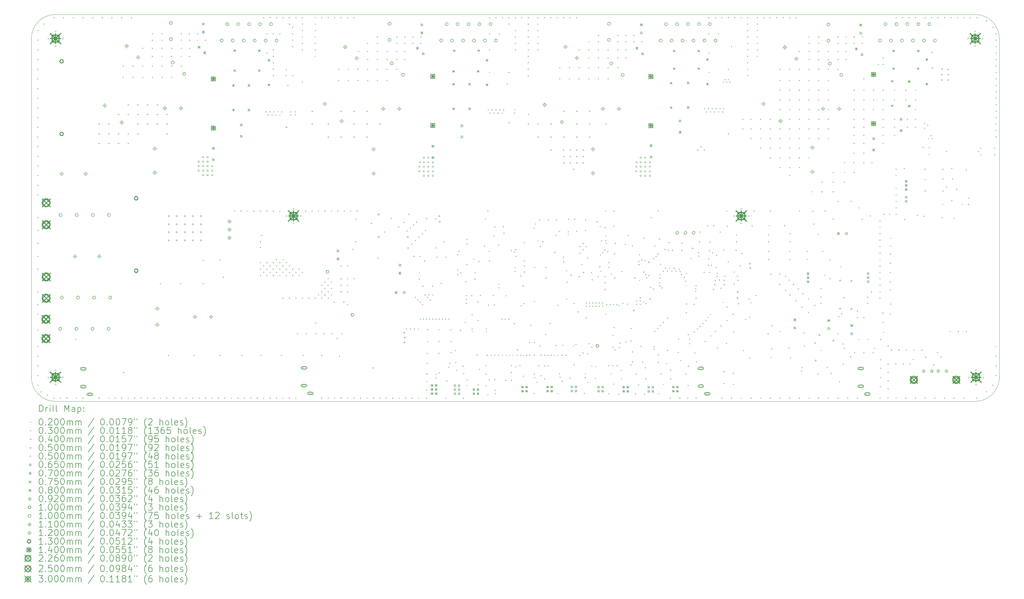
<source format=gbr>
%FSLAX45Y45*%
G04 Gerber Fmt 4.5, Leading zero omitted, Abs format (unit mm)*
G04 Created by KiCad (PCBNEW (6.0.0)) date 2022-01-30 20:35:17*
%MOMM*%
%LPD*%
G01*
G04 APERTURE LIST*
%TA.AperFunction,Profile*%
%ADD10C,0.100000*%
%TD*%
%ADD11C,0.200000*%
%ADD12C,0.020000*%
%ADD13C,0.030000*%
%ADD14C,0.040000*%
%ADD15C,0.050000*%
%ADD16C,0.065000*%
%ADD17C,0.070000*%
%ADD18C,0.075000*%
%ADD19C,0.080000*%
%ADD20C,0.092000*%
%ADD21C,0.100000*%
%ADD22C,0.110000*%
%ADD23C,0.120000*%
%ADD24C,0.130000*%
%ADD25C,0.140000*%
%ADD26C,0.226000*%
%ADD27C,0.250000*%
%ADD28C,0.300000*%
G04 APERTURE END LIST*
D10*
X6750000Y-21000000D02*
X35250000Y-21000000D01*
X6750000Y-9000000D02*
G75*
G03*
X6000000Y-9750000I0J-750000D01*
G01*
X6000000Y-9750000D02*
X6000000Y-20250000D01*
X35250000Y-21000000D02*
G75*
G03*
X36000000Y-20250000I0J750000D01*
G01*
X36000000Y-20250000D02*
X36000000Y-9750000D01*
X36000000Y-9750000D02*
G75*
G03*
X35250000Y-9000000I-750000J0D01*
G01*
X35250000Y-9000000D02*
X6750000Y-9000000D01*
X6000000Y-20250000D02*
G75*
G03*
X6750000Y-21000000I750000J0D01*
G01*
D11*
D12*
X23951250Y-20137500D02*
X23971250Y-20157500D01*
X23971250Y-20137500D02*
X23951250Y-20157500D01*
X26280000Y-17390000D02*
X26300000Y-17410000D01*
X26300000Y-17390000D02*
X26280000Y-17410000D01*
D13*
X6215000Y-9500000D02*
G75*
G03*
X6215000Y-9500000I-15000J0D01*
G01*
X6215000Y-9800000D02*
G75*
G03*
X6215000Y-9800000I-15000J0D01*
G01*
X6215000Y-10100000D02*
G75*
G03*
X6215000Y-10100000I-15000J0D01*
G01*
X6215000Y-10400000D02*
G75*
G03*
X6215000Y-10400000I-15000J0D01*
G01*
X6215000Y-10700000D02*
G75*
G03*
X6215000Y-10700000I-15000J0D01*
G01*
X6215000Y-11000000D02*
G75*
G03*
X6215000Y-11000000I-15000J0D01*
G01*
X6215000Y-11300000D02*
G75*
G03*
X6215000Y-11300000I-15000J0D01*
G01*
X6215000Y-11600000D02*
G75*
G03*
X6215000Y-11600000I-15000J0D01*
G01*
X6215000Y-11900000D02*
G75*
G03*
X6215000Y-11900000I-15000J0D01*
G01*
X6215000Y-12200000D02*
G75*
G03*
X6215000Y-12200000I-15000J0D01*
G01*
X6215000Y-12500000D02*
G75*
G03*
X6215000Y-12500000I-15000J0D01*
G01*
X6215000Y-12800000D02*
G75*
G03*
X6215000Y-12800000I-15000J0D01*
G01*
X6215000Y-13100000D02*
G75*
G03*
X6215000Y-13100000I-15000J0D01*
G01*
X6215000Y-13400000D02*
G75*
G03*
X6215000Y-13400000I-15000J0D01*
G01*
X6215000Y-13700000D02*
G75*
G03*
X6215000Y-13700000I-15000J0D01*
G01*
X6215000Y-14000000D02*
G75*
G03*
X6215000Y-14000000I-15000J0D01*
G01*
X6215000Y-14300000D02*
G75*
G03*
X6215000Y-14300000I-15000J0D01*
G01*
X6215000Y-14600000D02*
G75*
G03*
X6215000Y-14600000I-15000J0D01*
G01*
X6215000Y-15300000D02*
G75*
G03*
X6215000Y-15300000I-15000J0D01*
G01*
X6215000Y-15700000D02*
G75*
G03*
X6215000Y-15700000I-15000J0D01*
G01*
X6215000Y-16100000D02*
G75*
G03*
X6215000Y-16100000I-15000J0D01*
G01*
X6215000Y-16500000D02*
G75*
G03*
X6215000Y-16500000I-15000J0D01*
G01*
X6215000Y-16900000D02*
G75*
G03*
X6215000Y-16900000I-15000J0D01*
G01*
X6215000Y-17600000D02*
G75*
G03*
X6215000Y-17600000I-15000J0D01*
G01*
X6215000Y-18000000D02*
G75*
G03*
X6215000Y-18000000I-15000J0D01*
G01*
X6215000Y-18300000D02*
G75*
G03*
X6215000Y-18300000I-15000J0D01*
G01*
X6215000Y-18800000D02*
G75*
G03*
X6215000Y-18800000I-15000J0D01*
G01*
X6215000Y-19300000D02*
G75*
G03*
X6215000Y-19300000I-15000J0D01*
G01*
X6215000Y-19600000D02*
G75*
G03*
X6215000Y-19600000I-15000J0D01*
G01*
X6215000Y-19900000D02*
G75*
G03*
X6215000Y-19900000I-15000J0D01*
G01*
X6215000Y-20200000D02*
G75*
G03*
X6215000Y-20200000I-15000J0D01*
G01*
X6215000Y-20500000D02*
G75*
G03*
X6215000Y-20500000I-15000J0D01*
G01*
X6315000Y-20700000D02*
G75*
G03*
X6315000Y-20700000I-15000J0D01*
G01*
X6415000Y-9300000D02*
G75*
G03*
X6415000Y-9300000I-15000J0D01*
G01*
X6515000Y-20800000D02*
G75*
G03*
X6515000Y-20800000I-15000J0D01*
G01*
X6715000Y-9100000D02*
G75*
G03*
X6715000Y-9100000I-15000J0D01*
G01*
X6715000Y-20900000D02*
G75*
G03*
X6715000Y-20900000I-15000J0D01*
G01*
X6915000Y-20900000D02*
G75*
G03*
X6915000Y-20900000I-15000J0D01*
G01*
X7015000Y-9100000D02*
G75*
G03*
X7015000Y-9100000I-15000J0D01*
G01*
X7115000Y-20900000D02*
G75*
G03*
X7115000Y-20900000I-15000J0D01*
G01*
X7315000Y-9100000D02*
G75*
G03*
X7315000Y-9100000I-15000J0D01*
G01*
X7390000Y-19075000D02*
G75*
G03*
X7390000Y-19075000I-15000J0D01*
G01*
X7415000Y-20900000D02*
G75*
G03*
X7415000Y-20900000I-15000J0D01*
G01*
X7615000Y-9100000D02*
G75*
G03*
X7615000Y-9100000I-15000J0D01*
G01*
X7615000Y-20900000D02*
G75*
G03*
X7615000Y-20900000I-15000J0D01*
G01*
X7915000Y-9100000D02*
G75*
G03*
X7915000Y-9100000I-15000J0D01*
G01*
X8115000Y-20900000D02*
G75*
G03*
X8115000Y-20900000I-15000J0D01*
G01*
X8215000Y-9100000D02*
G75*
G03*
X8215000Y-9100000I-15000J0D01*
G01*
X8415000Y-20900000D02*
G75*
G03*
X8415000Y-20900000I-15000J0D01*
G01*
X8515000Y-9100000D02*
G75*
G03*
X8515000Y-9100000I-15000J0D01*
G01*
X8615000Y-20900000D02*
G75*
G03*
X8615000Y-20900000I-15000J0D01*
G01*
X8815000Y-9100000D02*
G75*
G03*
X8815000Y-9100000I-15000J0D01*
G01*
X8815000Y-20900000D02*
G75*
G03*
X8815000Y-20900000I-15000J0D01*
G01*
X8865000Y-10600000D02*
G75*
G03*
X8865000Y-10600000I-15000J0D01*
G01*
X8865000Y-10950000D02*
G75*
G03*
X8865000Y-10950000I-15000J0D01*
G01*
X9015000Y-20900000D02*
G75*
G03*
X9015000Y-20900000I-15000J0D01*
G01*
X9115000Y-9100000D02*
G75*
G03*
X9115000Y-9100000I-15000J0D01*
G01*
X9165000Y-10600000D02*
G75*
G03*
X9165000Y-10600000I-15000J0D01*
G01*
X9165000Y-10950000D02*
G75*
G03*
X9165000Y-10950000I-15000J0D01*
G01*
X9215000Y-20900000D02*
G75*
G03*
X9215000Y-20900000I-15000J0D01*
G01*
X9415000Y-20900000D02*
G75*
G03*
X9415000Y-20900000I-15000J0D01*
G01*
X9465000Y-10050000D02*
G75*
G03*
X9465000Y-10050000I-15000J0D01*
G01*
X9465000Y-10600000D02*
G75*
G03*
X9465000Y-10600000I-15000J0D01*
G01*
X9465000Y-10950000D02*
G75*
G03*
X9465000Y-10950000I-15000J0D01*
G01*
X9615000Y-20900000D02*
G75*
G03*
X9615000Y-20900000I-15000J0D01*
G01*
X9765000Y-9600000D02*
G75*
G03*
X9765000Y-9600000I-15000J0D01*
G01*
X9765000Y-9800000D02*
G75*
G03*
X9765000Y-9800000I-15000J0D01*
G01*
X9765000Y-10050000D02*
G75*
G03*
X9765000Y-10050000I-15000J0D01*
G01*
X9765000Y-10300000D02*
G75*
G03*
X9765000Y-10300000I-15000J0D01*
G01*
X9765000Y-10600000D02*
G75*
G03*
X9765000Y-10600000I-15000J0D01*
G01*
X9765000Y-10950000D02*
G75*
G03*
X9765000Y-10950000I-15000J0D01*
G01*
X9815000Y-20900000D02*
G75*
G03*
X9815000Y-20900000I-15000J0D01*
G01*
X10015000Y-17350000D02*
G75*
G03*
X10015000Y-17350000I-15000J0D01*
G01*
X10015000Y-20900000D02*
G75*
G03*
X10015000Y-20900000I-15000J0D01*
G01*
X10065000Y-9600000D02*
G75*
G03*
X10065000Y-9600000I-15000J0D01*
G01*
X10065000Y-9800000D02*
G75*
G03*
X10065000Y-9800000I-15000J0D01*
G01*
X10065000Y-10050000D02*
G75*
G03*
X10065000Y-10050000I-15000J0D01*
G01*
X10065000Y-10300000D02*
G75*
G03*
X10065000Y-10300000I-15000J0D01*
G01*
X10065000Y-10600000D02*
G75*
G03*
X10065000Y-10600000I-15000J0D01*
G01*
X10065000Y-10950000D02*
G75*
G03*
X10065000Y-10950000I-15000J0D01*
G01*
X10215000Y-20900000D02*
G75*
G03*
X10215000Y-20900000I-15000J0D01*
G01*
X10265000Y-19575000D02*
G75*
G03*
X10265000Y-19575000I-15000J0D01*
G01*
X10365000Y-10050000D02*
G75*
G03*
X10365000Y-10050000I-15000J0D01*
G01*
X10365000Y-10300000D02*
G75*
G03*
X10365000Y-10300000I-15000J0D01*
G01*
X10365000Y-10600000D02*
G75*
G03*
X10365000Y-10600000I-15000J0D01*
G01*
X10365000Y-10950000D02*
G75*
G03*
X10365000Y-10950000I-15000J0D01*
G01*
X10415000Y-20900000D02*
G75*
G03*
X10415000Y-20900000I-15000J0D01*
G01*
X10615000Y-20900000D02*
G75*
G03*
X10615000Y-20900000I-15000J0D01*
G01*
X10640000Y-17350000D02*
G75*
G03*
X10640000Y-17350000I-15000J0D01*
G01*
X10665000Y-9600000D02*
G75*
G03*
X10665000Y-9600000I-15000J0D01*
G01*
X10665000Y-9800000D02*
G75*
G03*
X10665000Y-9800000I-15000J0D01*
G01*
X10665000Y-10050000D02*
G75*
G03*
X10665000Y-10050000I-15000J0D01*
G01*
X10665000Y-10300000D02*
G75*
G03*
X10665000Y-10300000I-15000J0D01*
G01*
X10665000Y-10600000D02*
G75*
G03*
X10665000Y-10600000I-15000J0D01*
G01*
X10815000Y-20900000D02*
G75*
G03*
X10815000Y-20900000I-15000J0D01*
G01*
X10915000Y-9600000D02*
G75*
G03*
X10915000Y-9600000I-15000J0D01*
G01*
X10915000Y-9800000D02*
G75*
G03*
X10915000Y-9800000I-15000J0D01*
G01*
X10915000Y-10050000D02*
G75*
G03*
X10915000Y-10050000I-15000J0D01*
G01*
X10915000Y-10300000D02*
G75*
G03*
X10915000Y-10300000I-15000J0D01*
G01*
X11015000Y-20900000D02*
G75*
G03*
X11015000Y-20900000I-15000J0D01*
G01*
X11065000Y-19575000D02*
G75*
G03*
X11065000Y-19575000I-15000J0D01*
G01*
X11165000Y-9600000D02*
G75*
G03*
X11165000Y-9600000I-15000J0D01*
G01*
X11165000Y-9800000D02*
G75*
G03*
X11165000Y-9800000I-15000J0D01*
G01*
X11215000Y-20900000D02*
G75*
G03*
X11215000Y-20900000I-15000J0D01*
G01*
X11340000Y-17350000D02*
G75*
G03*
X11340000Y-17350000I-15000J0D01*
G01*
X11345000Y-16630000D02*
G75*
G03*
X11345000Y-16630000I-15000J0D01*
G01*
X11415000Y-9800000D02*
G75*
G03*
X11415000Y-9800000I-15000J0D01*
G01*
X11415000Y-20900000D02*
G75*
G03*
X11415000Y-20900000I-15000J0D01*
G01*
X11615000Y-20900000D02*
G75*
G03*
X11615000Y-20900000I-15000J0D01*
G01*
X11815000Y-20900000D02*
G75*
G03*
X11815000Y-20900000I-15000J0D01*
G01*
X11855000Y-16620000D02*
G75*
G03*
X11855000Y-16620000I-15000J0D01*
G01*
X11865000Y-19575000D02*
G75*
G03*
X11865000Y-19575000I-15000J0D01*
G01*
X11965000Y-17150000D02*
G75*
G03*
X11965000Y-17150000I-15000J0D01*
G01*
X12015000Y-20900000D02*
G75*
G03*
X12015000Y-20900000I-15000J0D01*
G01*
X12215000Y-20900000D02*
G75*
G03*
X12215000Y-20900000I-15000J0D01*
G01*
X12315000Y-15100000D02*
G75*
G03*
X12315000Y-15100000I-15000J0D01*
G01*
X12415000Y-20900000D02*
G75*
G03*
X12415000Y-20900000I-15000J0D01*
G01*
X12515000Y-15100000D02*
G75*
G03*
X12515000Y-15100000I-15000J0D01*
G01*
X12540000Y-19575000D02*
G75*
G03*
X12540000Y-19575000I-15000J0D01*
G01*
X12615000Y-20900000D02*
G75*
G03*
X12615000Y-20900000I-15000J0D01*
G01*
X12715000Y-15100000D02*
G75*
G03*
X12715000Y-15100000I-15000J0D01*
G01*
X12815000Y-20900000D02*
G75*
G03*
X12815000Y-20900000I-15000J0D01*
G01*
X12915000Y-15100000D02*
G75*
G03*
X12915000Y-15100000I-15000J0D01*
G01*
X13015000Y-20900000D02*
G75*
G03*
X13015000Y-20900000I-15000J0D01*
G01*
X13115000Y-15100000D02*
G75*
G03*
X13115000Y-15100000I-15000J0D01*
G01*
X13115000Y-16050000D02*
G75*
G03*
X13115000Y-16050000I-15000J0D01*
G01*
X13115000Y-16225000D02*
G75*
G03*
X13115000Y-16225000I-15000J0D01*
G01*
X13115000Y-16700000D02*
G75*
G03*
X13115000Y-16700000I-15000J0D01*
G01*
X13115000Y-16900000D02*
G75*
G03*
X13115000Y-16900000I-15000J0D01*
G01*
X13115000Y-17100000D02*
G75*
G03*
X13115000Y-17100000I-15000J0D01*
G01*
X13140000Y-19575000D02*
G75*
G03*
X13140000Y-19575000I-15000J0D01*
G01*
X13215000Y-9100000D02*
G75*
G03*
X13215000Y-9100000I-15000J0D01*
G01*
X13215000Y-16800000D02*
G75*
G03*
X13215000Y-16800000I-15000J0D01*
G01*
X13215000Y-17000000D02*
G75*
G03*
X13215000Y-17000000I-15000J0D01*
G01*
X13215000Y-20900000D02*
G75*
G03*
X13215000Y-20900000I-15000J0D01*
G01*
X13295000Y-12020000D02*
G75*
G03*
X13295000Y-12020000I-15000J0D01*
G01*
X13315000Y-9600000D02*
G75*
G03*
X13315000Y-9600000I-15000J0D01*
G01*
X13315000Y-10200000D02*
G75*
G03*
X13315000Y-10200000I-15000J0D01*
G01*
X13315000Y-15100000D02*
G75*
G03*
X13315000Y-15100000I-15000J0D01*
G01*
X13315000Y-16700000D02*
G75*
G03*
X13315000Y-16700000I-15000J0D01*
G01*
X13315000Y-16900000D02*
G75*
G03*
X13315000Y-16900000I-15000J0D01*
G01*
X13315000Y-17100000D02*
G75*
G03*
X13315000Y-17100000I-15000J0D01*
G01*
X13355000Y-12120000D02*
G75*
G03*
X13355000Y-12120000I-15000J0D01*
G01*
X13415000Y-9100000D02*
G75*
G03*
X13415000Y-9100000I-15000J0D01*
G01*
X13415000Y-12020000D02*
G75*
G03*
X13415000Y-12020000I-15000J0D01*
G01*
X13415000Y-16800000D02*
G75*
G03*
X13415000Y-16800000I-15000J0D01*
G01*
X13415000Y-17000000D02*
G75*
G03*
X13415000Y-17000000I-15000J0D01*
G01*
X13415000Y-20900000D02*
G75*
G03*
X13415000Y-20900000I-15000J0D01*
G01*
X13475000Y-12120000D02*
G75*
G03*
X13475000Y-12120000I-15000J0D01*
G01*
X13515000Y-9600000D02*
G75*
G03*
X13515000Y-9600000I-15000J0D01*
G01*
X13515000Y-10100000D02*
G75*
G03*
X13515000Y-10100000I-15000J0D01*
G01*
X13515000Y-10300000D02*
G75*
G03*
X13515000Y-10300000I-15000J0D01*
G01*
X13515000Y-10500000D02*
G75*
G03*
X13515000Y-10500000I-15000J0D01*
G01*
X13515000Y-10700000D02*
G75*
G03*
X13515000Y-10700000I-15000J0D01*
G01*
X13515000Y-10900000D02*
G75*
G03*
X13515000Y-10900000I-15000J0D01*
G01*
X13515000Y-15100000D02*
G75*
G03*
X13515000Y-15100000I-15000J0D01*
G01*
X13515000Y-16700000D02*
G75*
G03*
X13515000Y-16700000I-15000J0D01*
G01*
X13515000Y-16900000D02*
G75*
G03*
X13515000Y-16900000I-15000J0D01*
G01*
X13515000Y-17100000D02*
G75*
G03*
X13515000Y-17100000I-15000J0D01*
G01*
X13535000Y-12020000D02*
G75*
G03*
X13535000Y-12020000I-15000J0D01*
G01*
X13595000Y-12120000D02*
G75*
G03*
X13595000Y-12120000I-15000J0D01*
G01*
X13615000Y-9100000D02*
G75*
G03*
X13615000Y-9100000I-15000J0D01*
G01*
X13615000Y-16600000D02*
G75*
G03*
X13615000Y-16600000I-15000J0D01*
G01*
X13615000Y-16800000D02*
G75*
G03*
X13615000Y-16800000I-15000J0D01*
G01*
X13615000Y-17000000D02*
G75*
G03*
X13615000Y-17000000I-15000J0D01*
G01*
X13615000Y-20900000D02*
G75*
G03*
X13615000Y-20900000I-15000J0D01*
G01*
X13655000Y-12020000D02*
G75*
G03*
X13655000Y-12020000I-15000J0D01*
G01*
X13715000Y-9600000D02*
G75*
G03*
X13715000Y-9600000I-15000J0D01*
G01*
X13715000Y-12120000D02*
G75*
G03*
X13715000Y-12120000I-15000J0D01*
G01*
X13715000Y-15100000D02*
G75*
G03*
X13715000Y-15100000I-15000J0D01*
G01*
X13715000Y-16700000D02*
G75*
G03*
X13715000Y-16700000I-15000J0D01*
G01*
X13715000Y-16900000D02*
G75*
G03*
X13715000Y-16900000I-15000J0D01*
G01*
X13715000Y-17100000D02*
G75*
G03*
X13715000Y-17100000I-15000J0D01*
G01*
X13765000Y-19575000D02*
G75*
G03*
X13765000Y-19575000I-15000J0D01*
G01*
X13775000Y-12020000D02*
G75*
G03*
X13775000Y-12020000I-15000J0D01*
G01*
X13815000Y-9100000D02*
G75*
G03*
X13815000Y-9100000I-15000J0D01*
G01*
X13815000Y-16600000D02*
G75*
G03*
X13815000Y-16600000I-15000J0D01*
G01*
X13815000Y-16800000D02*
G75*
G03*
X13815000Y-16800000I-15000J0D01*
G01*
X13815000Y-17000000D02*
G75*
G03*
X13815000Y-17000000I-15000J0D01*
G01*
X13815000Y-17800000D02*
G75*
G03*
X13815000Y-17800000I-15000J0D01*
G01*
X13815000Y-20900000D02*
G75*
G03*
X13815000Y-20900000I-15000J0D01*
G01*
X13915000Y-10700000D02*
G75*
G03*
X13915000Y-10700000I-15000J0D01*
G01*
X13915000Y-10900000D02*
G75*
G03*
X13915000Y-10900000I-15000J0D01*
G01*
X13915000Y-16700000D02*
G75*
G03*
X13915000Y-16700000I-15000J0D01*
G01*
X13915000Y-16900000D02*
G75*
G03*
X13915000Y-16900000I-15000J0D01*
G01*
X13915000Y-17100000D02*
G75*
G03*
X13915000Y-17100000I-15000J0D01*
G01*
X13965000Y-11200000D02*
G75*
G03*
X13965000Y-11200000I-15000J0D01*
G01*
X14015000Y-9100000D02*
G75*
G03*
X14015000Y-9100000I-15000J0D01*
G01*
X14015000Y-9300000D02*
G75*
G03*
X14015000Y-9300000I-15000J0D01*
G01*
X14015000Y-16800000D02*
G75*
G03*
X14015000Y-16800000I-15000J0D01*
G01*
X14015000Y-17000000D02*
G75*
G03*
X14015000Y-17000000I-15000J0D01*
G01*
X14015000Y-17800000D02*
G75*
G03*
X14015000Y-17800000I-15000J0D01*
G01*
X14015000Y-20900000D02*
G75*
G03*
X14015000Y-20900000I-15000J0D01*
G01*
X14055000Y-12020000D02*
G75*
G03*
X14055000Y-12020000I-15000J0D01*
G01*
X14055000Y-12120000D02*
G75*
G03*
X14055000Y-12120000I-15000J0D01*
G01*
X14115000Y-9400000D02*
G75*
G03*
X14115000Y-9400000I-15000J0D01*
G01*
X14115000Y-9600000D02*
G75*
G03*
X14115000Y-9600000I-15000J0D01*
G01*
X14115000Y-9800000D02*
G75*
G03*
X14115000Y-9800000I-15000J0D01*
G01*
X14115000Y-10000000D02*
G75*
G03*
X14115000Y-10000000I-15000J0D01*
G01*
X14115000Y-10900000D02*
G75*
G03*
X14115000Y-10900000I-15000J0D01*
G01*
X14115000Y-16900000D02*
G75*
G03*
X14115000Y-16900000I-15000J0D01*
G01*
X14115000Y-17100000D02*
G75*
G03*
X14115000Y-17100000I-15000J0D01*
G01*
X14195000Y-12020000D02*
G75*
G03*
X14195000Y-12020000I-15000J0D01*
G01*
X14195000Y-12120000D02*
G75*
G03*
X14195000Y-12120000I-15000J0D01*
G01*
X14215000Y-9100000D02*
G75*
G03*
X14215000Y-9100000I-15000J0D01*
G01*
X14215000Y-17000000D02*
G75*
G03*
X14215000Y-17000000I-15000J0D01*
G01*
X14215000Y-17800000D02*
G75*
G03*
X14215000Y-17800000I-15000J0D01*
G01*
X14215000Y-20900000D02*
G75*
G03*
X14215000Y-20900000I-15000J0D01*
G01*
X14265000Y-18900000D02*
G75*
G03*
X14265000Y-18900000I-15000J0D01*
G01*
X14315000Y-16900000D02*
G75*
G03*
X14315000Y-16900000I-15000J0D01*
G01*
X14315000Y-17100000D02*
G75*
G03*
X14315000Y-17100000I-15000J0D01*
G01*
X14415000Y-9100000D02*
G75*
G03*
X14415000Y-9100000I-15000J0D01*
G01*
X14415000Y-9300000D02*
G75*
G03*
X14415000Y-9300000I-15000J0D01*
G01*
X14415000Y-9500000D02*
G75*
G03*
X14415000Y-9500000I-15000J0D01*
G01*
X14415000Y-9700000D02*
G75*
G03*
X14415000Y-9700000I-15000J0D01*
G01*
X14415000Y-9900000D02*
G75*
G03*
X14415000Y-9900000I-15000J0D01*
G01*
X14415000Y-10100000D02*
G75*
G03*
X14415000Y-10100000I-15000J0D01*
G01*
X14415000Y-11100000D02*
G75*
G03*
X14415000Y-11100000I-15000J0D01*
G01*
X14415000Y-17000000D02*
G75*
G03*
X14415000Y-17000000I-15000J0D01*
G01*
X14415000Y-17800000D02*
G75*
G03*
X14415000Y-17800000I-15000J0D01*
G01*
X14440000Y-19575000D02*
G75*
G03*
X14440000Y-19575000I-15000J0D01*
G01*
X14515000Y-15100000D02*
G75*
G03*
X14515000Y-15100000I-15000J0D01*
G01*
X14540000Y-18900000D02*
G75*
G03*
X14540000Y-18900000I-15000J0D01*
G01*
X14615000Y-17800000D02*
G75*
G03*
X14615000Y-17800000I-15000J0D01*
G01*
X14715000Y-15100000D02*
G75*
G03*
X14715000Y-15100000I-15000J0D01*
G01*
X14815000Y-9100000D02*
G75*
G03*
X14815000Y-9100000I-15000J0D01*
G01*
X14815000Y-9300000D02*
G75*
G03*
X14815000Y-9300000I-15000J0D01*
G01*
X14815000Y-9500000D02*
G75*
G03*
X14815000Y-9500000I-15000J0D01*
G01*
X14815000Y-9700000D02*
G75*
G03*
X14815000Y-9700000I-15000J0D01*
G01*
X14815000Y-9900000D02*
G75*
G03*
X14815000Y-9900000I-15000J0D01*
G01*
X14815000Y-10100000D02*
G75*
G03*
X14815000Y-10100000I-15000J0D01*
G01*
X14815000Y-10300000D02*
G75*
G03*
X14815000Y-10300000I-15000J0D01*
G01*
X14815000Y-17800000D02*
G75*
G03*
X14815000Y-17800000I-15000J0D01*
G01*
X14825000Y-18570000D02*
G75*
G03*
X14825000Y-18570000I-15000J0D01*
G01*
X14840000Y-18900000D02*
G75*
G03*
X14840000Y-18900000I-15000J0D01*
G01*
X14915000Y-15100000D02*
G75*
G03*
X14915000Y-15100000I-15000J0D01*
G01*
X14915000Y-17700000D02*
G75*
G03*
X14915000Y-17700000I-15000J0D01*
G01*
X15015000Y-9100000D02*
G75*
G03*
X15015000Y-9100000I-15000J0D01*
G01*
X15015000Y-17400000D02*
G75*
G03*
X15015000Y-17400000I-15000J0D01*
G01*
X15015000Y-17600000D02*
G75*
G03*
X15015000Y-17600000I-15000J0D01*
G01*
X15015000Y-17800000D02*
G75*
G03*
X15015000Y-17800000I-15000J0D01*
G01*
X15015000Y-19575000D02*
G75*
G03*
X15015000Y-19575000I-15000J0D01*
G01*
X15015000Y-20900000D02*
G75*
G03*
X15015000Y-20900000I-15000J0D01*
G01*
X15090000Y-18900000D02*
G75*
G03*
X15090000Y-18900000I-15000J0D01*
G01*
X15115000Y-15100000D02*
G75*
G03*
X15115000Y-15100000I-15000J0D01*
G01*
X15115000Y-17300000D02*
G75*
G03*
X15115000Y-17300000I-15000J0D01*
G01*
X15115000Y-17500000D02*
G75*
G03*
X15115000Y-17500000I-15000J0D01*
G01*
X15115000Y-17700000D02*
G75*
G03*
X15115000Y-17700000I-15000J0D01*
G01*
X15215000Y-9100000D02*
G75*
G03*
X15215000Y-9100000I-15000J0D01*
G01*
X15215000Y-17200000D02*
G75*
G03*
X15215000Y-17200000I-15000J0D01*
G01*
X15215000Y-17400000D02*
G75*
G03*
X15215000Y-17400000I-15000J0D01*
G01*
X15215000Y-17600000D02*
G75*
G03*
X15215000Y-17600000I-15000J0D01*
G01*
X15215000Y-17800000D02*
G75*
G03*
X15215000Y-17800000I-15000J0D01*
G01*
X15215000Y-20900000D02*
G75*
G03*
X15215000Y-20900000I-15000J0D01*
G01*
X15315000Y-15100000D02*
G75*
G03*
X15315000Y-15100000I-15000J0D01*
G01*
X15315000Y-17300000D02*
G75*
G03*
X15315000Y-17300000I-15000J0D01*
G01*
X15315000Y-17500000D02*
G75*
G03*
X15315000Y-17500000I-15000J0D01*
G01*
X15315000Y-17700000D02*
G75*
G03*
X15315000Y-17700000I-15000J0D01*
G01*
X15340000Y-18900000D02*
G75*
G03*
X15340000Y-18900000I-15000J0D01*
G01*
X15400000Y-17925000D02*
G75*
G03*
X15400000Y-17925000I-15000J0D01*
G01*
X15415000Y-9100000D02*
G75*
G03*
X15415000Y-9100000I-15000J0D01*
G01*
X15415000Y-20900000D02*
G75*
G03*
X15415000Y-20900000I-15000J0D01*
G01*
X15490000Y-19050000D02*
G75*
G03*
X15490000Y-19050000I-15000J0D01*
G01*
X15515000Y-15100000D02*
G75*
G03*
X15515000Y-15100000I-15000J0D01*
G01*
X15540000Y-10700000D02*
G75*
G03*
X15540000Y-10700000I-15000J0D01*
G01*
X15540000Y-11050000D02*
G75*
G03*
X15540000Y-11050000I-15000J0D01*
G01*
X15565000Y-19600000D02*
G75*
G03*
X15565000Y-19600000I-15000J0D01*
G01*
X15615000Y-9100000D02*
G75*
G03*
X15615000Y-9100000I-15000J0D01*
G01*
X15615000Y-16800000D02*
G75*
G03*
X15615000Y-16800000I-15000J0D01*
G01*
X15615000Y-17200000D02*
G75*
G03*
X15615000Y-17200000I-15000J0D01*
G01*
X15615000Y-17400000D02*
G75*
G03*
X15615000Y-17400000I-15000J0D01*
G01*
X15615000Y-17600000D02*
G75*
G03*
X15615000Y-17600000I-15000J0D01*
G01*
X15615000Y-20900000D02*
G75*
G03*
X15615000Y-20900000I-15000J0D01*
G01*
X15640000Y-18900000D02*
G75*
G03*
X15640000Y-18900000I-15000J0D01*
G01*
X15700000Y-17920000D02*
G75*
G03*
X15700000Y-17920000I-15000J0D01*
G01*
X15715000Y-15100000D02*
G75*
G03*
X15715000Y-15100000I-15000J0D01*
G01*
X15815000Y-9100000D02*
G75*
G03*
X15815000Y-9100000I-15000J0D01*
G01*
X15815000Y-16800000D02*
G75*
G03*
X15815000Y-16800000I-15000J0D01*
G01*
X15815000Y-17200000D02*
G75*
G03*
X15815000Y-17200000I-15000J0D01*
G01*
X15815000Y-17400000D02*
G75*
G03*
X15815000Y-17400000I-15000J0D01*
G01*
X15815000Y-17600000D02*
G75*
G03*
X15815000Y-17600000I-15000J0D01*
G01*
X15815000Y-18000000D02*
G75*
G03*
X15815000Y-18000000I-15000J0D01*
G01*
X15815000Y-20900000D02*
G75*
G03*
X15815000Y-20900000I-15000J0D01*
G01*
X15840000Y-10700000D02*
G75*
G03*
X15840000Y-10700000I-15000J0D01*
G01*
X15840000Y-11050000D02*
G75*
G03*
X15840000Y-11050000I-15000J0D01*
G01*
X15915000Y-15100000D02*
G75*
G03*
X15915000Y-15100000I-15000J0D01*
G01*
X15975000Y-16280000D02*
G75*
G03*
X15975000Y-16280000I-15000J0D01*
G01*
X16015000Y-9100000D02*
G75*
G03*
X16015000Y-9100000I-15000J0D01*
G01*
X16015000Y-17200000D02*
G75*
G03*
X16015000Y-17200000I-15000J0D01*
G01*
X16015000Y-20900000D02*
G75*
G03*
X16015000Y-20900000I-15000J0D01*
G01*
X16065000Y-16050000D02*
G75*
G03*
X16065000Y-16050000I-15000J0D01*
G01*
X16085000Y-15350000D02*
G75*
G03*
X16085000Y-15350000I-15000J0D01*
G01*
X16115000Y-15100000D02*
G75*
G03*
X16115000Y-15100000I-15000J0D01*
G01*
X16140000Y-10700000D02*
G75*
G03*
X16140000Y-10700000I-15000J0D01*
G01*
X16140000Y-11050000D02*
G75*
G03*
X16140000Y-11050000I-15000J0D01*
G01*
X16165000Y-10150000D02*
G75*
G03*
X16165000Y-10150000I-15000J0D01*
G01*
X16215000Y-20900000D02*
G75*
G03*
X16215000Y-20900000I-15000J0D01*
G01*
X16415000Y-20900000D02*
G75*
G03*
X16415000Y-20900000I-15000J0D01*
G01*
X16440000Y-9900000D02*
G75*
G03*
X16440000Y-9900000I-15000J0D01*
G01*
X16440000Y-10150000D02*
G75*
G03*
X16440000Y-10150000I-15000J0D01*
G01*
X16440000Y-10400000D02*
G75*
G03*
X16440000Y-10400000I-15000J0D01*
G01*
X16440000Y-10700000D02*
G75*
G03*
X16440000Y-10700000I-15000J0D01*
G01*
X16440000Y-11050000D02*
G75*
G03*
X16440000Y-11050000I-15000J0D01*
G01*
X16555000Y-15480000D02*
G75*
G03*
X16555000Y-15480000I-15000J0D01*
G01*
X16615000Y-20900000D02*
G75*
G03*
X16615000Y-20900000I-15000J0D01*
G01*
X16740000Y-9700000D02*
G75*
G03*
X16740000Y-9700000I-15000J0D01*
G01*
X16740000Y-9900000D02*
G75*
G03*
X16740000Y-9900000I-15000J0D01*
G01*
X16740000Y-10150000D02*
G75*
G03*
X16740000Y-10150000I-15000J0D01*
G01*
X16740000Y-10400000D02*
G75*
G03*
X16740000Y-10400000I-15000J0D01*
G01*
X16740000Y-10700000D02*
G75*
G03*
X16740000Y-10700000I-15000J0D01*
G01*
X16740000Y-11050000D02*
G75*
G03*
X16740000Y-11050000I-15000J0D01*
G01*
X16755000Y-16560000D02*
G75*
G03*
X16755000Y-16560000I-15000J0D01*
G01*
X16815000Y-20900000D02*
G75*
G03*
X16815000Y-20900000I-15000J0D01*
G01*
X16965000Y-15750000D02*
G75*
G03*
X16965000Y-15750000I-15000J0D01*
G01*
X17015000Y-20900000D02*
G75*
G03*
X17015000Y-20900000I-15000J0D01*
G01*
X17040000Y-10150000D02*
G75*
G03*
X17040000Y-10150000I-15000J0D01*
G01*
X17040000Y-10400000D02*
G75*
G03*
X17040000Y-10400000I-15000J0D01*
G01*
X17040000Y-10700000D02*
G75*
G03*
X17040000Y-10700000I-15000J0D01*
G01*
X17040000Y-11050000D02*
G75*
G03*
X17040000Y-11050000I-15000J0D01*
G01*
X17165000Y-15325000D02*
G75*
G03*
X17165000Y-15325000I-15000J0D01*
G01*
X17215000Y-20900000D02*
G75*
G03*
X17215000Y-20900000I-15000J0D01*
G01*
X17340000Y-9700000D02*
G75*
G03*
X17340000Y-9700000I-15000J0D01*
G01*
X17340000Y-9900000D02*
G75*
G03*
X17340000Y-9900000I-15000J0D01*
G01*
X17340000Y-10150000D02*
G75*
G03*
X17340000Y-10150000I-15000J0D01*
G01*
X17340000Y-10400000D02*
G75*
G03*
X17340000Y-10400000I-15000J0D01*
G01*
X17340000Y-10700000D02*
G75*
G03*
X17340000Y-10700000I-15000J0D01*
G01*
X17400000Y-15590000D02*
G75*
G03*
X17400000Y-15590000I-15000J0D01*
G01*
X17415000Y-20900000D02*
G75*
G03*
X17415000Y-20900000I-15000J0D01*
G01*
X17565000Y-15450000D02*
G75*
G03*
X17565000Y-15450000I-15000J0D01*
G01*
X17590000Y-9700000D02*
G75*
G03*
X17590000Y-9700000I-15000J0D01*
G01*
X17590000Y-9900000D02*
G75*
G03*
X17590000Y-9900000I-15000J0D01*
G01*
X17590000Y-10150000D02*
G75*
G03*
X17590000Y-10150000I-15000J0D01*
G01*
X17590000Y-10400000D02*
G75*
G03*
X17590000Y-10400000I-15000J0D01*
G01*
X17615000Y-20900000D02*
G75*
G03*
X17615000Y-20900000I-15000J0D01*
G01*
X17645000Y-18755000D02*
G75*
G03*
X17645000Y-18755000I-15000J0D01*
G01*
X17655000Y-15715000D02*
G75*
G03*
X17655000Y-15715000I-15000J0D01*
G01*
X17690000Y-16245000D02*
G75*
G03*
X17690000Y-16245000I-15000J0D01*
G01*
X17715000Y-15200000D02*
G75*
G03*
X17715000Y-15200000I-15000J0D01*
G01*
X17760000Y-18755000D02*
G75*
G03*
X17760000Y-18755000I-15000J0D01*
G01*
X17765000Y-15620000D02*
G75*
G03*
X17765000Y-15620000I-15000J0D01*
G01*
X17810000Y-16125000D02*
G75*
G03*
X17810000Y-16125000I-15000J0D01*
G01*
X17815000Y-20900000D02*
G75*
G03*
X17815000Y-20900000I-15000J0D01*
G01*
X17840000Y-9700000D02*
G75*
G03*
X17840000Y-9700000I-15000J0D01*
G01*
X17840000Y-9900000D02*
G75*
G03*
X17840000Y-9900000I-15000J0D01*
G01*
X17865000Y-15530000D02*
G75*
G03*
X17865000Y-15530000I-15000J0D01*
G01*
X17875000Y-16505000D02*
G75*
G03*
X17875000Y-16505000I-15000J0D01*
G01*
X17885000Y-18755000D02*
G75*
G03*
X17885000Y-18755000I-15000J0D01*
G01*
X17915000Y-17775000D02*
G75*
G03*
X17915000Y-17775000I-15000J0D01*
G01*
X17920000Y-16015000D02*
G75*
G03*
X17920000Y-16015000I-15000J0D01*
G01*
X17950000Y-15440000D02*
G75*
G03*
X17950000Y-15440000I-15000J0D01*
G01*
X17990000Y-17850000D02*
G75*
G03*
X17990000Y-17850000I-15000J0D01*
G01*
X18015000Y-18760000D02*
G75*
G03*
X18015000Y-18760000I-15000J0D01*
G01*
X18015000Y-20900000D02*
G75*
G03*
X18015000Y-20900000I-15000J0D01*
G01*
X18030000Y-15910000D02*
G75*
G03*
X18030000Y-15910000I-15000J0D01*
G01*
X18035000Y-17210000D02*
G75*
G03*
X18035000Y-17210000I-15000J0D01*
G01*
X18040000Y-17015000D02*
G75*
G03*
X18040000Y-17015000I-15000J0D01*
G01*
X18050000Y-16505000D02*
G75*
G03*
X18050000Y-16505000I-15000J0D01*
G01*
X18065000Y-17925000D02*
G75*
G03*
X18065000Y-17925000I-15000J0D01*
G01*
X18075000Y-18450000D02*
G75*
G03*
X18075000Y-18450000I-15000J0D01*
G01*
X18090000Y-9700000D02*
G75*
G03*
X18090000Y-9700000I-15000J0D01*
G01*
X18090000Y-9900000D02*
G75*
G03*
X18090000Y-9900000I-15000J0D01*
G01*
X18135000Y-15800000D02*
G75*
G03*
X18135000Y-15800000I-15000J0D01*
G01*
X18140000Y-18000000D02*
G75*
G03*
X18140000Y-18000000I-15000J0D01*
G01*
X18145000Y-17430000D02*
G75*
G03*
X18145000Y-17430000I-15000J0D01*
G01*
X18165000Y-18450000D02*
G75*
G03*
X18165000Y-18450000I-15000J0D01*
G01*
X18205000Y-16650000D02*
G75*
G03*
X18205000Y-16650000I-15000J0D01*
G01*
X18215000Y-17700000D02*
G75*
G03*
X18215000Y-17700000I-15000J0D01*
G01*
X18235000Y-15700000D02*
G75*
G03*
X18235000Y-15700000I-15000J0D01*
G01*
X18255000Y-18450000D02*
G75*
G03*
X18255000Y-18450000I-15000J0D01*
G01*
X18255000Y-20905000D02*
G75*
G03*
X18255000Y-20905000I-15000J0D01*
G01*
X18260000Y-20650000D02*
G75*
G03*
X18260000Y-20650000I-15000J0D01*
G01*
X18265000Y-15330000D02*
G75*
G03*
X18265000Y-15330000I-15000J0D01*
G01*
X18270000Y-20385000D02*
G75*
G03*
X18270000Y-20385000I-15000J0D01*
G01*
X18275000Y-20155000D02*
G75*
G03*
X18275000Y-20155000I-15000J0D01*
G01*
X18280000Y-19825000D02*
G75*
G03*
X18280000Y-19825000I-15000J0D01*
G01*
X18285000Y-19515000D02*
G75*
G03*
X18285000Y-19515000I-15000J0D01*
G01*
X18295000Y-17780000D02*
G75*
G03*
X18295000Y-17780000I-15000J0D01*
G01*
X18295000Y-19145000D02*
G75*
G03*
X18295000Y-19145000I-15000J0D01*
G01*
X18300000Y-18775000D02*
G75*
G03*
X18300000Y-18775000I-15000J0D01*
G01*
X18335000Y-17700000D02*
G75*
G03*
X18335000Y-17700000I-15000J0D01*
G01*
X18355000Y-18450000D02*
G75*
G03*
X18355000Y-18450000I-15000J0D01*
G01*
X18375000Y-17860000D02*
G75*
G03*
X18375000Y-17860000I-15000J0D01*
G01*
X18450000Y-17425000D02*
G75*
G03*
X18450000Y-17425000I-15000J0D01*
G01*
X18455000Y-17700000D02*
G75*
G03*
X18455000Y-17700000I-15000J0D01*
G01*
X18455000Y-18450000D02*
G75*
G03*
X18455000Y-18450000I-15000J0D01*
G01*
X18545000Y-15340000D02*
G75*
G03*
X18545000Y-15340000I-15000J0D01*
G01*
X18550000Y-16240000D02*
G75*
G03*
X18550000Y-16240000I-15000J0D01*
G01*
X18555000Y-18450000D02*
G75*
G03*
X18555000Y-18450000I-15000J0D01*
G01*
X18555000Y-20280000D02*
G75*
G03*
X18555000Y-20280000I-15000J0D01*
G01*
X18565000Y-20165000D02*
G75*
G03*
X18565000Y-20165000I-15000J0D01*
G01*
X18590000Y-16525000D02*
G75*
G03*
X18590000Y-16525000I-15000J0D01*
G01*
X18645000Y-19510000D02*
G75*
G03*
X18645000Y-19510000I-15000J0D01*
G01*
X18650000Y-19145000D02*
G75*
G03*
X18650000Y-19145000I-15000J0D01*
G01*
X18650000Y-20115000D02*
G75*
G03*
X18650000Y-20115000I-15000J0D01*
G01*
X18655000Y-18450000D02*
G75*
G03*
X18655000Y-18450000I-15000J0D01*
G01*
X18660000Y-18775000D02*
G75*
G03*
X18660000Y-18775000I-15000J0D01*
G01*
X18715000Y-17340000D02*
G75*
G03*
X18715000Y-17340000I-15000J0D01*
G01*
X18755000Y-18450000D02*
G75*
G03*
X18755000Y-18450000I-15000J0D01*
G01*
X18799500Y-16055500D02*
G75*
G03*
X18799500Y-16055500I-15000J0D01*
G01*
X18855000Y-18450000D02*
G75*
G03*
X18855000Y-18450000I-15000J0D01*
G01*
X18855000Y-20905000D02*
G75*
G03*
X18855000Y-20905000I-15000J0D01*
G01*
X18865000Y-16525000D02*
G75*
G03*
X18865000Y-16525000I-15000J0D01*
G01*
X18890000Y-20365000D02*
G75*
G03*
X18890000Y-20365000I-15000J0D01*
G01*
X18955000Y-18450000D02*
G75*
G03*
X18955000Y-18450000I-15000J0D01*
G01*
X18955000Y-19940000D02*
G75*
G03*
X18955000Y-19940000I-15000J0D01*
G01*
X18985000Y-19815000D02*
G75*
G03*
X18985000Y-19815000I-15000J0D01*
G01*
X19015000Y-18780000D02*
G75*
G03*
X19015000Y-18780000I-15000J0D01*
G01*
X19025000Y-19145000D02*
G75*
G03*
X19025000Y-19145000I-15000J0D01*
G01*
X19025000Y-19490000D02*
G75*
G03*
X19025000Y-19490000I-15000J0D01*
G01*
X19165000Y-19425000D02*
G75*
G03*
X19165000Y-19425000I-15000J0D01*
G01*
X19165000Y-19800000D02*
G75*
G03*
X19165000Y-19800000I-15000J0D01*
G01*
X19195000Y-20030000D02*
G75*
G03*
X19195000Y-20030000I-15000J0D01*
G01*
X19230000Y-16450000D02*
G75*
G03*
X19230000Y-16450000I-15000J0D01*
G01*
X19230000Y-16915000D02*
G75*
G03*
X19230000Y-16915000I-15000J0D01*
G01*
X19230000Y-17070000D02*
G75*
G03*
X19230000Y-17070000I-15000J0D01*
G01*
X19270000Y-16350000D02*
G75*
G03*
X19270000Y-16350000I-15000J0D01*
G01*
X19315000Y-18800000D02*
G75*
G03*
X19315000Y-18800000I-15000J0D01*
G01*
X19325000Y-17020000D02*
G75*
G03*
X19325000Y-17020000I-15000J0D01*
G01*
X19390000Y-19910000D02*
G75*
G03*
X19390000Y-19910000I-15000J0D01*
G01*
X19400000Y-20905000D02*
G75*
G03*
X19400000Y-20905000I-15000J0D01*
G01*
X19415000Y-20135000D02*
G75*
G03*
X19415000Y-20135000I-15000J0D01*
G01*
X19465000Y-18550000D02*
G75*
G03*
X19465000Y-18550000I-15000J0D01*
G01*
X19485000Y-17290000D02*
G75*
G03*
X19485000Y-17290000I-15000J0D01*
G01*
X19495000Y-17720000D02*
G75*
G03*
X19495000Y-17720000I-15000J0D01*
G01*
X19495000Y-17840000D02*
G75*
G03*
X19495000Y-17840000I-15000J0D01*
G01*
X19495000Y-17960000D02*
G75*
G03*
X19495000Y-17960000I-15000J0D01*
G01*
X19505000Y-20510000D02*
G75*
G03*
X19505000Y-20510000I-15000J0D01*
G01*
X19510000Y-16755000D02*
G75*
G03*
X19510000Y-16755000I-15000J0D01*
G01*
X19515000Y-15975000D02*
G75*
G03*
X19515000Y-15975000I-15000J0D01*
G01*
X19515000Y-16110000D02*
G75*
G03*
X19515000Y-16110000I-15000J0D01*
G01*
X19520000Y-20340000D02*
G75*
G03*
X19520000Y-20340000I-15000J0D01*
G01*
X19665000Y-17725000D02*
G75*
G03*
X19665000Y-17725000I-15000J0D01*
G01*
X19675000Y-18755000D02*
G75*
G03*
X19675000Y-18755000I-15000J0D01*
G01*
X19677500Y-18312500D02*
G75*
G03*
X19677500Y-18312500I-15000J0D01*
G01*
X19685000Y-18835000D02*
G75*
G03*
X19685000Y-18835000I-15000J0D01*
G01*
X19725000Y-16590000D02*
G75*
G03*
X19725000Y-16590000I-15000J0D01*
G01*
X19765000Y-17210000D02*
G75*
G03*
X19765000Y-17210000I-15000J0D01*
G01*
X19770000Y-17015000D02*
G75*
G03*
X19770000Y-17015000I-15000J0D01*
G01*
X19835000Y-19570000D02*
G75*
G03*
X19835000Y-19570000I-15000J0D01*
G01*
X19855000Y-17920000D02*
G75*
G03*
X19855000Y-17920000I-15000J0D01*
G01*
X19865000Y-18490000D02*
G75*
G03*
X19865000Y-18490000I-15000J0D01*
G01*
X19865000Y-20490000D02*
G75*
G03*
X19865000Y-20490000I-15000J0D01*
G01*
X19891250Y-16663750D02*
G75*
G03*
X19891250Y-16663750I-15000J0D01*
G01*
X19905000Y-20010000D02*
G75*
G03*
X19905000Y-20010000I-15000J0D01*
G01*
X19935000Y-17710000D02*
G75*
G03*
X19935000Y-17710000I-15000J0D01*
G01*
X20060000Y-16190000D02*
G75*
G03*
X20060000Y-16190000I-15000J0D01*
G01*
X20090000Y-15345000D02*
G75*
G03*
X20090000Y-15345000I-15000J0D01*
G01*
X20105000Y-19890000D02*
G75*
G03*
X20105000Y-19890000I-15000J0D01*
G01*
X20105000Y-20155000D02*
G75*
G03*
X20105000Y-20155000I-15000J0D01*
G01*
X20105000Y-20520000D02*
G75*
G03*
X20105000Y-20520000I-15000J0D01*
G01*
X20115000Y-18755000D02*
G75*
G03*
X20115000Y-18755000I-15000J0D01*
G01*
X20125000Y-18835000D02*
G75*
G03*
X20125000Y-18835000I-15000J0D01*
G01*
X20145000Y-19570000D02*
G75*
G03*
X20145000Y-19570000I-15000J0D01*
G01*
X20165000Y-15100000D02*
G75*
G03*
X20165000Y-15100000I-15000J0D01*
G01*
X20165000Y-20800000D02*
G75*
G03*
X20165000Y-20800000I-15000J0D01*
G01*
X20175000Y-11960000D02*
G75*
G03*
X20175000Y-11960000I-15000J0D01*
G01*
X20185000Y-18015000D02*
G75*
G03*
X20185000Y-18015000I-15000J0D01*
G01*
X20200000Y-16345000D02*
G75*
G03*
X20200000Y-16345000I-15000J0D01*
G01*
X20205000Y-20330000D02*
G75*
G03*
X20205000Y-20330000I-15000J0D01*
G01*
X20215000Y-9100000D02*
G75*
G03*
X20215000Y-9100000I-15000J0D01*
G01*
X20215000Y-9600000D02*
G75*
G03*
X20215000Y-9600000I-15000J0D01*
G01*
X20215000Y-10100000D02*
G75*
G03*
X20215000Y-10100000I-15000J0D01*
G01*
X20215000Y-10800000D02*
G75*
G03*
X20215000Y-10800000I-15000J0D01*
G01*
X20215000Y-16650000D02*
G75*
G03*
X20215000Y-16650000I-15000J0D01*
G01*
X20235000Y-12060000D02*
G75*
G03*
X20235000Y-12060000I-15000J0D01*
G01*
X20265000Y-19570000D02*
G75*
G03*
X20265000Y-19570000I-15000J0D01*
G01*
X20295000Y-11960000D02*
G75*
G03*
X20295000Y-11960000I-15000J0D01*
G01*
X20331250Y-17713750D02*
G75*
G03*
X20331250Y-17713750I-15000J0D01*
G01*
X20355000Y-12060000D02*
G75*
G03*
X20355000Y-12060000I-15000J0D01*
G01*
X20355000Y-15870000D02*
G75*
G03*
X20355000Y-15870000I-15000J0D01*
G01*
X20365000Y-18010000D02*
G75*
G03*
X20365000Y-18010000I-15000J0D01*
G01*
X20375000Y-19570000D02*
G75*
G03*
X20375000Y-19570000I-15000J0D01*
G01*
X20375000Y-20320000D02*
G75*
G03*
X20375000Y-20320000I-15000J0D01*
G01*
X20380000Y-15585000D02*
G75*
G03*
X20380000Y-15585000I-15000J0D01*
G01*
X20395000Y-20660000D02*
G75*
G03*
X20395000Y-20660000I-15000J0D01*
G01*
X20395000Y-20760000D02*
G75*
G03*
X20395000Y-20760000I-15000J0D01*
G01*
X20415000Y-9100000D02*
G75*
G03*
X20415000Y-9100000I-15000J0D01*
G01*
X20415000Y-11960000D02*
G75*
G03*
X20415000Y-11960000I-15000J0D01*
G01*
X20475000Y-12060000D02*
G75*
G03*
X20475000Y-12060000I-15000J0D01*
G01*
X20495000Y-16150000D02*
G75*
G03*
X20495000Y-16150000I-15000J0D01*
G01*
X20495000Y-19570000D02*
G75*
G03*
X20495000Y-19570000I-15000J0D01*
G01*
X20505000Y-17380000D02*
G75*
G03*
X20505000Y-17380000I-15000J0D01*
G01*
X20505000Y-17475000D02*
G75*
G03*
X20505000Y-17475000I-15000J0D01*
G01*
X20515000Y-9600000D02*
G75*
G03*
X20515000Y-9600000I-15000J0D01*
G01*
X20535000Y-11960000D02*
G75*
G03*
X20535000Y-11960000I-15000J0D01*
G01*
X20600000Y-18450000D02*
G75*
G03*
X20600000Y-18450000I-15000J0D01*
G01*
X20615000Y-9100000D02*
G75*
G03*
X20615000Y-9100000I-15000J0D01*
G01*
X20615000Y-12060000D02*
G75*
G03*
X20615000Y-12060000I-15000J0D01*
G01*
X20615000Y-19570000D02*
G75*
G03*
X20615000Y-19570000I-15000J0D01*
G01*
X20645000Y-15585000D02*
G75*
G03*
X20645000Y-15585000I-15000J0D01*
G01*
X20655000Y-11960000D02*
G75*
G03*
X20655000Y-11960000I-15000J0D01*
G01*
X20665000Y-15780000D02*
G75*
G03*
X20665000Y-15780000I-15000J0D01*
G01*
X20700000Y-18450000D02*
G75*
G03*
X20700000Y-18450000I-15000J0D01*
G01*
X20720000Y-20350000D02*
G75*
G03*
X20720000Y-20350000I-15000J0D01*
G01*
X20725000Y-17725000D02*
G75*
G03*
X20725000Y-17725000I-15000J0D01*
G01*
X20725000Y-19570000D02*
G75*
G03*
X20725000Y-19570000I-15000J0D01*
G01*
X20765000Y-11150000D02*
G75*
G03*
X20765000Y-11150000I-15000J0D01*
G01*
X20805000Y-18450000D02*
G75*
G03*
X20805000Y-18450000I-15000J0D01*
G01*
X20815000Y-9100000D02*
G75*
G03*
X20815000Y-9100000I-15000J0D01*
G01*
X20815000Y-9300000D02*
G75*
G03*
X20815000Y-9300000I-15000J0D01*
G01*
X20815000Y-10800000D02*
G75*
G03*
X20815000Y-10800000I-15000J0D01*
G01*
X20835000Y-19570000D02*
G75*
G03*
X20835000Y-19570000I-15000J0D01*
G01*
X20890000Y-16325000D02*
G75*
G03*
X20890000Y-16325000I-15000J0D01*
G01*
X20890000Y-20105000D02*
G75*
G03*
X20890000Y-20105000I-15000J0D01*
G01*
X20890000Y-20345000D02*
G75*
G03*
X20890000Y-20345000I-15000J0D01*
G01*
X20895000Y-19890000D02*
G75*
G03*
X20895000Y-19890000I-15000J0D01*
G01*
X20945000Y-19570000D02*
G75*
G03*
X20945000Y-19570000I-15000J0D01*
G01*
X20985000Y-16375000D02*
G75*
G03*
X20985000Y-16375000I-15000J0D01*
G01*
X20995000Y-11960000D02*
G75*
G03*
X20995000Y-11960000I-15000J0D01*
G01*
X20995000Y-12060000D02*
G75*
G03*
X20995000Y-12060000I-15000J0D01*
G01*
X21005000Y-16845000D02*
G75*
G03*
X21005000Y-16845000I-15000J0D01*
G01*
X21005000Y-16970000D02*
G75*
G03*
X21005000Y-16970000I-15000J0D01*
G01*
X21015000Y-9100000D02*
G75*
G03*
X21015000Y-9100000I-15000J0D01*
G01*
X21015000Y-9500000D02*
G75*
G03*
X21015000Y-9500000I-15000J0D01*
G01*
X21015000Y-9700000D02*
G75*
G03*
X21015000Y-9700000I-15000J0D01*
G01*
X21015000Y-9900000D02*
G75*
G03*
X21015000Y-9900000I-15000J0D01*
G01*
X21015000Y-10100000D02*
G75*
G03*
X21015000Y-10100000I-15000J0D01*
G01*
X21020750Y-19930000D02*
G75*
G03*
X21020750Y-19930000I-15000J0D01*
G01*
X21025000Y-16295000D02*
G75*
G03*
X21025000Y-16295000I-15000J0D01*
G01*
X21040000Y-16500000D02*
G75*
G03*
X21040000Y-16500000I-15000J0D01*
G01*
X21077500Y-19402500D02*
G75*
G03*
X21077500Y-19402500I-15000J0D01*
G01*
X21077500Y-19577500D02*
G75*
G03*
X21077500Y-19577500I-15000J0D01*
G01*
X21155000Y-19890000D02*
G75*
G03*
X21155000Y-19890000I-15000J0D01*
G01*
X21185000Y-17110000D02*
G75*
G03*
X21185000Y-17110000I-15000J0D01*
G01*
X21185000Y-19570000D02*
G75*
G03*
X21185000Y-19570000I-15000J0D01*
G01*
X21200000Y-18035000D02*
G75*
G03*
X21200000Y-18035000I-15000J0D01*
G01*
X21215000Y-9100000D02*
G75*
G03*
X21215000Y-9100000I-15000J0D01*
G01*
X21255000Y-17420000D02*
G75*
G03*
X21255000Y-17420000I-15000J0D01*
G01*
X21265000Y-20220000D02*
G75*
G03*
X21265000Y-20220000I-15000J0D01*
G01*
X21275000Y-19570000D02*
G75*
G03*
X21275000Y-19570000I-15000J0D01*
G01*
X21290000Y-17970000D02*
G75*
G03*
X21290000Y-17970000I-15000J0D01*
G01*
X21291250Y-16646250D02*
G75*
G03*
X21291250Y-16646250I-15000J0D01*
G01*
X21295000Y-16080000D02*
G75*
G03*
X21295000Y-16080000I-15000J0D01*
G01*
X21295000Y-16800000D02*
G75*
G03*
X21295000Y-16800000I-15000J0D01*
G01*
X21295000Y-16990000D02*
G75*
G03*
X21295000Y-16990000I-15000J0D01*
G01*
X21365000Y-19570000D02*
G75*
G03*
X21365000Y-19570000I-15000J0D01*
G01*
X21415000Y-9100000D02*
G75*
G03*
X21415000Y-9100000I-15000J0D01*
G01*
X21415000Y-9300000D02*
G75*
G03*
X21415000Y-9300000I-15000J0D01*
G01*
X21415000Y-9500000D02*
G75*
G03*
X21415000Y-9500000I-15000J0D01*
G01*
X21415000Y-9700000D02*
G75*
G03*
X21415000Y-9700000I-15000J0D01*
G01*
X21415000Y-9900000D02*
G75*
G03*
X21415000Y-9900000I-15000J0D01*
G01*
X21415000Y-10100000D02*
G75*
G03*
X21415000Y-10100000I-15000J0D01*
G01*
X21415000Y-10300000D02*
G75*
G03*
X21415000Y-10300000I-15000J0D01*
G01*
X21415000Y-10500000D02*
G75*
G03*
X21415000Y-10500000I-15000J0D01*
G01*
X21415000Y-10700000D02*
G75*
G03*
X21415000Y-10700000I-15000J0D01*
G01*
X21415000Y-10900000D02*
G75*
G03*
X21415000Y-10900000I-15000J0D01*
G01*
X21455000Y-19170000D02*
G75*
G03*
X21455000Y-19170000I-15000J0D01*
G01*
X21455000Y-19570000D02*
G75*
G03*
X21455000Y-19570000I-15000J0D01*
G01*
X21490000Y-18645000D02*
G75*
G03*
X21490000Y-18645000I-15000J0D01*
G01*
X21595000Y-15630000D02*
G75*
G03*
X21595000Y-15630000I-15000J0D01*
G01*
X21595000Y-20755000D02*
G75*
G03*
X21595000Y-20755000I-15000J0D01*
G01*
X21600000Y-19175000D02*
G75*
G03*
X21600000Y-19175000I-15000J0D01*
G01*
X21600000Y-19570000D02*
G75*
G03*
X21600000Y-19570000I-15000J0D01*
G01*
X21602000Y-20153000D02*
G75*
G03*
X21602000Y-20153000I-15000J0D01*
G01*
X21605000Y-17900000D02*
G75*
G03*
X21605000Y-17900000I-15000J0D01*
G01*
X21612500Y-20262500D02*
G75*
G03*
X21612500Y-20262500I-15000J0D01*
G01*
X21615000Y-16850000D02*
G75*
G03*
X21615000Y-16850000I-15000J0D01*
G01*
X21640000Y-15500000D02*
G75*
G03*
X21640000Y-15500000I-15000J0D01*
G01*
X21680000Y-20410000D02*
G75*
G03*
X21680000Y-20410000I-15000J0D01*
G01*
X21715000Y-9100000D02*
G75*
G03*
X21715000Y-9100000I-15000J0D01*
G01*
X21715000Y-9300000D02*
G75*
G03*
X21715000Y-9300000I-15000J0D01*
G01*
X21715000Y-9500000D02*
G75*
G03*
X21715000Y-9500000I-15000J0D01*
G01*
X21715000Y-9700000D02*
G75*
G03*
X21715000Y-9700000I-15000J0D01*
G01*
X21715000Y-9900000D02*
G75*
G03*
X21715000Y-9900000I-15000J0D01*
G01*
X21715000Y-10100000D02*
G75*
G03*
X21715000Y-10100000I-15000J0D01*
G01*
X21715000Y-16025000D02*
G75*
G03*
X21715000Y-16025000I-15000J0D01*
G01*
X21740000Y-19900000D02*
G75*
G03*
X21740000Y-19900000I-15000J0D01*
G01*
X21765000Y-15375000D02*
G75*
G03*
X21765000Y-15375000I-15000J0D01*
G01*
X21780000Y-19290000D02*
G75*
G03*
X21780000Y-19290000I-15000J0D01*
G01*
X21790000Y-16200000D02*
G75*
G03*
X21790000Y-16200000I-15000J0D01*
G01*
X21810000Y-19570000D02*
G75*
G03*
X21810000Y-19570000I-15000J0D01*
G01*
X21810000Y-20205000D02*
G75*
G03*
X21810000Y-20205000I-15000J0D01*
G01*
X21865000Y-16050000D02*
G75*
G03*
X21865000Y-16050000I-15000J0D01*
G01*
X21915000Y-9100000D02*
G75*
G03*
X21915000Y-9100000I-15000J0D01*
G01*
X21925000Y-19900000D02*
G75*
G03*
X21925000Y-19900000I-15000J0D01*
G01*
X21925000Y-20300000D02*
G75*
G03*
X21925000Y-20300000I-15000J0D01*
G01*
X21935000Y-19570000D02*
G75*
G03*
X21935000Y-19570000I-15000J0D01*
G01*
X21955000Y-18925000D02*
G75*
G03*
X21955000Y-18925000I-15000J0D01*
G01*
X21965000Y-16850000D02*
G75*
G03*
X21965000Y-16850000I-15000J0D01*
G01*
X21965000Y-17175000D02*
G75*
G03*
X21965000Y-17175000I-15000J0D01*
G01*
X22025000Y-19900000D02*
G75*
G03*
X22025000Y-19900000I-15000J0D01*
G01*
X22035000Y-19570000D02*
G75*
G03*
X22035000Y-19570000I-15000J0D01*
G01*
X22040000Y-15375000D02*
G75*
G03*
X22040000Y-15375000I-15000J0D01*
G01*
X22095000Y-18580000D02*
G75*
G03*
X22095000Y-18580000I-15000J0D01*
G01*
X22115000Y-9100000D02*
G75*
G03*
X22115000Y-9100000I-15000J0D01*
G01*
X22125000Y-19570000D02*
G75*
G03*
X22125000Y-19570000I-15000J0D01*
G01*
X22215000Y-19570000D02*
G75*
G03*
X22215000Y-19570000I-15000J0D01*
G01*
X22235000Y-16380000D02*
G75*
G03*
X22235000Y-16380000I-15000J0D01*
G01*
X22270000Y-19265000D02*
G75*
G03*
X22270000Y-19265000I-15000J0D01*
G01*
X22275000Y-15850000D02*
G75*
G03*
X22275000Y-15850000I-15000J0D01*
G01*
X22290000Y-15375000D02*
G75*
G03*
X22290000Y-15375000I-15000J0D01*
G01*
X22315000Y-9100000D02*
G75*
G03*
X22315000Y-9100000I-15000J0D01*
G01*
X22325000Y-19570000D02*
G75*
G03*
X22325000Y-19570000I-15000J0D01*
G01*
X22325000Y-20755000D02*
G75*
G03*
X22325000Y-20755000I-15000J0D01*
G01*
X22330000Y-18020000D02*
G75*
G03*
X22330000Y-18020000I-15000J0D01*
G01*
X22375000Y-15730000D02*
G75*
G03*
X22375000Y-15730000I-15000J0D01*
G01*
X22384375Y-20140625D02*
G75*
G03*
X22384375Y-20140625I-15000J0D01*
G01*
X22390000Y-10650000D02*
G75*
G03*
X22390000Y-10650000I-15000J0D01*
G01*
X22390000Y-11000000D02*
G75*
G03*
X22390000Y-11000000I-15000J0D01*
G01*
X22402500Y-20252500D02*
G75*
G03*
X22402500Y-20252500I-15000J0D01*
G01*
X22465000Y-19570000D02*
G75*
G03*
X22465000Y-19570000I-15000J0D01*
G01*
X22465000Y-20375000D02*
G75*
G03*
X22465000Y-20375000I-15000J0D01*
G01*
X22485000Y-19260000D02*
G75*
G03*
X22485000Y-19260000I-15000J0D01*
G01*
X22505000Y-16530000D02*
G75*
G03*
X22505000Y-16530000I-15000J0D01*
G01*
X22515000Y-9100000D02*
G75*
G03*
X22515000Y-9100000I-15000J0D01*
G01*
X22515000Y-16675000D02*
G75*
G03*
X22515000Y-16675000I-15000J0D01*
G01*
X22590000Y-19575000D02*
G75*
G03*
X22590000Y-19575000I-15000J0D01*
G01*
X22605000Y-16950000D02*
G75*
G03*
X22605000Y-16950000I-15000J0D01*
G01*
X22605000Y-17830000D02*
G75*
G03*
X22605000Y-17830000I-15000J0D01*
G01*
X22615000Y-17300000D02*
G75*
G03*
X22615000Y-17300000I-15000J0D01*
G01*
X22655000Y-15740000D02*
G75*
G03*
X22655000Y-15740000I-15000J0D01*
G01*
X22655000Y-15820000D02*
G75*
G03*
X22655000Y-15820000I-15000J0D01*
G01*
X22665000Y-15350000D02*
G75*
G03*
X22665000Y-15350000I-15000J0D01*
G01*
X22690000Y-10650000D02*
G75*
G03*
X22690000Y-10650000I-15000J0D01*
G01*
X22690000Y-11000000D02*
G75*
G03*
X22690000Y-11000000I-15000J0D01*
G01*
X22715000Y-9100000D02*
G75*
G03*
X22715000Y-9100000I-15000J0D01*
G01*
X22715000Y-20280000D02*
G75*
G03*
X22715000Y-20280000I-15000J0D01*
G01*
X22745000Y-17090000D02*
G75*
G03*
X22745000Y-17090000I-15000J0D01*
G01*
X22825000Y-19275000D02*
G75*
G03*
X22825000Y-19275000I-15000J0D01*
G01*
X22835000Y-17970000D02*
G75*
G03*
X22835000Y-17970000I-15000J0D01*
G01*
X22840000Y-19875000D02*
G75*
G03*
X22840000Y-19875000I-15000J0D01*
G01*
X22855000Y-15350000D02*
G75*
G03*
X22855000Y-15350000I-15000J0D01*
G01*
X22895000Y-19230000D02*
G75*
G03*
X22895000Y-19230000I-15000J0D01*
G01*
X22915000Y-9100000D02*
G75*
G03*
X22915000Y-9100000I-15000J0D01*
G01*
X22915000Y-15725000D02*
G75*
G03*
X22915000Y-15725000I-15000J0D01*
G01*
X22965000Y-18225000D02*
G75*
G03*
X22965000Y-18225000I-15000J0D01*
G01*
X22990000Y-10100000D02*
G75*
G03*
X22990000Y-10100000I-15000J0D01*
G01*
X22990000Y-10650000D02*
G75*
G03*
X22990000Y-10650000I-15000J0D01*
G01*
X22990000Y-11000000D02*
G75*
G03*
X22990000Y-11000000I-15000J0D01*
G01*
X23015000Y-16200000D02*
G75*
G03*
X23015000Y-16200000I-15000J0D01*
G01*
X23015000Y-16400000D02*
G75*
G03*
X23015000Y-16400000I-15000J0D01*
G01*
X23015000Y-19575000D02*
G75*
G03*
X23015000Y-19575000I-15000J0D01*
G01*
X23075000Y-16750000D02*
G75*
G03*
X23075000Y-16750000I-15000J0D01*
G01*
X23115000Y-16100000D02*
G75*
G03*
X23115000Y-16100000I-15000J0D01*
G01*
X23115000Y-16300000D02*
G75*
G03*
X23115000Y-16300000I-15000J0D01*
G01*
X23115000Y-19500000D02*
G75*
G03*
X23115000Y-19500000I-15000J0D01*
G01*
X23155000Y-20755000D02*
G75*
G03*
X23155000Y-20755000I-15000J0D01*
G01*
X23185000Y-20265000D02*
G75*
G03*
X23185000Y-20265000I-15000J0D01*
G01*
X23188125Y-20146875D02*
G75*
G03*
X23188125Y-20146875I-15000J0D01*
G01*
X23190000Y-15375000D02*
G75*
G03*
X23190000Y-15375000I-15000J0D01*
G01*
X23190000Y-15700000D02*
G75*
G03*
X23190000Y-15700000I-15000J0D01*
G01*
X23215000Y-16200000D02*
G75*
G03*
X23215000Y-16200000I-15000J0D01*
G01*
X23215000Y-17950000D02*
G75*
G03*
X23215000Y-17950000I-15000J0D01*
G01*
X23215000Y-18050000D02*
G75*
G03*
X23215000Y-18050000I-15000J0D01*
G01*
X23250000Y-19525000D02*
G75*
G03*
X23250000Y-19525000I-15000J0D01*
G01*
X23255000Y-16560000D02*
G75*
G03*
X23255000Y-16560000I-15000J0D01*
G01*
X23255000Y-20410000D02*
G75*
G03*
X23255000Y-20410000I-15000J0D01*
G01*
X23290000Y-9850000D02*
G75*
G03*
X23290000Y-9850000I-15000J0D01*
G01*
X23290000Y-10100000D02*
G75*
G03*
X23290000Y-10100000I-15000J0D01*
G01*
X23290000Y-10350000D02*
G75*
G03*
X23290000Y-10350000I-15000J0D01*
G01*
X23290000Y-10650000D02*
G75*
G03*
X23290000Y-10650000I-15000J0D01*
G01*
X23290000Y-11000000D02*
G75*
G03*
X23290000Y-11000000I-15000J0D01*
G01*
X23305000Y-19210000D02*
G75*
G03*
X23305000Y-19210000I-15000J0D01*
G01*
X23315000Y-17950000D02*
G75*
G03*
X23315000Y-17950000I-15000J0D01*
G01*
X23315000Y-18050000D02*
G75*
G03*
X23315000Y-18050000I-15000J0D01*
G01*
X23375000Y-17010000D02*
G75*
G03*
X23375000Y-17010000I-15000J0D01*
G01*
X23385000Y-19320000D02*
G75*
G03*
X23385000Y-19320000I-15000J0D01*
G01*
X23385000Y-19910000D02*
G75*
G03*
X23385000Y-19910000I-15000J0D01*
G01*
X23395000Y-17230000D02*
G75*
G03*
X23395000Y-17230000I-15000J0D01*
G01*
X23415000Y-17950000D02*
G75*
G03*
X23415000Y-17950000I-15000J0D01*
G01*
X23415000Y-18050000D02*
G75*
G03*
X23415000Y-18050000I-15000J0D01*
G01*
X23495000Y-20290000D02*
G75*
G03*
X23495000Y-20290000I-15000J0D01*
G01*
X23510000Y-19920000D02*
G75*
G03*
X23510000Y-19920000I-15000J0D01*
G01*
X23515000Y-17950000D02*
G75*
G03*
X23515000Y-17950000I-15000J0D01*
G01*
X23515000Y-18050000D02*
G75*
G03*
X23515000Y-18050000I-15000J0D01*
G01*
X23575000Y-17130000D02*
G75*
G03*
X23575000Y-17130000I-15000J0D01*
G01*
X23590000Y-9650000D02*
G75*
G03*
X23590000Y-9650000I-15000J0D01*
G01*
X23590000Y-9850000D02*
G75*
G03*
X23590000Y-9850000I-15000J0D01*
G01*
X23590000Y-10100000D02*
G75*
G03*
X23590000Y-10100000I-15000J0D01*
G01*
X23590000Y-10350000D02*
G75*
G03*
X23590000Y-10350000I-15000J0D01*
G01*
X23590000Y-10650000D02*
G75*
G03*
X23590000Y-10650000I-15000J0D01*
G01*
X23590000Y-11000000D02*
G75*
G03*
X23590000Y-11000000I-15000J0D01*
G01*
X23615000Y-17950000D02*
G75*
G03*
X23615000Y-17950000I-15000J0D01*
G01*
X23615000Y-18050000D02*
G75*
G03*
X23615000Y-18050000I-15000J0D01*
G01*
X23645000Y-15580000D02*
G75*
G03*
X23645000Y-15580000I-15000J0D01*
G01*
X23655000Y-16460000D02*
G75*
G03*
X23655000Y-16460000I-15000J0D01*
G01*
X23662435Y-16962940D02*
G75*
G03*
X23662435Y-16962940I-15000J0D01*
G01*
X23685000Y-16020000D02*
G75*
G03*
X23685000Y-16020000I-15000J0D01*
G01*
X23715000Y-17950000D02*
G75*
G03*
X23715000Y-17950000I-15000J0D01*
G01*
X23715000Y-18050000D02*
G75*
G03*
X23715000Y-18050000I-15000J0D01*
G01*
X23725000Y-16382513D02*
G75*
G03*
X23725000Y-16382513I-15000J0D01*
G01*
X23785000Y-16310000D02*
G75*
G03*
X23785000Y-16310000I-15000J0D01*
G01*
X23795000Y-17130000D02*
G75*
G03*
X23795000Y-17130000I-15000J0D01*
G01*
X23795000Y-17320000D02*
G75*
G03*
X23795000Y-17320000I-15000J0D01*
G01*
X23795000Y-17530000D02*
G75*
G03*
X23795000Y-17530000I-15000J0D01*
G01*
X23815000Y-15100000D02*
G75*
G03*
X23815000Y-15100000I-15000J0D01*
G01*
X23815000Y-16010000D02*
G75*
G03*
X23815000Y-16010000I-15000J0D01*
G01*
X23815000Y-18300000D02*
G75*
G03*
X23815000Y-18300000I-15000J0D01*
G01*
X23825000Y-15880000D02*
G75*
G03*
X23825000Y-15880000I-15000J0D01*
G01*
X23825000Y-16100000D02*
G75*
G03*
X23825000Y-16100000I-15000J0D01*
G01*
X23845000Y-18000000D02*
G75*
G03*
X23845000Y-18000000I-15000J0D01*
G01*
X23875000Y-16360000D02*
G75*
G03*
X23875000Y-16360000I-15000J0D01*
G01*
X23890000Y-10100000D02*
G75*
G03*
X23890000Y-10100000I-15000J0D01*
G01*
X23890000Y-10350000D02*
G75*
G03*
X23890000Y-10350000I-15000J0D01*
G01*
X23890000Y-10650000D02*
G75*
G03*
X23890000Y-10650000I-15000J0D01*
G01*
X23890000Y-11000000D02*
G75*
G03*
X23890000Y-11000000I-15000J0D01*
G01*
X23909500Y-19890750D02*
G75*
G03*
X23909500Y-19890750I-15000J0D01*
G01*
X23910000Y-20760000D02*
G75*
G03*
X23910000Y-20760000I-15000J0D01*
G01*
X23915000Y-16700000D02*
G75*
G03*
X23915000Y-16700000I-15000J0D01*
G01*
X23915000Y-16850000D02*
G75*
G03*
X23915000Y-16850000I-15000J0D01*
G01*
X23950000Y-18000000D02*
G75*
G03*
X23950000Y-18000000I-15000J0D01*
G01*
X23990000Y-17055000D02*
G75*
G03*
X23990000Y-17055000I-15000J0D01*
G01*
X24036250Y-19897500D02*
G75*
G03*
X24036250Y-19897500I-15000J0D01*
G01*
X24040000Y-18960000D02*
G75*
G03*
X24040000Y-18960000I-15000J0D01*
G01*
X24040000Y-19320000D02*
G75*
G03*
X24040000Y-19320000I-15000J0D01*
G01*
X24055000Y-18000000D02*
G75*
G03*
X24055000Y-18000000I-15000J0D01*
G01*
X24060000Y-20465000D02*
G75*
G03*
X24060000Y-20465000I-15000J0D01*
G01*
X24065000Y-15570000D02*
G75*
G03*
X24065000Y-15570000I-15000J0D01*
G01*
X24075000Y-15100000D02*
G75*
G03*
X24075000Y-15100000I-15000J0D01*
G01*
X24080000Y-18710000D02*
G75*
G03*
X24080000Y-18710000I-15000J0D01*
G01*
X24090000Y-16425000D02*
G75*
G03*
X24090000Y-16425000I-15000J0D01*
G01*
X24099951Y-19404951D02*
G75*
G03*
X24099951Y-19404951I-15000J0D01*
G01*
X24100000Y-17175000D02*
G75*
G03*
X24100000Y-17175000I-15000J0D01*
G01*
X24115000Y-16100000D02*
G75*
G03*
X24115000Y-16100000I-15000J0D01*
G01*
X24155000Y-18000000D02*
G75*
G03*
X24155000Y-18000000I-15000J0D01*
G01*
X24170000Y-19900000D02*
G75*
G03*
X24170000Y-19900000I-15000J0D01*
G01*
X24190000Y-9650000D02*
G75*
G03*
X24190000Y-9650000I-15000J0D01*
G01*
X24190000Y-9850000D02*
G75*
G03*
X24190000Y-9850000I-15000J0D01*
G01*
X24190000Y-10100000D02*
G75*
G03*
X24190000Y-10100000I-15000J0D01*
G01*
X24190000Y-10350000D02*
G75*
G03*
X24190000Y-10350000I-15000J0D01*
G01*
X24190000Y-10650000D02*
G75*
G03*
X24190000Y-10650000I-15000J0D01*
G01*
X24215000Y-20775000D02*
G75*
G03*
X24215000Y-20775000I-15000J0D01*
G01*
X24225000Y-18025000D02*
G75*
G03*
X24225000Y-18025000I-15000J0D01*
G01*
X24240000Y-19330000D02*
G75*
G03*
X24240000Y-19330000I-15000J0D01*
G01*
X24265000Y-19195000D02*
G75*
G03*
X24265000Y-19195000I-15000J0D01*
G01*
X24295000Y-20040000D02*
G75*
G03*
X24295000Y-20040000I-15000J0D01*
G01*
X24305000Y-20300000D02*
G75*
G03*
X24305000Y-20300000I-15000J0D01*
G01*
X24315000Y-16975000D02*
G75*
G03*
X24315000Y-16975000I-15000J0D01*
G01*
X24345000Y-17960000D02*
G75*
G03*
X24345000Y-17960000I-15000J0D01*
G01*
X24425000Y-16130000D02*
G75*
G03*
X24425000Y-16130000I-15000J0D01*
G01*
X24440000Y-9650000D02*
G75*
G03*
X24440000Y-9650000I-15000J0D01*
G01*
X24440000Y-9850000D02*
G75*
G03*
X24440000Y-9850000I-15000J0D01*
G01*
X24440000Y-10100000D02*
G75*
G03*
X24440000Y-10100000I-15000J0D01*
G01*
X24440000Y-10350000D02*
G75*
G03*
X24440000Y-10350000I-15000J0D01*
G01*
X24445000Y-19155000D02*
G75*
G03*
X24445000Y-19155000I-15000J0D01*
G01*
X24490000Y-17985000D02*
G75*
G03*
X24490000Y-17985000I-15000J0D01*
G01*
X24515000Y-15860000D02*
G75*
G03*
X24515000Y-15860000I-15000J0D01*
G01*
X24595000Y-19130000D02*
G75*
G03*
X24595000Y-19130000I-15000J0D01*
G01*
X24600375Y-19864625D02*
G75*
G03*
X24600375Y-19864625I-15000J0D01*
G01*
X24605000Y-18735000D02*
G75*
G03*
X24605000Y-18735000I-15000J0D01*
G01*
X24645000Y-16180000D02*
G75*
G03*
X24645000Y-16180000I-15000J0D01*
G01*
X24650000Y-19465000D02*
G75*
G03*
X24650000Y-19465000I-15000J0D01*
G01*
X24650375Y-19774625D02*
G75*
G03*
X24650375Y-19774625I-15000J0D01*
G01*
X24690000Y-9650000D02*
G75*
G03*
X24690000Y-9650000I-15000J0D01*
G01*
X24690000Y-9850000D02*
G75*
G03*
X24690000Y-9850000I-15000J0D01*
G01*
X24715000Y-17175000D02*
G75*
G03*
X24715000Y-17175000I-15000J0D01*
G01*
X24735000Y-20765000D02*
G75*
G03*
X24735000Y-20765000I-15000J0D01*
G01*
X24760375Y-20154625D02*
G75*
G03*
X24760375Y-20154625I-15000J0D01*
G01*
X24770000Y-17885000D02*
G75*
G03*
X24770000Y-17885000I-15000J0D01*
G01*
X24770000Y-17990000D02*
G75*
G03*
X24770000Y-17990000I-15000J0D01*
G01*
X24835000Y-20490000D02*
G75*
G03*
X24835000Y-20490000I-15000J0D01*
G01*
X24840000Y-16655000D02*
G75*
G03*
X24840000Y-16655000I-15000J0D01*
G01*
X24845000Y-16760000D02*
G75*
G03*
X24845000Y-16760000I-15000J0D01*
G01*
X24865000Y-16450000D02*
G75*
G03*
X24865000Y-16450000I-15000J0D01*
G01*
X24865000Y-17250000D02*
G75*
G03*
X24865000Y-17250000I-15000J0D01*
G01*
X24885000Y-17790000D02*
G75*
G03*
X24885000Y-17790000I-15000J0D01*
G01*
X24885000Y-17885000D02*
G75*
G03*
X24885000Y-17885000I-15000J0D01*
G01*
X24885000Y-17990000D02*
G75*
G03*
X24885000Y-17990000I-15000J0D01*
G01*
X24910000Y-19295000D02*
G75*
G03*
X24910000Y-19295000I-15000J0D01*
G01*
X24935000Y-16620000D02*
G75*
G03*
X24935000Y-16620000I-15000J0D01*
G01*
X24940000Y-9850000D02*
G75*
G03*
X24940000Y-9850000I-15000J0D01*
G01*
X24965000Y-19785000D02*
G75*
G03*
X24965000Y-19785000I-15000J0D01*
G01*
X24995000Y-16990000D02*
G75*
G03*
X24995000Y-16990000I-15000J0D01*
G01*
X25000000Y-17905000D02*
G75*
G03*
X25000000Y-17905000I-15000J0D01*
G01*
X25010000Y-15935000D02*
G75*
G03*
X25010000Y-15935000I-15000J0D01*
G01*
X25015000Y-20775000D02*
G75*
G03*
X25015000Y-20775000I-15000J0D01*
G01*
X25035000Y-16640000D02*
G75*
G03*
X25035000Y-16640000I-15000J0D01*
G01*
X25045000Y-19960000D02*
G75*
G03*
X25045000Y-19960000I-15000J0D01*
G01*
X25050000Y-17070000D02*
G75*
G03*
X25050000Y-17070000I-15000J0D01*
G01*
X25065000Y-17965000D02*
G75*
G03*
X25065000Y-17965000I-15000J0D01*
G01*
X25065000Y-20300000D02*
G75*
G03*
X25065000Y-20300000I-15000J0D01*
G01*
X25085000Y-17170000D02*
G75*
G03*
X25085000Y-17170000I-15000J0D01*
G01*
X25155000Y-17100000D02*
G75*
G03*
X25155000Y-17100000I-15000J0D01*
G01*
X25205000Y-17470000D02*
G75*
G03*
X25205000Y-17470000I-15000J0D01*
G01*
X25225000Y-15300000D02*
G75*
G03*
X25225000Y-15300000I-15000J0D01*
G01*
X25290000Y-16575000D02*
G75*
G03*
X25290000Y-16575000I-15000J0D01*
G01*
X25295000Y-17520000D02*
G75*
G03*
X25295000Y-17520000I-15000J0D01*
G01*
X25315000Y-19375000D02*
G75*
G03*
X25315000Y-19375000I-15000J0D01*
G01*
X25320000Y-19295000D02*
G75*
G03*
X25320000Y-19295000I-15000J0D01*
G01*
X25335000Y-16180000D02*
G75*
G03*
X25335000Y-16180000I-15000J0D01*
G01*
X25340000Y-18830000D02*
G75*
G03*
X25340000Y-18830000I-15000J0D01*
G01*
X25375000Y-16500000D02*
G75*
G03*
X25375000Y-16500000I-15000J0D01*
G01*
X25425000Y-18740000D02*
G75*
G03*
X25425000Y-18740000I-15000J0D01*
G01*
X25435000Y-15090000D02*
G75*
G03*
X25435000Y-15090000I-15000J0D01*
G01*
X25435000Y-16430000D02*
G75*
G03*
X25435000Y-16430000I-15000J0D01*
G01*
X25445000Y-19560000D02*
G75*
G03*
X25445000Y-19560000I-15000J0D01*
G01*
X25445000Y-19790000D02*
G75*
G03*
X25445000Y-19790000I-15000J0D01*
G01*
X25460000Y-20760000D02*
G75*
G03*
X25460000Y-20760000I-15000J0D01*
G01*
X25485000Y-17320000D02*
G75*
G03*
X25485000Y-17320000I-15000J0D01*
G01*
X25495000Y-17170000D02*
G75*
G03*
X25495000Y-17170000I-15000J0D01*
G01*
X25495000Y-17420000D02*
G75*
G03*
X25495000Y-17420000I-15000J0D01*
G01*
X25500000Y-17070000D02*
G75*
G03*
X25500000Y-17070000I-15000J0D01*
G01*
X25510000Y-18650000D02*
G75*
G03*
X25510000Y-18650000I-15000J0D01*
G01*
X25515000Y-16750000D02*
G75*
G03*
X25515000Y-16750000I-15000J0D01*
G01*
X25531875Y-20153125D02*
G75*
G03*
X25531875Y-20153125I-15000J0D01*
G01*
X25555000Y-17480000D02*
G75*
G03*
X25555000Y-17480000I-15000J0D01*
G01*
X25595000Y-16960000D02*
G75*
G03*
X25595000Y-16960000I-15000J0D01*
G01*
X25605000Y-18555000D02*
G75*
G03*
X25605000Y-18555000I-15000J0D01*
G01*
X25610000Y-20470000D02*
G75*
G03*
X25610000Y-20470000I-15000J0D01*
G01*
X25655000Y-16290000D02*
G75*
G03*
X25655000Y-16290000I-15000J0D01*
G01*
X25665000Y-16870000D02*
G75*
G03*
X25665000Y-16870000I-15000J0D01*
G01*
X25705000Y-19830000D02*
G75*
G03*
X25705000Y-19830000I-15000J0D01*
G01*
X25725000Y-16960000D02*
G75*
G03*
X25725000Y-16960000I-15000J0D01*
G01*
X25725000Y-19420000D02*
G75*
G03*
X25725000Y-19420000I-15000J0D01*
G01*
X25735000Y-18420000D02*
G75*
G03*
X25735000Y-18420000I-15000J0D01*
G01*
X25760000Y-16315000D02*
G75*
G03*
X25760000Y-16315000I-15000J0D01*
G01*
X25795000Y-16870000D02*
G75*
G03*
X25795000Y-16870000I-15000J0D01*
G01*
X25815000Y-20900000D02*
G75*
G03*
X25815000Y-20900000I-15000J0D01*
G01*
X25825000Y-20030000D02*
G75*
G03*
X25825000Y-20030000I-15000J0D01*
G01*
X25825000Y-20300000D02*
G75*
G03*
X25825000Y-20300000I-15000J0D01*
G01*
X25865000Y-16960000D02*
G75*
G03*
X25865000Y-16960000I-15000J0D01*
G01*
X25885000Y-16320000D02*
G75*
G03*
X25885000Y-16320000I-15000J0D01*
G01*
X25935000Y-16870000D02*
G75*
G03*
X25935000Y-16870000I-15000J0D01*
G01*
X25990000Y-16960000D02*
G75*
G03*
X25990000Y-16960000I-15000J0D01*
G01*
X26065000Y-19480000D02*
G75*
G03*
X26065000Y-19480000I-15000J0D01*
G01*
X26075000Y-19070000D02*
G75*
G03*
X26075000Y-19070000I-15000J0D01*
G01*
X26095000Y-16900000D02*
G75*
G03*
X26095000Y-16900000I-15000J0D01*
G01*
X26115000Y-20900000D02*
G75*
G03*
X26115000Y-20900000I-15000J0D01*
G01*
X26125000Y-16980000D02*
G75*
G03*
X26125000Y-16980000I-15000J0D01*
G01*
X26135000Y-19730000D02*
G75*
G03*
X26135000Y-19730000I-15000J0D01*
G01*
X26165000Y-17070000D02*
G75*
G03*
X26165000Y-17070000I-15000J0D01*
G01*
X26175000Y-16090000D02*
G75*
G03*
X26175000Y-16090000I-15000J0D01*
G01*
X26175000Y-16320000D02*
G75*
G03*
X26175000Y-16320000I-15000J0D01*
G01*
X26250000Y-17155000D02*
G75*
G03*
X26250000Y-17155000I-15000J0D01*
G01*
X26290000Y-17275000D02*
G75*
G03*
X26290000Y-17275000I-15000J0D01*
G01*
X26295625Y-20150625D02*
G75*
G03*
X26295625Y-20150625I-15000J0D01*
G01*
X26305000Y-17040000D02*
G75*
G03*
X26305000Y-17040000I-15000J0D01*
G01*
X26315000Y-17980000D02*
G75*
G03*
X26315000Y-17980000I-15000J0D01*
G01*
X26315000Y-18250000D02*
G75*
G03*
X26315000Y-18250000I-15000J0D01*
G01*
X26355000Y-20895000D02*
G75*
G03*
X26355000Y-20895000I-15000J0D01*
G01*
X26370000Y-20510000D02*
G75*
G03*
X26370000Y-20510000I-15000J0D01*
G01*
X26375000Y-18930000D02*
G75*
G03*
X26375000Y-18930000I-15000J0D01*
G01*
X26375000Y-19910000D02*
G75*
G03*
X26375000Y-19910000I-15000J0D01*
G01*
X26415000Y-19070000D02*
G75*
G03*
X26415000Y-19070000I-15000J0D01*
G01*
X26415000Y-19210000D02*
G75*
G03*
X26415000Y-19210000I-15000J0D01*
G01*
X26465000Y-16575000D02*
G75*
G03*
X26465000Y-16575000I-15000J0D01*
G01*
X26555000Y-17990000D02*
G75*
G03*
X26555000Y-17990000I-15000J0D01*
G01*
X26555000Y-18850000D02*
G75*
G03*
X26555000Y-18850000I-15000J0D01*
G01*
X26575000Y-19500000D02*
G75*
G03*
X26575000Y-19500000I-15000J0D01*
G01*
X26600000Y-17590000D02*
G75*
G03*
X26600000Y-17590000I-15000J0D01*
G01*
X26605000Y-17500000D02*
G75*
G03*
X26605000Y-17500000I-15000J0D01*
G01*
X26615000Y-17410000D02*
G75*
G03*
X26615000Y-17410000I-15000J0D01*
G01*
X26615000Y-17800000D02*
G75*
G03*
X26615000Y-17800000I-15000J0D01*
G01*
X26615000Y-20900000D02*
G75*
G03*
X26615000Y-20900000I-15000J0D01*
G01*
X26635000Y-19780000D02*
G75*
G03*
X26635000Y-19780000I-15000J0D01*
G01*
X26660000Y-18755000D02*
G75*
G03*
X26660000Y-18755000I-15000J0D01*
G01*
X26695000Y-16390000D02*
G75*
G03*
X26695000Y-16390000I-15000J0D01*
G01*
X26700000Y-16495000D02*
G75*
G03*
X26700000Y-16495000I-15000J0D01*
G01*
X26715000Y-16050000D02*
G75*
G03*
X26715000Y-16050000I-15000J0D01*
G01*
X26735000Y-15750000D02*
G75*
G03*
X26735000Y-15750000I-15000J0D01*
G01*
X26740000Y-18670000D02*
G75*
G03*
X26740000Y-18670000I-15000J0D01*
G01*
X26825000Y-18585000D02*
G75*
G03*
X26825000Y-18585000I-15000J0D01*
G01*
X26865000Y-17000000D02*
G75*
G03*
X26865000Y-17000000I-15000J0D01*
G01*
X26875000Y-11920000D02*
G75*
G03*
X26875000Y-11920000I-15000J0D01*
G01*
X26895000Y-19140000D02*
G75*
G03*
X26895000Y-19140000I-15000J0D01*
G01*
X26915000Y-18490000D02*
G75*
G03*
X26915000Y-18490000I-15000J0D01*
G01*
X26940000Y-12025000D02*
G75*
G03*
X26940000Y-12025000I-15000J0D01*
G01*
X26975000Y-15550000D02*
G75*
G03*
X26975000Y-15550000I-15000J0D01*
G01*
X26990000Y-18395000D02*
G75*
G03*
X26990000Y-18395000I-15000J0D01*
G01*
X26995000Y-11920000D02*
G75*
G03*
X26995000Y-11920000I-15000J0D01*
G01*
X26995000Y-16775000D02*
G75*
G03*
X26995000Y-16775000I-15000J0D01*
G01*
X27005000Y-16580000D02*
G75*
G03*
X27005000Y-16580000I-15000J0D01*
G01*
X27015000Y-9100000D02*
G75*
G03*
X27015000Y-9100000I-15000J0D01*
G01*
X27015000Y-9600000D02*
G75*
G03*
X27015000Y-9600000I-15000J0D01*
G01*
X27015000Y-10200000D02*
G75*
G03*
X27015000Y-10200000I-15000J0D01*
G01*
X27015000Y-10800000D02*
G75*
G03*
X27015000Y-10800000I-15000J0D01*
G01*
X27035000Y-16330000D02*
G75*
G03*
X27035000Y-16330000I-15000J0D01*
G01*
X27035000Y-17000000D02*
G75*
G03*
X27035000Y-17000000I-15000J0D01*
G01*
X27045000Y-16060000D02*
G75*
G03*
X27045000Y-16060000I-15000J0D01*
G01*
X27065000Y-12025000D02*
G75*
G03*
X27065000Y-12025000I-15000J0D01*
G01*
X27065000Y-18310000D02*
G75*
G03*
X27065000Y-18310000I-15000J0D01*
G01*
X27075000Y-18970000D02*
G75*
G03*
X27075000Y-18970000I-15000J0D01*
G01*
X27095000Y-16780000D02*
G75*
G03*
X27095000Y-16780000I-15000J0D01*
G01*
X27115000Y-11920000D02*
G75*
G03*
X27115000Y-11920000I-15000J0D01*
G01*
X27125000Y-16390000D02*
G75*
G03*
X27125000Y-16390000I-15000J0D01*
G01*
X27155000Y-17530000D02*
G75*
G03*
X27155000Y-17530000I-15000J0D01*
G01*
X27165000Y-15550000D02*
G75*
G03*
X27165000Y-15550000I-15000J0D01*
G01*
X27190000Y-12025000D02*
G75*
G03*
X27190000Y-12025000I-15000J0D01*
G01*
X27198000Y-17387000D02*
G75*
G03*
X27198000Y-17387000I-15000J0D01*
G01*
X27215000Y-9100000D02*
G75*
G03*
X27215000Y-9100000I-15000J0D01*
G01*
X27215000Y-17250000D02*
G75*
G03*
X27215000Y-17250000I-15000J0D01*
G01*
X27215000Y-18830000D02*
G75*
G03*
X27215000Y-18830000I-15000J0D01*
G01*
X27235000Y-11920000D02*
G75*
G03*
X27235000Y-11920000I-15000J0D01*
G01*
X27245000Y-16850000D02*
G75*
G03*
X27245000Y-16850000I-15000J0D01*
G01*
X27247500Y-16467500D02*
G75*
G03*
X27247500Y-16467500I-15000J0D01*
G01*
X27265000Y-17120000D02*
G75*
G03*
X27265000Y-17120000I-15000J0D01*
G01*
X27275000Y-17030000D02*
G75*
G03*
X27275000Y-17030000I-15000J0D01*
G01*
X27275000Y-19350000D02*
G75*
G03*
X27275000Y-19350000I-15000J0D01*
G01*
X27315000Y-9600000D02*
G75*
G03*
X27315000Y-9600000I-15000J0D01*
G01*
X27315000Y-12025000D02*
G75*
G03*
X27315000Y-12025000I-15000J0D01*
G01*
X27340000Y-17235000D02*
G75*
G03*
X27340000Y-17235000I-15000J0D01*
G01*
X27355000Y-11920000D02*
G75*
G03*
X27355000Y-11920000I-15000J0D01*
G01*
X27365000Y-15750000D02*
G75*
G03*
X27365000Y-15750000I-15000J0D01*
G01*
X27385000Y-17490000D02*
G75*
G03*
X27385000Y-17490000I-15000J0D01*
G01*
X27385000Y-18660000D02*
G75*
G03*
X27385000Y-18660000I-15000J0D01*
G01*
X27415000Y-9100000D02*
G75*
G03*
X27415000Y-9100000I-15000J0D01*
G01*
X27415000Y-20900000D02*
G75*
G03*
X27415000Y-20900000I-15000J0D01*
G01*
X27440000Y-12025000D02*
G75*
G03*
X27440000Y-12025000I-15000J0D01*
G01*
X27465000Y-11100000D02*
G75*
G03*
X27465000Y-11100000I-15000J0D01*
G01*
X27465000Y-17930000D02*
G75*
G03*
X27465000Y-17930000I-15000J0D01*
G01*
X27471500Y-16313500D02*
G75*
G03*
X27471500Y-16313500I-15000J0D01*
G01*
X27475000Y-11920000D02*
G75*
G03*
X27475000Y-11920000I-15000J0D01*
G01*
X27485000Y-17380000D02*
G75*
G03*
X27485000Y-17380000I-15000J0D01*
G01*
X27485000Y-20080000D02*
G75*
G03*
X27485000Y-20080000I-15000J0D01*
G01*
X27485000Y-20450000D02*
G75*
G03*
X27485000Y-20450000I-15000J0D01*
G01*
X27490000Y-17245000D02*
G75*
G03*
X27490000Y-17245000I-15000J0D01*
G01*
X27505000Y-17120000D02*
G75*
G03*
X27505000Y-17120000I-15000J0D01*
G01*
X27514825Y-11024861D02*
G75*
G03*
X27514825Y-11024861I-15000J0D01*
G01*
X27555000Y-19200000D02*
G75*
G03*
X27555000Y-19200000I-15000J0D01*
G01*
X27565000Y-11100000D02*
G75*
G03*
X27565000Y-11100000I-15000J0D01*
G01*
X27565000Y-15100000D02*
G75*
G03*
X27565000Y-15100000I-15000J0D01*
G01*
X27575000Y-18080000D02*
G75*
G03*
X27575000Y-18080000I-15000J0D01*
G01*
X27575000Y-18490000D02*
G75*
G03*
X27575000Y-18490000I-15000J0D01*
G01*
X27585000Y-15570000D02*
G75*
G03*
X27585000Y-15570000I-15000J0D01*
G01*
X27615000Y-9100000D02*
G75*
G03*
X27615000Y-9100000I-15000J0D01*
G01*
X27615000Y-10700000D02*
G75*
G03*
X27615000Y-10700000I-15000J0D01*
G01*
X27615000Y-11025000D02*
G75*
G03*
X27615000Y-11025000I-15000J0D01*
G01*
X27615000Y-16675000D02*
G75*
G03*
X27615000Y-16675000I-15000J0D01*
G01*
X27665000Y-11100000D02*
G75*
G03*
X27665000Y-11100000I-15000J0D01*
G01*
X27715000Y-10000000D02*
G75*
G03*
X27715000Y-10000000I-15000J0D01*
G01*
X27715000Y-20900000D02*
G75*
G03*
X27715000Y-20900000I-15000J0D01*
G01*
X27765000Y-18300000D02*
G75*
G03*
X27765000Y-18300000I-15000J0D01*
G01*
X27775000Y-18850000D02*
G75*
G03*
X27775000Y-18850000I-15000J0D01*
G01*
X27775000Y-20130000D02*
G75*
G03*
X27775000Y-20130000I-15000J0D01*
G01*
X27775000Y-20470000D02*
G75*
G03*
X27775000Y-20470000I-15000J0D01*
G01*
X27795000Y-16990000D02*
G75*
G03*
X27795000Y-16990000I-15000J0D01*
G01*
X27795000Y-17360000D02*
G75*
G03*
X27795000Y-17360000I-15000J0D01*
G01*
X27815000Y-9100000D02*
G75*
G03*
X27815000Y-9100000I-15000J0D01*
G01*
X27855000Y-16310000D02*
G75*
G03*
X27855000Y-16310000I-15000J0D01*
G01*
X27865000Y-15840000D02*
G75*
G03*
X27865000Y-15840000I-15000J0D01*
G01*
X27865000Y-16050000D02*
G75*
G03*
X27865000Y-16050000I-15000J0D01*
G01*
X27895000Y-17120000D02*
G75*
G03*
X27895000Y-17120000I-15000J0D01*
G01*
X27915000Y-17250000D02*
G75*
G03*
X27915000Y-17250000I-15000J0D01*
G01*
X27935000Y-17970000D02*
G75*
G03*
X27935000Y-17970000I-15000J0D01*
G01*
X27985000Y-16800000D02*
G75*
G03*
X27985000Y-16800000I-15000J0D01*
G01*
X28015000Y-9100000D02*
G75*
G03*
X28015000Y-9100000I-15000J0D01*
G01*
X28015000Y-20900000D02*
G75*
G03*
X28015000Y-20900000I-15000J0D01*
G01*
X28035000Y-16410000D02*
G75*
G03*
X28035000Y-16410000I-15000J0D01*
G01*
X28065000Y-12250000D02*
G75*
G03*
X28065000Y-12250000I-15000J0D01*
G01*
X28065000Y-12550000D02*
G75*
G03*
X28065000Y-12550000I-15000J0D01*
G01*
X28085000Y-19420000D02*
G75*
G03*
X28085000Y-19420000I-15000J0D01*
G01*
X28155000Y-18460000D02*
G75*
G03*
X28155000Y-18460000I-15000J0D01*
G01*
X28215000Y-9100000D02*
G75*
G03*
X28215000Y-9100000I-15000J0D01*
G01*
X28215000Y-9300000D02*
G75*
G03*
X28215000Y-9300000I-15000J0D01*
G01*
X28215000Y-9500000D02*
G75*
G03*
X28215000Y-9500000I-15000J0D01*
G01*
X28215000Y-9700000D02*
G75*
G03*
X28215000Y-9700000I-15000J0D01*
G01*
X28215000Y-9900000D02*
G75*
G03*
X28215000Y-9900000I-15000J0D01*
G01*
X28215000Y-10100000D02*
G75*
G03*
X28215000Y-10100000I-15000J0D01*
G01*
X28215000Y-10300000D02*
G75*
G03*
X28215000Y-10300000I-15000J0D01*
G01*
X28215000Y-10500000D02*
G75*
G03*
X28215000Y-10500000I-15000J0D01*
G01*
X28215000Y-10700000D02*
G75*
G03*
X28215000Y-10700000I-15000J0D01*
G01*
X28215000Y-10900000D02*
G75*
G03*
X28215000Y-10900000I-15000J0D01*
G01*
X28255000Y-17830000D02*
G75*
G03*
X28255000Y-17830000I-15000J0D01*
G01*
X28275000Y-18390000D02*
G75*
G03*
X28275000Y-18390000I-15000J0D01*
G01*
X28275000Y-19660000D02*
G75*
G03*
X28275000Y-19660000I-15000J0D01*
G01*
X28311000Y-17946000D02*
G75*
G03*
X28311000Y-17946000I-15000J0D01*
G01*
X28315000Y-12250000D02*
G75*
G03*
X28315000Y-12250000I-15000J0D01*
G01*
X28315000Y-12550000D02*
G75*
G03*
X28315000Y-12550000I-15000J0D01*
G01*
X28315000Y-12850000D02*
G75*
G03*
X28315000Y-12850000I-15000J0D01*
G01*
X28315000Y-20900000D02*
G75*
G03*
X28315000Y-20900000I-15000J0D01*
G01*
X28350000Y-15555000D02*
G75*
G03*
X28350000Y-15555000I-15000J0D01*
G01*
X28415000Y-15100000D02*
G75*
G03*
X28415000Y-15100000I-15000J0D01*
G01*
X28465000Y-17720000D02*
G75*
G03*
X28465000Y-17720000I-15000J0D01*
G01*
X28515000Y-9100000D02*
G75*
G03*
X28515000Y-9100000I-15000J0D01*
G01*
X28515000Y-9300000D02*
G75*
G03*
X28515000Y-9300000I-15000J0D01*
G01*
X28515000Y-9500000D02*
G75*
G03*
X28515000Y-9500000I-15000J0D01*
G01*
X28515000Y-9700000D02*
G75*
G03*
X28515000Y-9700000I-15000J0D01*
G01*
X28515000Y-9900000D02*
G75*
G03*
X28515000Y-9900000I-15000J0D01*
G01*
X28515000Y-10100000D02*
G75*
G03*
X28515000Y-10100000I-15000J0D01*
G01*
X28515000Y-10300000D02*
G75*
G03*
X28515000Y-10300000I-15000J0D01*
G01*
X28615000Y-12250000D02*
G75*
G03*
X28615000Y-12250000I-15000J0D01*
G01*
X28615000Y-12550000D02*
G75*
G03*
X28615000Y-12550000I-15000J0D01*
G01*
X28615000Y-12850000D02*
G75*
G03*
X28615000Y-12850000I-15000J0D01*
G01*
X28615000Y-13150000D02*
G75*
G03*
X28615000Y-13150000I-15000J0D01*
G01*
X28615000Y-20900000D02*
G75*
G03*
X28615000Y-20900000I-15000J0D01*
G01*
X28715000Y-9100000D02*
G75*
G03*
X28715000Y-9100000I-15000J0D01*
G01*
X28847500Y-18902500D02*
G75*
G03*
X28847500Y-18902500I-15000J0D01*
G01*
X28865000Y-15835000D02*
G75*
G03*
X28865000Y-15835000I-15000J0D01*
G01*
X28865000Y-16055000D02*
G75*
G03*
X28865000Y-16055000I-15000J0D01*
G01*
X28865000Y-16350000D02*
G75*
G03*
X28865000Y-16350000I-15000J0D01*
G01*
X28865000Y-16600000D02*
G75*
G03*
X28865000Y-16600000I-15000J0D01*
G01*
X28885000Y-15550000D02*
G75*
G03*
X28885000Y-15550000I-15000J0D01*
G01*
X28915000Y-9100000D02*
G75*
G03*
X28915000Y-9100000I-15000J0D01*
G01*
X28915000Y-12250000D02*
G75*
G03*
X28915000Y-12250000I-15000J0D01*
G01*
X28915000Y-12550000D02*
G75*
G03*
X28915000Y-12550000I-15000J0D01*
G01*
X28915000Y-12850000D02*
G75*
G03*
X28915000Y-12850000I-15000J0D01*
G01*
X28915000Y-13150000D02*
G75*
G03*
X28915000Y-13150000I-15000J0D01*
G01*
X28915000Y-13450000D02*
G75*
G03*
X28915000Y-13450000I-15000J0D01*
G01*
X28915000Y-15100000D02*
G75*
G03*
X28915000Y-15100000I-15000J0D01*
G01*
X28915000Y-20900000D02*
G75*
G03*
X28915000Y-20900000I-15000J0D01*
G01*
X28935000Y-17050000D02*
G75*
G03*
X28935000Y-17050000I-15000J0D01*
G01*
X28945000Y-19640000D02*
G75*
G03*
X28945000Y-19640000I-15000J0D01*
G01*
X28955000Y-19370000D02*
G75*
G03*
X28955000Y-19370000I-15000J0D01*
G01*
X28969762Y-18650000D02*
G75*
G03*
X28969762Y-18650000I-15000J0D01*
G01*
X29115000Y-9100000D02*
G75*
G03*
X29115000Y-9100000I-15000J0D01*
G01*
X29205000Y-17050000D02*
G75*
G03*
X29205000Y-17050000I-15000J0D01*
G01*
X29205000Y-17370000D02*
G75*
G03*
X29205000Y-17370000I-15000J0D01*
G01*
X29209762Y-18834762D02*
G75*
G03*
X29209762Y-18834762I-15000J0D01*
G01*
X29215000Y-10700000D02*
G75*
G03*
X29215000Y-10700000I-15000J0D01*
G01*
X29215000Y-11050000D02*
G75*
G03*
X29215000Y-11050000I-15000J0D01*
G01*
X29215000Y-11350000D02*
G75*
G03*
X29215000Y-11350000I-15000J0D01*
G01*
X29215000Y-11650000D02*
G75*
G03*
X29215000Y-11650000I-15000J0D01*
G01*
X29215000Y-11950000D02*
G75*
G03*
X29215000Y-11950000I-15000J0D01*
G01*
X29215000Y-12550000D02*
G75*
G03*
X29215000Y-12550000I-15000J0D01*
G01*
X29215000Y-12850000D02*
G75*
G03*
X29215000Y-12850000I-15000J0D01*
G01*
X29215000Y-13150000D02*
G75*
G03*
X29215000Y-13150000I-15000J0D01*
G01*
X29215000Y-13450000D02*
G75*
G03*
X29215000Y-13450000I-15000J0D01*
G01*
X29215000Y-13750000D02*
G75*
G03*
X29215000Y-13750000I-15000J0D01*
G01*
X29215000Y-20900000D02*
G75*
G03*
X29215000Y-20900000I-15000J0D01*
G01*
X29315000Y-9100000D02*
G75*
G03*
X29315000Y-9100000I-15000J0D01*
G01*
X29355000Y-15550000D02*
G75*
G03*
X29355000Y-15550000I-15000J0D01*
G01*
X29385000Y-17120000D02*
G75*
G03*
X29385000Y-17120000I-15000J0D01*
G01*
X29385000Y-17560000D02*
G75*
G03*
X29385000Y-17560000I-15000J0D01*
G01*
X29495000Y-19350000D02*
G75*
G03*
X29495000Y-19350000I-15000J0D01*
G01*
X29505000Y-17240000D02*
G75*
G03*
X29505000Y-17240000I-15000J0D01*
G01*
X29515000Y-9100000D02*
G75*
G03*
X29515000Y-9100000I-15000J0D01*
G01*
X29515000Y-10700000D02*
G75*
G03*
X29515000Y-10700000I-15000J0D01*
G01*
X29515000Y-11050000D02*
G75*
G03*
X29515000Y-11050000I-15000J0D01*
G01*
X29515000Y-11350000D02*
G75*
G03*
X29515000Y-11350000I-15000J0D01*
G01*
X29515000Y-11650000D02*
G75*
G03*
X29515000Y-11650000I-15000J0D01*
G01*
X29515000Y-11950000D02*
G75*
G03*
X29515000Y-11950000I-15000J0D01*
G01*
X29515000Y-12250000D02*
G75*
G03*
X29515000Y-12250000I-15000J0D01*
G01*
X29515000Y-12550000D02*
G75*
G03*
X29515000Y-12550000I-15000J0D01*
G01*
X29515000Y-12850000D02*
G75*
G03*
X29515000Y-12850000I-15000J0D01*
G01*
X29515000Y-13150000D02*
G75*
G03*
X29515000Y-13150000I-15000J0D01*
G01*
X29515000Y-13450000D02*
G75*
G03*
X29515000Y-13450000I-15000J0D01*
G01*
X29515000Y-13750000D02*
G75*
G03*
X29515000Y-13750000I-15000J0D01*
G01*
X29515000Y-14000000D02*
G75*
G03*
X29515000Y-14000000I-15000J0D01*
G01*
X29515000Y-16350000D02*
G75*
G03*
X29515000Y-16350000I-15000J0D01*
G01*
X29515000Y-16600000D02*
G75*
G03*
X29515000Y-16600000I-15000J0D01*
G01*
X29515000Y-20900000D02*
G75*
G03*
X29515000Y-20900000I-15000J0D01*
G01*
X29520000Y-16045000D02*
G75*
G03*
X29520000Y-16045000I-15000J0D01*
G01*
X29525000Y-15800000D02*
G75*
G03*
X29525000Y-15800000I-15000J0D01*
G01*
X29525000Y-17700000D02*
G75*
G03*
X29525000Y-17700000I-15000J0D01*
G01*
X29545000Y-19650000D02*
G75*
G03*
X29545000Y-19650000I-15000J0D01*
G01*
X29635000Y-17370000D02*
G75*
G03*
X29635000Y-17370000I-15000J0D01*
G01*
X29715000Y-9100000D02*
G75*
G03*
X29715000Y-9100000I-15000J0D01*
G01*
X29715000Y-17880000D02*
G75*
G03*
X29715000Y-17880000I-15000J0D01*
G01*
X29785000Y-17510000D02*
G75*
G03*
X29785000Y-17510000I-15000J0D01*
G01*
X29815000Y-10150000D02*
G75*
G03*
X29815000Y-10150000I-15000J0D01*
G01*
X29815000Y-10700000D02*
G75*
G03*
X29815000Y-10700000I-15000J0D01*
G01*
X29815000Y-11050000D02*
G75*
G03*
X29815000Y-11050000I-15000J0D01*
G01*
X29815000Y-11350000D02*
G75*
G03*
X29815000Y-11350000I-15000J0D01*
G01*
X29815000Y-11650000D02*
G75*
G03*
X29815000Y-11650000I-15000J0D01*
G01*
X29815000Y-12250000D02*
G75*
G03*
X29815000Y-12250000I-15000J0D01*
G01*
X29815000Y-12550000D02*
G75*
G03*
X29815000Y-12550000I-15000J0D01*
G01*
X29815000Y-12850000D02*
G75*
G03*
X29815000Y-12850000I-15000J0D01*
G01*
X29815000Y-13150000D02*
G75*
G03*
X29815000Y-13150000I-15000J0D01*
G01*
X29815000Y-13450000D02*
G75*
G03*
X29815000Y-13450000I-15000J0D01*
G01*
X29815000Y-13750000D02*
G75*
G03*
X29815000Y-13750000I-15000J0D01*
G01*
X29815000Y-20900000D02*
G75*
G03*
X29815000Y-20900000I-15000J0D01*
G01*
X29815993Y-11948510D02*
G75*
G03*
X29815993Y-11948510I-15000J0D01*
G01*
X29825000Y-15100000D02*
G75*
G03*
X29825000Y-15100000I-15000J0D01*
G01*
X29885000Y-20060000D02*
G75*
G03*
X29885000Y-20060000I-15000J0D01*
G01*
X29895000Y-18080000D02*
G75*
G03*
X29895000Y-18080000I-15000J0D01*
G01*
X29905000Y-19950000D02*
G75*
G03*
X29905000Y-19950000I-15000J0D01*
G01*
X29925000Y-17660000D02*
G75*
G03*
X29925000Y-17660000I-15000J0D01*
G01*
X29965000Y-18880000D02*
G75*
G03*
X29965000Y-18880000I-15000J0D01*
G01*
X29975000Y-19290000D02*
G75*
G03*
X29975000Y-19290000I-15000J0D01*
G01*
X30065000Y-16350000D02*
G75*
G03*
X30065000Y-16350000I-15000J0D01*
G01*
X30065000Y-16600000D02*
G75*
G03*
X30065000Y-16600000I-15000J0D01*
G01*
X30095000Y-17820000D02*
G75*
G03*
X30095000Y-17820000I-15000J0D01*
G01*
X30095000Y-18250000D02*
G75*
G03*
X30095000Y-18250000I-15000J0D01*
G01*
X30115000Y-9700000D02*
G75*
G03*
X30115000Y-9700000I-15000J0D01*
G01*
X30115000Y-9900000D02*
G75*
G03*
X30115000Y-9900000I-15000J0D01*
G01*
X30115000Y-10150000D02*
G75*
G03*
X30115000Y-10150000I-15000J0D01*
G01*
X30115000Y-10400000D02*
G75*
G03*
X30115000Y-10400000I-15000J0D01*
G01*
X30115000Y-10700000D02*
G75*
G03*
X30115000Y-10700000I-15000J0D01*
G01*
X30115000Y-11050000D02*
G75*
G03*
X30115000Y-11050000I-15000J0D01*
G01*
X30115000Y-11350000D02*
G75*
G03*
X30115000Y-11350000I-15000J0D01*
G01*
X30115000Y-11650000D02*
G75*
G03*
X30115000Y-11650000I-15000J0D01*
G01*
X30115000Y-11950000D02*
G75*
G03*
X30115000Y-11950000I-15000J0D01*
G01*
X30115000Y-12250000D02*
G75*
G03*
X30115000Y-12250000I-15000J0D01*
G01*
X30115000Y-12550000D02*
G75*
G03*
X30115000Y-12550000I-15000J0D01*
G01*
X30115000Y-12850000D02*
G75*
G03*
X30115000Y-12850000I-15000J0D01*
G01*
X30115000Y-13450000D02*
G75*
G03*
X30115000Y-13450000I-15000J0D01*
G01*
X30115000Y-20900000D02*
G75*
G03*
X30115000Y-20900000I-15000J0D01*
G01*
X30215000Y-14500000D02*
G75*
G03*
X30215000Y-14500000I-15000J0D01*
G01*
X30235000Y-15105000D02*
G75*
G03*
X30235000Y-15105000I-15000J0D01*
G01*
X30265000Y-15500000D02*
G75*
G03*
X30265000Y-15500000I-15000J0D01*
G01*
X30295000Y-18020000D02*
G75*
G03*
X30295000Y-18020000I-15000J0D01*
G01*
X30305000Y-19190000D02*
G75*
G03*
X30305000Y-19190000I-15000J0D01*
G01*
X30395000Y-20150000D02*
G75*
G03*
X30395000Y-20150000I-15000J0D01*
G01*
X30400000Y-15825000D02*
G75*
G03*
X30400000Y-15825000I-15000J0D01*
G01*
X30415000Y-9700000D02*
G75*
G03*
X30415000Y-9700000I-15000J0D01*
G01*
X30415000Y-9900000D02*
G75*
G03*
X30415000Y-9900000I-15000J0D01*
G01*
X30415000Y-10150000D02*
G75*
G03*
X30415000Y-10150000I-15000J0D01*
G01*
X30415000Y-10400000D02*
G75*
G03*
X30415000Y-10400000I-15000J0D01*
G01*
X30415000Y-10700000D02*
G75*
G03*
X30415000Y-10700000I-15000J0D01*
G01*
X30415000Y-11050000D02*
G75*
G03*
X30415000Y-11050000I-15000J0D01*
G01*
X30415000Y-11350000D02*
G75*
G03*
X30415000Y-11350000I-15000J0D01*
G01*
X30415000Y-11650000D02*
G75*
G03*
X30415000Y-11650000I-15000J0D01*
G01*
X30415000Y-11950000D02*
G75*
G03*
X30415000Y-11950000I-15000J0D01*
G01*
X30415000Y-12250000D02*
G75*
G03*
X30415000Y-12250000I-15000J0D01*
G01*
X30415000Y-12550000D02*
G75*
G03*
X30415000Y-12550000I-15000J0D01*
G01*
X30415000Y-12850000D02*
G75*
G03*
X30415000Y-12850000I-15000J0D01*
G01*
X30415000Y-20900000D02*
G75*
G03*
X30415000Y-20900000I-15000J0D01*
G01*
X30485000Y-17762500D02*
G75*
G03*
X30485000Y-17762500I-15000J0D01*
G01*
X30485000Y-17962500D02*
G75*
G03*
X30485000Y-17962500I-15000J0D01*
G01*
X30487500Y-17502500D02*
G75*
G03*
X30487500Y-17502500I-15000J0D01*
G01*
X30495000Y-19420000D02*
G75*
G03*
X30495000Y-19420000I-15000J0D01*
G01*
X30515000Y-14200000D02*
G75*
G03*
X30515000Y-14200000I-15000J0D01*
G01*
X30515000Y-14500000D02*
G75*
G03*
X30515000Y-14500000I-15000J0D01*
G01*
X30540000Y-16350000D02*
G75*
G03*
X30540000Y-16350000I-15000J0D01*
G01*
X30605000Y-17083000D02*
G75*
G03*
X30605000Y-17083000I-15000J0D01*
G01*
X30615000Y-15100000D02*
G75*
G03*
X30615000Y-15100000I-15000J0D01*
G01*
X30685000Y-19950000D02*
G75*
G03*
X30685000Y-19950000I-15000J0D01*
G01*
X30715000Y-10150000D02*
G75*
G03*
X30715000Y-10150000I-15000J0D01*
G01*
X30715000Y-10400000D02*
G75*
G03*
X30715000Y-10400000I-15000J0D01*
G01*
X30715000Y-10700000D02*
G75*
G03*
X30715000Y-10700000I-15000J0D01*
G01*
X30715000Y-11050000D02*
G75*
G03*
X30715000Y-11050000I-15000J0D01*
G01*
X30715000Y-11350000D02*
G75*
G03*
X30715000Y-11350000I-15000J0D01*
G01*
X30715000Y-11650000D02*
G75*
G03*
X30715000Y-11650000I-15000J0D01*
G01*
X30715000Y-11950000D02*
G75*
G03*
X30715000Y-11950000I-15000J0D01*
G01*
X30715000Y-12250000D02*
G75*
G03*
X30715000Y-12250000I-15000J0D01*
G01*
X30715000Y-12550000D02*
G75*
G03*
X30715000Y-12550000I-15000J0D01*
G01*
X30715000Y-12850000D02*
G75*
G03*
X30715000Y-12850000I-15000J0D01*
G01*
X30715000Y-20900000D02*
G75*
G03*
X30715000Y-20900000I-15000J0D01*
G01*
X30766750Y-16611750D02*
G75*
G03*
X30766750Y-16611750I-15000J0D01*
G01*
X30770000Y-17195000D02*
G75*
G03*
X30770000Y-17195000I-15000J0D01*
G01*
X30805000Y-20130000D02*
G75*
G03*
X30805000Y-20130000I-15000J0D01*
G01*
X30865000Y-13900000D02*
G75*
G03*
X30865000Y-13900000I-15000J0D01*
G01*
X30865000Y-14200000D02*
G75*
G03*
X30865000Y-14200000I-15000J0D01*
G01*
X30865000Y-14500000D02*
G75*
G03*
X30865000Y-14500000I-15000J0D01*
G01*
X30865000Y-15350000D02*
G75*
G03*
X30865000Y-15350000I-15000J0D01*
G01*
X31005000Y-18900000D02*
G75*
G03*
X31005000Y-18900000I-15000J0D01*
G01*
X31015000Y-9700000D02*
G75*
G03*
X31015000Y-9700000I-15000J0D01*
G01*
X31015000Y-9900000D02*
G75*
G03*
X31015000Y-9900000I-15000J0D01*
G01*
X31015000Y-10150000D02*
G75*
G03*
X31015000Y-10150000I-15000J0D01*
G01*
X31015000Y-10400000D02*
G75*
G03*
X31015000Y-10400000I-15000J0D01*
G01*
X31015000Y-10700000D02*
G75*
G03*
X31015000Y-10700000I-15000J0D01*
G01*
X31015000Y-14800000D02*
G75*
G03*
X31015000Y-14800000I-15000J0D01*
G01*
X31015000Y-20900000D02*
G75*
G03*
X31015000Y-20900000I-15000J0D01*
G01*
X31040000Y-18375000D02*
G75*
G03*
X31040000Y-18375000I-15000J0D01*
G01*
X31065000Y-20390000D02*
G75*
G03*
X31065000Y-20390000I-15000J0D01*
G01*
X31105000Y-16830000D02*
G75*
G03*
X31105000Y-16830000I-15000J0D01*
G01*
X31125000Y-18285000D02*
G75*
G03*
X31125000Y-18285000I-15000J0D01*
G01*
X31175000Y-19220000D02*
G75*
G03*
X31175000Y-19220000I-15000J0D01*
G01*
X31175000Y-19850000D02*
G75*
G03*
X31175000Y-19850000I-15000J0D01*
G01*
X31200000Y-17785000D02*
G75*
G03*
X31200000Y-17785000I-15000J0D01*
G01*
X31200000Y-19355000D02*
G75*
G03*
X31200000Y-19355000I-15000J0D01*
G01*
X31215000Y-13600000D02*
G75*
G03*
X31215000Y-13600000I-15000J0D01*
G01*
X31215000Y-13900000D02*
G75*
G03*
X31215000Y-13900000I-15000J0D01*
G01*
X31215000Y-14200000D02*
G75*
G03*
X31215000Y-14200000I-15000J0D01*
G01*
X31265000Y-9700000D02*
G75*
G03*
X31265000Y-9700000I-15000J0D01*
G01*
X31265000Y-9900000D02*
G75*
G03*
X31265000Y-9900000I-15000J0D01*
G01*
X31265000Y-10150000D02*
G75*
G03*
X31265000Y-10150000I-15000J0D01*
G01*
X31265000Y-10400000D02*
G75*
G03*
X31265000Y-10400000I-15000J0D01*
G01*
X31315000Y-20900000D02*
G75*
G03*
X31315000Y-20900000I-15000J0D01*
G01*
X31405000Y-19620000D02*
G75*
G03*
X31405000Y-19620000I-15000J0D01*
G01*
X31415000Y-14800000D02*
G75*
G03*
X31415000Y-14800000I-15000J0D01*
G01*
X31515000Y-9700000D02*
G75*
G03*
X31515000Y-9700000I-15000J0D01*
G01*
X31515000Y-9900000D02*
G75*
G03*
X31515000Y-9900000I-15000J0D01*
G01*
X31515000Y-11350000D02*
G75*
G03*
X31515000Y-11350000I-15000J0D01*
G01*
X31515000Y-11650000D02*
G75*
G03*
X31515000Y-11650000I-15000J0D01*
G01*
X31515000Y-11950000D02*
G75*
G03*
X31515000Y-11950000I-15000J0D01*
G01*
X31515000Y-12250000D02*
G75*
G03*
X31515000Y-12250000I-15000J0D01*
G01*
X31515000Y-12500000D02*
G75*
G03*
X31515000Y-12500000I-15000J0D01*
G01*
X31515000Y-12750000D02*
G75*
G03*
X31515000Y-12750000I-15000J0D01*
G01*
X31515000Y-13000000D02*
G75*
G03*
X31515000Y-13000000I-15000J0D01*
G01*
X31515000Y-13300000D02*
G75*
G03*
X31515000Y-13300000I-15000J0D01*
G01*
X31515000Y-13600000D02*
G75*
G03*
X31515000Y-13600000I-15000J0D01*
G01*
X31515000Y-13900000D02*
G75*
G03*
X31515000Y-13900000I-15000J0D01*
G01*
X31525000Y-19490000D02*
G75*
G03*
X31525000Y-19490000I-15000J0D01*
G01*
X31615000Y-18200000D02*
G75*
G03*
X31615000Y-18200000I-15000J0D01*
G01*
X31615000Y-18400000D02*
G75*
G03*
X31615000Y-18400000I-15000J0D01*
G01*
X31615000Y-20900000D02*
G75*
G03*
X31615000Y-20900000I-15000J0D01*
G01*
X31655000Y-19080000D02*
G75*
G03*
X31655000Y-19080000I-15000J0D01*
G01*
X31665000Y-15000000D02*
G75*
G03*
X31665000Y-15000000I-15000J0D01*
G01*
X31765000Y-9700000D02*
G75*
G03*
X31765000Y-9700000I-15000J0D01*
G01*
X31765000Y-9900000D02*
G75*
G03*
X31765000Y-9900000I-15000J0D01*
G01*
X31765000Y-15350000D02*
G75*
G03*
X31765000Y-15350000I-15000J0D01*
G01*
X31815000Y-11000000D02*
G75*
G03*
X31815000Y-11000000I-15000J0D01*
G01*
X31815000Y-11350000D02*
G75*
G03*
X31815000Y-11350000I-15000J0D01*
G01*
X31815000Y-11650000D02*
G75*
G03*
X31815000Y-11650000I-15000J0D01*
G01*
X31815000Y-11950000D02*
G75*
G03*
X31815000Y-11950000I-15000J0D01*
G01*
X31815000Y-12250000D02*
G75*
G03*
X31815000Y-12250000I-15000J0D01*
G01*
X31815000Y-12500000D02*
G75*
G03*
X31815000Y-12500000I-15000J0D01*
G01*
X31815000Y-12750000D02*
G75*
G03*
X31815000Y-12750000I-15000J0D01*
G01*
X31815000Y-13000000D02*
G75*
G03*
X31815000Y-13000000I-15000J0D01*
G01*
X31815000Y-13300000D02*
G75*
G03*
X31815000Y-13300000I-15000J0D01*
G01*
X31815000Y-13600000D02*
G75*
G03*
X31815000Y-13600000I-15000J0D01*
G01*
X31815000Y-18400000D02*
G75*
G03*
X31815000Y-18400000I-15000J0D01*
G01*
X31815000Y-19490000D02*
G75*
G03*
X31815000Y-19490000I-15000J0D01*
G01*
X31935000Y-17770000D02*
G75*
G03*
X31935000Y-17770000I-15000J0D01*
G01*
X31935000Y-17960000D02*
G75*
G03*
X31935000Y-17960000I-15000J0D01*
G01*
X31935000Y-19080000D02*
G75*
G03*
X31935000Y-19080000I-15000J0D01*
G01*
X32015000Y-15250000D02*
G75*
G03*
X32015000Y-15250000I-15000J0D01*
G01*
X32048750Y-17606250D02*
G75*
G03*
X32048750Y-17606250I-15000J0D01*
G01*
X32065000Y-13600000D02*
G75*
G03*
X32065000Y-13600000I-15000J0D01*
G01*
X32105000Y-19490000D02*
G75*
G03*
X32105000Y-19490000I-15000J0D01*
G01*
X32115000Y-11350000D02*
G75*
G03*
X32115000Y-11350000I-15000J0D01*
G01*
X32115000Y-11650000D02*
G75*
G03*
X32115000Y-11650000I-15000J0D01*
G01*
X32115000Y-11950000D02*
G75*
G03*
X32115000Y-11950000I-15000J0D01*
G01*
X32145000Y-19355000D02*
G75*
G03*
X32145000Y-19355000I-15000J0D01*
G01*
X32265000Y-10550000D02*
G75*
G03*
X32265000Y-10550000I-15000J0D01*
G01*
X32315000Y-15400000D02*
G75*
G03*
X32315000Y-15400000I-15000J0D01*
G01*
X32315000Y-15600000D02*
G75*
G03*
X32315000Y-15600000I-15000J0D01*
G01*
X32315000Y-15800000D02*
G75*
G03*
X32315000Y-15800000I-15000J0D01*
G01*
X32315000Y-16000000D02*
G75*
G03*
X32315000Y-16000000I-15000J0D01*
G01*
X32315000Y-16200000D02*
G75*
G03*
X32315000Y-16200000I-15000J0D01*
G01*
X32315000Y-16400000D02*
G75*
G03*
X32315000Y-16400000I-15000J0D01*
G01*
X32315000Y-16600000D02*
G75*
G03*
X32315000Y-16600000I-15000J0D01*
G01*
X32315000Y-16800000D02*
G75*
G03*
X32315000Y-16800000I-15000J0D01*
G01*
X32315000Y-17000000D02*
G75*
G03*
X32315000Y-17000000I-15000J0D01*
G01*
X32315000Y-17200000D02*
G75*
G03*
X32315000Y-17200000I-15000J0D01*
G01*
X32315000Y-17400000D02*
G75*
G03*
X32315000Y-17400000I-15000J0D01*
G01*
X32315000Y-17600000D02*
G75*
G03*
X32315000Y-17600000I-15000J0D01*
G01*
X32315000Y-17800000D02*
G75*
G03*
X32315000Y-17800000I-15000J0D01*
G01*
X32315000Y-20900000D02*
G75*
G03*
X32315000Y-20900000I-15000J0D01*
G01*
X32325000Y-20540000D02*
G75*
G03*
X32325000Y-20540000I-15000J0D01*
G01*
X32335000Y-19080000D02*
G75*
G03*
X32335000Y-19080000I-15000J0D01*
G01*
X32335000Y-19710000D02*
G75*
G03*
X32335000Y-19710000I-15000J0D01*
G01*
X32335000Y-19970000D02*
G75*
G03*
X32335000Y-19970000I-15000J0D01*
G01*
X32335000Y-20260000D02*
G75*
G03*
X32335000Y-20260000I-15000J0D01*
G01*
X32405000Y-18260000D02*
G75*
G03*
X32405000Y-18260000I-15000J0D01*
G01*
X32415000Y-10350000D02*
G75*
G03*
X32415000Y-10350000I-15000J0D01*
G01*
X32415000Y-10550000D02*
G75*
G03*
X32415000Y-10550000I-15000J0D01*
G01*
X32415000Y-11350000D02*
G75*
G03*
X32415000Y-11350000I-15000J0D01*
G01*
X32415000Y-11650000D02*
G75*
G03*
X32415000Y-11650000I-15000J0D01*
G01*
X32415000Y-11950000D02*
G75*
G03*
X32415000Y-11950000I-15000J0D01*
G01*
X32415000Y-12250000D02*
G75*
G03*
X32415000Y-12250000I-15000J0D01*
G01*
X32415000Y-12500000D02*
G75*
G03*
X32415000Y-12500000I-15000J0D01*
G01*
X32415000Y-12750000D02*
G75*
G03*
X32415000Y-12750000I-15000J0D01*
G01*
X32415000Y-13000000D02*
G75*
G03*
X32415000Y-13000000I-15000J0D01*
G01*
X32415000Y-18550000D02*
G75*
G03*
X32415000Y-18550000I-15000J0D01*
G01*
X32425000Y-18860000D02*
G75*
G03*
X32425000Y-18860000I-15000J0D01*
G01*
X32440000Y-15200000D02*
G75*
G03*
X32440000Y-15200000I-15000J0D01*
G01*
X32565000Y-19280000D02*
G75*
G03*
X32565000Y-19280000I-15000J0D01*
G01*
X32565000Y-19850000D02*
G75*
G03*
X32565000Y-19850000I-15000J0D01*
G01*
X32565000Y-20100000D02*
G75*
G03*
X32565000Y-20100000I-15000J0D01*
G01*
X32565000Y-20360000D02*
G75*
G03*
X32565000Y-20360000I-15000J0D01*
G01*
X32565000Y-20610000D02*
G75*
G03*
X32565000Y-20610000I-15000J0D01*
G01*
X32565000Y-20890000D02*
G75*
G03*
X32565000Y-20890000I-15000J0D01*
G01*
X32615000Y-15200000D02*
G75*
G03*
X32615000Y-15200000I-15000J0D01*
G01*
X32635000Y-16715000D02*
G75*
G03*
X32635000Y-16715000I-15000J0D01*
G01*
X32635000Y-17005000D02*
G75*
G03*
X32635000Y-17005000I-15000J0D01*
G01*
X32635000Y-17295000D02*
G75*
G03*
X32635000Y-17295000I-15000J0D01*
G01*
X32640000Y-16430000D02*
G75*
G03*
X32640000Y-16430000I-15000J0D01*
G01*
X32640000Y-17545000D02*
G75*
G03*
X32640000Y-17545000I-15000J0D01*
G01*
X32640000Y-18290000D02*
G75*
G03*
X32640000Y-18290000I-15000J0D01*
G01*
X32645000Y-15940000D02*
G75*
G03*
X32645000Y-15940000I-15000J0D01*
G01*
X32645000Y-16190000D02*
G75*
G03*
X32645000Y-16190000I-15000J0D01*
G01*
X32645000Y-17985000D02*
G75*
G03*
X32645000Y-17985000I-15000J0D01*
G01*
X32675000Y-19410000D02*
G75*
G03*
X32675000Y-19410000I-15000J0D01*
G01*
X32765000Y-11350000D02*
G75*
G03*
X32765000Y-11350000I-15000J0D01*
G01*
X32765000Y-11650000D02*
G75*
G03*
X32765000Y-11650000I-15000J0D01*
G01*
X32765000Y-12250000D02*
G75*
G03*
X32765000Y-12250000I-15000J0D01*
G01*
X32765000Y-12500000D02*
G75*
G03*
X32765000Y-12500000I-15000J0D01*
G01*
X32765000Y-12750000D02*
G75*
G03*
X32765000Y-12750000I-15000J0D01*
G01*
X32805000Y-19840000D02*
G75*
G03*
X32805000Y-19840000I-15000J0D01*
G01*
X32815000Y-9100000D02*
G75*
G03*
X32815000Y-9100000I-15000J0D01*
G01*
X32815000Y-13800000D02*
G75*
G03*
X32815000Y-13800000I-15000J0D01*
G01*
X32815000Y-14000000D02*
G75*
G03*
X32815000Y-14000000I-15000J0D01*
G01*
X32815000Y-14400000D02*
G75*
G03*
X32815000Y-14400000I-15000J0D01*
G01*
X32815000Y-14600000D02*
G75*
G03*
X32815000Y-14600000I-15000J0D01*
G01*
X32815000Y-14800000D02*
G75*
G03*
X32815000Y-14800000I-15000J0D01*
G01*
X32815000Y-15000000D02*
G75*
G03*
X32815000Y-15000000I-15000J0D01*
G01*
X32815000Y-15200000D02*
G75*
G03*
X32815000Y-15200000I-15000J0D01*
G01*
X32815000Y-20900000D02*
G75*
G03*
X32815000Y-20900000I-15000J0D01*
G01*
X32905000Y-19410000D02*
G75*
G03*
X32905000Y-19410000I-15000J0D01*
G01*
X33015000Y-9100000D02*
G75*
G03*
X33015000Y-9100000I-15000J0D01*
G01*
X33035000Y-19840000D02*
G75*
G03*
X33035000Y-19840000I-15000J0D01*
G01*
X33065000Y-13775000D02*
G75*
G03*
X33065000Y-13775000I-15000J0D01*
G01*
X33075000Y-15360000D02*
G75*
G03*
X33075000Y-15360000I-15000J0D01*
G01*
X33115000Y-11350000D02*
G75*
G03*
X33115000Y-11350000I-15000J0D01*
G01*
X33115000Y-11650000D02*
G75*
G03*
X33115000Y-11650000I-15000J0D01*
G01*
X33115000Y-20900000D02*
G75*
G03*
X33115000Y-20900000I-15000J0D01*
G01*
X33135000Y-19410000D02*
G75*
G03*
X33135000Y-19410000I-15000J0D01*
G01*
X33165000Y-12250000D02*
G75*
G03*
X33165000Y-12250000I-15000J0D01*
G01*
X33165000Y-12500000D02*
G75*
G03*
X33165000Y-12500000I-15000J0D01*
G01*
X33215000Y-9100000D02*
G75*
G03*
X33215000Y-9100000I-15000J0D01*
G01*
X33245000Y-19840000D02*
G75*
G03*
X33245000Y-19840000I-15000J0D01*
G01*
X33345000Y-19705000D02*
G75*
G03*
X33345000Y-19705000I-15000J0D01*
G01*
X33375000Y-19410000D02*
G75*
G03*
X33375000Y-19410000I-15000J0D01*
G01*
X33415000Y-9100000D02*
G75*
G03*
X33415000Y-9100000I-15000J0D01*
G01*
X33415000Y-11350000D02*
G75*
G03*
X33415000Y-11350000I-15000J0D01*
G01*
X33415000Y-11650000D02*
G75*
G03*
X33415000Y-11650000I-15000J0D01*
G01*
X33415000Y-11950000D02*
G75*
G03*
X33415000Y-11950000I-15000J0D01*
G01*
X33415000Y-12250000D02*
G75*
G03*
X33415000Y-12250000I-15000J0D01*
G01*
X33415000Y-12500000D02*
G75*
G03*
X33415000Y-12500000I-15000J0D01*
G01*
X33415000Y-20900000D02*
G75*
G03*
X33415000Y-20900000I-15000J0D01*
G01*
X33472500Y-15232500D02*
G75*
G03*
X33472500Y-15232500I-15000J0D01*
G01*
X33615000Y-19410000D02*
G75*
G03*
X33615000Y-19410000I-15000J0D01*
G01*
X33650000Y-13125000D02*
G75*
G03*
X33650000Y-13125000I-15000J0D01*
G01*
X33675000Y-15260000D02*
G75*
G03*
X33675000Y-15260000I-15000J0D01*
G01*
X33695000Y-12380000D02*
G75*
G03*
X33695000Y-12380000I-15000J0D01*
G01*
X33695000Y-12530000D02*
G75*
G03*
X33695000Y-12530000I-15000J0D01*
G01*
X33715000Y-9100000D02*
G75*
G03*
X33715000Y-9100000I-15000J0D01*
G01*
X33715000Y-13800000D02*
G75*
G03*
X33715000Y-13800000I-15000J0D01*
G01*
X33715000Y-14125000D02*
G75*
G03*
X33715000Y-14125000I-15000J0D01*
G01*
X33715000Y-14475000D02*
G75*
G03*
X33715000Y-14475000I-15000J0D01*
G01*
X33715000Y-20900000D02*
G75*
G03*
X33715000Y-20900000I-15000J0D01*
G01*
X33735000Y-19630000D02*
G75*
G03*
X33735000Y-19630000I-15000J0D01*
G01*
X33795000Y-12440000D02*
G75*
G03*
X33795000Y-12440000I-15000J0D01*
G01*
X33815000Y-12850000D02*
G75*
G03*
X33815000Y-12850000I-15000J0D01*
G01*
X33840000Y-13135000D02*
G75*
G03*
X33840000Y-13135000I-15000J0D01*
G01*
X33840000Y-13350000D02*
G75*
G03*
X33840000Y-13350000I-15000J0D01*
G01*
X33895000Y-12760000D02*
G75*
G03*
X33895000Y-12760000I-15000J0D01*
G01*
X33915000Y-9100000D02*
G75*
G03*
X33915000Y-9100000I-15000J0D01*
G01*
X33935000Y-12850000D02*
G75*
G03*
X33935000Y-12850000I-15000J0D01*
G01*
X33979750Y-19868750D02*
G75*
G03*
X33979750Y-19868750I-15000J0D01*
G01*
X34015000Y-20900000D02*
G75*
G03*
X34015000Y-20900000I-15000J0D01*
G01*
X34095000Y-19480000D02*
G75*
G03*
X34095000Y-19480000I-15000J0D01*
G01*
X34115000Y-9100000D02*
G75*
G03*
X34115000Y-9100000I-15000J0D01*
G01*
X34205000Y-19630000D02*
G75*
G03*
X34205000Y-19630000I-15000J0D01*
G01*
X34240000Y-15300000D02*
G75*
G03*
X34240000Y-15300000I-15000J0D01*
G01*
X34255000Y-14890000D02*
G75*
G03*
X34255000Y-14890000I-15000J0D01*
G01*
X34265000Y-13800000D02*
G75*
G03*
X34265000Y-13800000I-15000J0D01*
G01*
X34265000Y-14100000D02*
G75*
G03*
X34265000Y-14100000I-15000J0D01*
G01*
X34265000Y-14475000D02*
G75*
G03*
X34265000Y-14475000I-15000J0D01*
G01*
X34315000Y-9100000D02*
G75*
G03*
X34315000Y-9100000I-15000J0D01*
G01*
X34315000Y-20900000D02*
G75*
G03*
X34315000Y-20900000I-15000J0D01*
G01*
X34375000Y-13250000D02*
G75*
G03*
X34375000Y-13250000I-15000J0D01*
G01*
X34375000Y-14360000D02*
G75*
G03*
X34375000Y-14360000I-15000J0D01*
G01*
X34491673Y-18833327D02*
G75*
G03*
X34491673Y-18833327I-15000J0D01*
G01*
X34515000Y-9100000D02*
G75*
G03*
X34515000Y-9100000I-15000J0D01*
G01*
X34540000Y-13775000D02*
G75*
G03*
X34540000Y-13775000I-15000J0D01*
G01*
X34540000Y-14775000D02*
G75*
G03*
X34540000Y-14775000I-15000J0D01*
G01*
X34565000Y-14100000D02*
G75*
G03*
X34565000Y-14100000I-15000J0D01*
G01*
X34615000Y-15325000D02*
G75*
G03*
X34615000Y-15325000I-15000J0D01*
G01*
X34615000Y-20900000D02*
G75*
G03*
X34615000Y-20900000I-15000J0D01*
G01*
X34690000Y-14425000D02*
G75*
G03*
X34690000Y-14425000I-15000J0D01*
G01*
X34715000Y-9100000D02*
G75*
G03*
X34715000Y-9100000I-15000J0D01*
G01*
X34741000Y-18834000D02*
G75*
G03*
X34741000Y-18834000I-15000J0D01*
G01*
X34855000Y-14890000D02*
G75*
G03*
X34855000Y-14890000I-15000J0D01*
G01*
X34915000Y-9100000D02*
G75*
G03*
X34915000Y-9100000I-15000J0D01*
G01*
X34915000Y-20900000D02*
G75*
G03*
X34915000Y-20900000I-15000J0D01*
G01*
X34990000Y-13825000D02*
G75*
G03*
X34990000Y-13825000I-15000J0D01*
G01*
X34995000Y-18840000D02*
G75*
G03*
X34995000Y-18840000I-15000J0D01*
G01*
X35055000Y-14890000D02*
G75*
G03*
X35055000Y-14890000I-15000J0D01*
G01*
X35065000Y-14700000D02*
G75*
G03*
X35065000Y-14700000I-15000J0D01*
G01*
X35115000Y-9100000D02*
G75*
G03*
X35115000Y-9100000I-15000J0D01*
G01*
X35315000Y-9100000D02*
G75*
G03*
X35315000Y-9100000I-15000J0D01*
G01*
X35315000Y-20900000D02*
G75*
G03*
X35315000Y-20900000I-15000J0D01*
G01*
X35365000Y-13250000D02*
G75*
G03*
X35365000Y-13250000I-15000J0D01*
G01*
X35440000Y-13150000D02*
G75*
G03*
X35440000Y-13150000I-15000J0D01*
G01*
X35440000Y-13350000D02*
G75*
G03*
X35440000Y-13350000I-15000J0D01*
G01*
X35615000Y-9200000D02*
G75*
G03*
X35615000Y-9200000I-15000J0D01*
G01*
X35615000Y-20700000D02*
G75*
G03*
X35615000Y-20700000I-15000J0D01*
G01*
X35815000Y-9400000D02*
G75*
G03*
X35815000Y-9400000I-15000J0D01*
G01*
X35815000Y-20500000D02*
G75*
G03*
X35815000Y-20500000I-15000J0D01*
G01*
X35865000Y-13150000D02*
G75*
G03*
X35865000Y-13150000I-15000J0D01*
G01*
X35865000Y-13350000D02*
G75*
G03*
X35865000Y-13350000I-15000J0D01*
G01*
X35915000Y-9600000D02*
G75*
G03*
X35915000Y-9600000I-15000J0D01*
G01*
X35915000Y-9800000D02*
G75*
G03*
X35915000Y-9800000I-15000J0D01*
G01*
X35915000Y-10000000D02*
G75*
G03*
X35915000Y-10000000I-15000J0D01*
G01*
X35915000Y-10200000D02*
G75*
G03*
X35915000Y-10200000I-15000J0D01*
G01*
X35915000Y-10400000D02*
G75*
G03*
X35915000Y-10400000I-15000J0D01*
G01*
X35915000Y-10600000D02*
G75*
G03*
X35915000Y-10600000I-15000J0D01*
G01*
X35915000Y-10800000D02*
G75*
G03*
X35915000Y-10800000I-15000J0D01*
G01*
X35915000Y-11000000D02*
G75*
G03*
X35915000Y-11000000I-15000J0D01*
G01*
X35915000Y-11200000D02*
G75*
G03*
X35915000Y-11200000I-15000J0D01*
G01*
X35915000Y-11400000D02*
G75*
G03*
X35915000Y-11400000I-15000J0D01*
G01*
X35915000Y-11600000D02*
G75*
G03*
X35915000Y-11600000I-15000J0D01*
G01*
X35915000Y-11800000D02*
G75*
G03*
X35915000Y-11800000I-15000J0D01*
G01*
X35915000Y-12000000D02*
G75*
G03*
X35915000Y-12000000I-15000J0D01*
G01*
X35915000Y-12200000D02*
G75*
G03*
X35915000Y-12200000I-15000J0D01*
G01*
X35915000Y-12400000D02*
G75*
G03*
X35915000Y-12400000I-15000J0D01*
G01*
X35915000Y-12600000D02*
G75*
G03*
X35915000Y-12600000I-15000J0D01*
G01*
X35915000Y-12800000D02*
G75*
G03*
X35915000Y-12800000I-15000J0D01*
G01*
X35915000Y-19300000D02*
G75*
G03*
X35915000Y-19300000I-15000J0D01*
G01*
X35915000Y-19600000D02*
G75*
G03*
X35915000Y-19600000I-15000J0D01*
G01*
X35915000Y-19900000D02*
G75*
G03*
X35915000Y-19900000I-15000J0D01*
G01*
X35915000Y-20200000D02*
G75*
G03*
X35915000Y-20200000I-15000J0D01*
G01*
D14*
X8100000Y-12380000D02*
X8100000Y-12420000D01*
X8080000Y-12400000D02*
X8120000Y-12400000D01*
X8100000Y-12680000D02*
X8100000Y-12720000D01*
X8080000Y-12700000D02*
X8120000Y-12700000D01*
X8100000Y-12980000D02*
X8100000Y-13020000D01*
X8080000Y-13000000D02*
X8120000Y-13000000D01*
X8400000Y-12380000D02*
X8400000Y-12420000D01*
X8380000Y-12400000D02*
X8420000Y-12400000D01*
X8400000Y-12680000D02*
X8400000Y-12720000D01*
X8380000Y-12700000D02*
X8420000Y-12700000D01*
X8400000Y-12980000D02*
X8400000Y-13020000D01*
X8380000Y-13000000D02*
X8420000Y-13000000D01*
X8700000Y-12080000D02*
X8700000Y-12120000D01*
X8680000Y-12100000D02*
X8720000Y-12100000D01*
X8700000Y-12680000D02*
X8700000Y-12720000D01*
X8680000Y-12700000D02*
X8720000Y-12700000D01*
X8700000Y-12980000D02*
X8700000Y-13020000D01*
X8680000Y-13000000D02*
X8720000Y-13000000D01*
X8850000Y-20080000D02*
X8850000Y-20120000D01*
X8830000Y-20100000D02*
X8870000Y-20100000D01*
X9000000Y-11780000D02*
X9000000Y-11820000D01*
X8980000Y-11800000D02*
X9020000Y-11800000D01*
X9000000Y-12080000D02*
X9000000Y-12120000D01*
X8980000Y-12100000D02*
X9020000Y-12100000D01*
X9000000Y-12680000D02*
X9000000Y-12720000D01*
X8980000Y-12700000D02*
X9020000Y-12700000D01*
X9000000Y-12980000D02*
X9000000Y-13020000D01*
X8980000Y-13000000D02*
X9020000Y-13000000D01*
X9300000Y-11780000D02*
X9300000Y-11820000D01*
X9280000Y-11800000D02*
X9320000Y-11800000D01*
X9300000Y-12080000D02*
X9300000Y-12120000D01*
X9280000Y-12100000D02*
X9320000Y-12100000D01*
X9300000Y-12380000D02*
X9300000Y-12420000D01*
X9280000Y-12400000D02*
X9320000Y-12400000D01*
X9300000Y-12680000D02*
X9300000Y-12720000D01*
X9280000Y-12700000D02*
X9320000Y-12700000D01*
X9600000Y-11780000D02*
X9600000Y-11820000D01*
X9580000Y-11800000D02*
X9620000Y-11800000D01*
X9600000Y-12080000D02*
X9600000Y-12120000D01*
X9580000Y-12100000D02*
X9620000Y-12100000D01*
X9600000Y-12380000D02*
X9600000Y-12420000D01*
X9580000Y-12400000D02*
X9620000Y-12400000D01*
X9900000Y-11780000D02*
X9900000Y-11820000D01*
X9880000Y-11800000D02*
X9920000Y-11800000D01*
X9900000Y-12080000D02*
X9900000Y-12120000D01*
X9880000Y-12100000D02*
X9920000Y-12100000D01*
X9900000Y-12380000D02*
X9900000Y-12420000D01*
X9880000Y-12400000D02*
X9920000Y-12400000D01*
X10200000Y-12080000D02*
X10200000Y-12120000D01*
X10180000Y-12100000D02*
X10220000Y-12100000D01*
X10200000Y-12380000D02*
X10200000Y-12420000D01*
X10180000Y-12400000D02*
X10220000Y-12400000D01*
X10200000Y-12680000D02*
X10200000Y-12720000D01*
X10180000Y-12700000D02*
X10220000Y-12700000D01*
X13125000Y-15830000D02*
X13125000Y-15870000D01*
X13105000Y-15850000D02*
X13145000Y-15850000D01*
X14700000Y-11980000D02*
X14700000Y-12020000D01*
X14680000Y-12000000D02*
X14720000Y-12000000D01*
X14700000Y-12380000D02*
X14700000Y-12420000D01*
X14680000Y-12400000D02*
X14720000Y-12400000D01*
X15200000Y-12380000D02*
X15200000Y-12420000D01*
X15180000Y-12400000D02*
X15220000Y-12400000D01*
X15200000Y-12780000D02*
X15200000Y-12820000D01*
X15180000Y-12800000D02*
X15220000Y-12800000D01*
X15600000Y-11980000D02*
X15600000Y-12020000D01*
X15580000Y-12000000D02*
X15620000Y-12000000D01*
X15600000Y-12780000D02*
X15600000Y-12820000D01*
X15580000Y-12800000D02*
X15620000Y-12800000D01*
X16000000Y-11980000D02*
X16000000Y-12020000D01*
X15980000Y-12000000D02*
X16020000Y-12000000D01*
X16000000Y-12380000D02*
X16000000Y-12420000D01*
X15980000Y-12400000D02*
X16020000Y-12400000D01*
X16000000Y-12780000D02*
X16000000Y-12820000D01*
X15980000Y-12800000D02*
X16020000Y-12800000D01*
X16400000Y-11980000D02*
X16400000Y-12020000D01*
X16380000Y-12000000D02*
X16420000Y-12000000D01*
X16400000Y-12380000D02*
X16400000Y-12420000D01*
X16380000Y-12400000D02*
X16420000Y-12400000D01*
X16400000Y-12780000D02*
X16400000Y-12820000D01*
X16380000Y-12800000D02*
X16420000Y-12800000D01*
X16590000Y-19940000D02*
X16590000Y-19980000D01*
X16570000Y-19960000D02*
X16610000Y-19960000D01*
X16800000Y-12380000D02*
X16800000Y-12420000D01*
X16780000Y-12400000D02*
X16820000Y-12400000D01*
X20800000Y-12330000D02*
X20800000Y-12370000D01*
X20780000Y-12350000D02*
X20820000Y-12350000D01*
X20965000Y-18565000D02*
X20965000Y-18605000D01*
X20945000Y-18585000D02*
X20985000Y-18585000D01*
X21400000Y-12080000D02*
X21400000Y-12120000D01*
X21380000Y-12100000D02*
X21420000Y-12100000D01*
X21400000Y-12380000D02*
X21400000Y-12420000D01*
X21380000Y-12400000D02*
X21420000Y-12400000D01*
X21700000Y-12380000D02*
X21700000Y-12420000D01*
X21680000Y-12400000D02*
X21720000Y-12400000D01*
X21700000Y-12780000D02*
X21700000Y-12820000D01*
X21680000Y-12800000D02*
X21720000Y-12800000D01*
X22100000Y-12380000D02*
X22100000Y-12420000D01*
X22080000Y-12400000D02*
X22120000Y-12400000D01*
X22100000Y-12780000D02*
X22100000Y-12820000D01*
X22080000Y-12800000D02*
X22120000Y-12800000D01*
X22100000Y-13180000D02*
X22100000Y-13220000D01*
X22080000Y-13200000D02*
X22120000Y-13200000D01*
X22488740Y-13178525D02*
X22488740Y-13218525D01*
X22468740Y-13198525D02*
X22508740Y-13198525D01*
X22500000Y-11980000D02*
X22500000Y-12020000D01*
X22480000Y-12000000D02*
X22520000Y-12000000D01*
X22500000Y-12780000D02*
X22500000Y-12820000D01*
X22480000Y-12800000D02*
X22520000Y-12800000D01*
X22500000Y-13380000D02*
X22500000Y-13420000D01*
X22480000Y-13400000D02*
X22520000Y-13400000D01*
X22500000Y-13580000D02*
X22500000Y-13620000D01*
X22480000Y-13600000D02*
X22520000Y-13600000D01*
X22700000Y-13180000D02*
X22700000Y-13220000D01*
X22680000Y-13200000D02*
X22720000Y-13200000D01*
X22700000Y-13380000D02*
X22700000Y-13420000D01*
X22680000Y-13400000D02*
X22720000Y-13400000D01*
X22700000Y-13580000D02*
X22700000Y-13620000D01*
X22680000Y-13600000D02*
X22720000Y-13600000D01*
X22800000Y-13780000D02*
X22800000Y-13820000D01*
X22780000Y-13800000D02*
X22820000Y-13800000D01*
X22900000Y-11980000D02*
X22900000Y-12020000D01*
X22880000Y-12000000D02*
X22920000Y-12000000D01*
X22900000Y-12380000D02*
X22900000Y-12420000D01*
X22880000Y-12400000D02*
X22920000Y-12400000D01*
X22900000Y-12780000D02*
X22900000Y-12820000D01*
X22880000Y-12800000D02*
X22920000Y-12800000D01*
X22900000Y-13180000D02*
X22900000Y-13220000D01*
X22880000Y-13200000D02*
X22920000Y-13200000D01*
X22900000Y-13380000D02*
X22900000Y-13420000D01*
X22880000Y-13400000D02*
X22920000Y-13400000D01*
X22900000Y-13580000D02*
X22900000Y-13620000D01*
X22880000Y-13600000D02*
X22920000Y-13600000D01*
X22975000Y-17110000D02*
X22975000Y-17150000D01*
X22955000Y-17130000D02*
X22995000Y-17130000D01*
X23100000Y-13180000D02*
X23100000Y-13220000D01*
X23080000Y-13200000D02*
X23120000Y-13200000D01*
X23100000Y-13380000D02*
X23100000Y-13420000D01*
X23080000Y-13400000D02*
X23120000Y-13400000D01*
X23100000Y-13580000D02*
X23100000Y-13620000D01*
X23080000Y-13600000D02*
X23120000Y-13600000D01*
X23110000Y-16980000D02*
X23110000Y-17020000D01*
X23090000Y-17000000D02*
X23130000Y-17000000D01*
X23190000Y-18390000D02*
X23190000Y-18430000D01*
X23170000Y-18410000D02*
X23210000Y-18410000D01*
X23300000Y-11980000D02*
X23300000Y-12020000D01*
X23280000Y-12000000D02*
X23320000Y-12000000D01*
X23300000Y-12380000D02*
X23300000Y-12420000D01*
X23280000Y-12400000D02*
X23320000Y-12400000D01*
X23300000Y-12780000D02*
X23300000Y-12820000D01*
X23280000Y-12800000D02*
X23320000Y-12800000D01*
X23530000Y-15405000D02*
X23530000Y-15445000D01*
X23510000Y-15425000D02*
X23550000Y-15425000D01*
X23610000Y-16800000D02*
X23610000Y-16840000D01*
X23590000Y-16820000D02*
X23630000Y-16820000D01*
X23780000Y-15585000D02*
X23780000Y-15625000D01*
X23760000Y-15605000D02*
X23800000Y-15605000D01*
X23800000Y-12380000D02*
X23800000Y-12420000D01*
X23780000Y-12400000D02*
X23820000Y-12400000D01*
X25175000Y-17805000D02*
X25175000Y-17845000D01*
X25155000Y-17825000D02*
X25195000Y-17825000D01*
X25460000Y-15940000D02*
X25460000Y-15980000D01*
X25440000Y-15960000D02*
X25480000Y-15960000D01*
X25760000Y-16050000D02*
X25760000Y-16090000D01*
X25740000Y-16070000D02*
X25780000Y-16070000D01*
X26490000Y-16230000D02*
X26490000Y-16270000D01*
X26470000Y-16250000D02*
X26510000Y-16250000D01*
X26650000Y-13180000D02*
X26650000Y-13220000D01*
X26630000Y-13200000D02*
X26670000Y-13200000D01*
X26750000Y-13080000D02*
X26750000Y-13120000D01*
X26730000Y-13100000D02*
X26770000Y-13100000D01*
X26850000Y-13180000D02*
X26850000Y-13220000D01*
X26830000Y-13200000D02*
X26870000Y-13200000D01*
X27600000Y-12680000D02*
X27600000Y-12720000D01*
X27580000Y-12700000D02*
X27620000Y-12700000D01*
X33900000Y-10150000D02*
X33900000Y-10190000D01*
X33880000Y-10170000D02*
X33920000Y-10170000D01*
X33920000Y-10640000D02*
X33920000Y-10680000D01*
X33900000Y-10660000D02*
X33940000Y-10660000D01*
X34210000Y-10840000D02*
X34210000Y-10880000D01*
X34190000Y-10860000D02*
X34230000Y-10860000D01*
X34210000Y-11010000D02*
X34210000Y-11050000D01*
X34190000Y-11030000D02*
X34230000Y-11030000D01*
X34220000Y-10670000D02*
X34220000Y-10710000D01*
X34200000Y-10690000D02*
X34240000Y-10690000D01*
X34410000Y-10680000D02*
X34410000Y-10720000D01*
X34390000Y-10700000D02*
X34430000Y-10700000D01*
X34410000Y-10840000D02*
X34410000Y-10880000D01*
X34390000Y-10860000D02*
X34430000Y-10860000D01*
X34410000Y-11010000D02*
X34410000Y-11050000D01*
X34390000Y-11030000D02*
X34430000Y-11030000D01*
D15*
X10267678Y-15267678D02*
X10267678Y-15232322D01*
X10232322Y-15232322D01*
X10232322Y-15267678D01*
X10267678Y-15267678D01*
X10267678Y-15517678D02*
X10267678Y-15482322D01*
X10232322Y-15482322D01*
X10232322Y-15517678D01*
X10267678Y-15517678D01*
X10267678Y-15767678D02*
X10267678Y-15732322D01*
X10232322Y-15732322D01*
X10232322Y-15767678D01*
X10267678Y-15767678D01*
X10267678Y-16017678D02*
X10267678Y-15982322D01*
X10232322Y-15982322D01*
X10232322Y-16017678D01*
X10267678Y-16017678D01*
X10517678Y-15267678D02*
X10517678Y-15232322D01*
X10482322Y-15232322D01*
X10482322Y-15267678D01*
X10517678Y-15267678D01*
X10517678Y-15517678D02*
X10517678Y-15482322D01*
X10482322Y-15482322D01*
X10482322Y-15517678D01*
X10517678Y-15517678D01*
X10517678Y-15767678D02*
X10517678Y-15732322D01*
X10482322Y-15732322D01*
X10482322Y-15767678D01*
X10517678Y-15767678D01*
X10517678Y-16017678D02*
X10517678Y-15982322D01*
X10482322Y-15982322D01*
X10482322Y-16017678D01*
X10517678Y-16017678D01*
X10767678Y-15267678D02*
X10767678Y-15232322D01*
X10732322Y-15232322D01*
X10732322Y-15267678D01*
X10767678Y-15267678D01*
X10767678Y-15517678D02*
X10767678Y-15482322D01*
X10732322Y-15482322D01*
X10732322Y-15517678D01*
X10767678Y-15517678D01*
X10767678Y-15767678D02*
X10767678Y-15732322D01*
X10732322Y-15732322D01*
X10732322Y-15767678D01*
X10767678Y-15767678D01*
X10767678Y-16017678D02*
X10767678Y-15982322D01*
X10732322Y-15982322D01*
X10732322Y-16017678D01*
X10767678Y-16017678D01*
X11017678Y-15267678D02*
X11017678Y-15232322D01*
X10982322Y-15232322D01*
X10982322Y-15267678D01*
X11017678Y-15267678D01*
X11017678Y-15517678D02*
X11017678Y-15482322D01*
X10982322Y-15482322D01*
X10982322Y-15517678D01*
X11017678Y-15517678D01*
X11017678Y-15767678D02*
X11017678Y-15732322D01*
X10982322Y-15732322D01*
X10982322Y-15767678D01*
X11017678Y-15767678D01*
X11017678Y-16017678D02*
X11017678Y-15982322D01*
X10982322Y-15982322D01*
X10982322Y-16017678D01*
X11017678Y-16017678D01*
X11197678Y-13577678D02*
X11197678Y-13542322D01*
X11162322Y-13542322D01*
X11162322Y-13577678D01*
X11197678Y-13577678D01*
X11197678Y-13717678D02*
X11197678Y-13682322D01*
X11162322Y-13682322D01*
X11162322Y-13717678D01*
X11197678Y-13717678D01*
X11197678Y-13857678D02*
X11197678Y-13822322D01*
X11162322Y-13822322D01*
X11162322Y-13857678D01*
X11197678Y-13857678D01*
X11267678Y-15267678D02*
X11267678Y-15232322D01*
X11232322Y-15232322D01*
X11232322Y-15267678D01*
X11267678Y-15267678D01*
X11267678Y-15517678D02*
X11267678Y-15482322D01*
X11232322Y-15482322D01*
X11232322Y-15517678D01*
X11267678Y-15517678D01*
X11267678Y-15767678D02*
X11267678Y-15732322D01*
X11232322Y-15732322D01*
X11232322Y-15767678D01*
X11267678Y-15767678D01*
X11267678Y-16017678D02*
X11267678Y-15982322D01*
X11232322Y-15982322D01*
X11232322Y-16017678D01*
X11267678Y-16017678D01*
X11337678Y-13437678D02*
X11337678Y-13402322D01*
X11302322Y-13402322D01*
X11302322Y-13437678D01*
X11337678Y-13437678D01*
X11337678Y-13577678D02*
X11337678Y-13542322D01*
X11302322Y-13542322D01*
X11302322Y-13577678D01*
X11337678Y-13577678D01*
X11337678Y-13717678D02*
X11337678Y-13682322D01*
X11302322Y-13682322D01*
X11302322Y-13717678D01*
X11337678Y-13717678D01*
X11337678Y-13857678D02*
X11337678Y-13822322D01*
X11302322Y-13822322D01*
X11302322Y-13857678D01*
X11337678Y-13857678D01*
X11337678Y-13997678D02*
X11337678Y-13962322D01*
X11302322Y-13962322D01*
X11302322Y-13997678D01*
X11337678Y-13997678D01*
X11477678Y-13437678D02*
X11477678Y-13402322D01*
X11442322Y-13402322D01*
X11442322Y-13437678D01*
X11477678Y-13437678D01*
X11477678Y-13577678D02*
X11477678Y-13542322D01*
X11442322Y-13542322D01*
X11442322Y-13577678D01*
X11477678Y-13577678D01*
X11477678Y-13717678D02*
X11477678Y-13682322D01*
X11442322Y-13682322D01*
X11442322Y-13717678D01*
X11477678Y-13717678D01*
X11477678Y-13857678D02*
X11477678Y-13822322D01*
X11442322Y-13822322D01*
X11442322Y-13857678D01*
X11477678Y-13857678D01*
X11477678Y-13997678D02*
X11477678Y-13962322D01*
X11442322Y-13962322D01*
X11442322Y-13997678D01*
X11477678Y-13997678D01*
X11617678Y-13717678D02*
X11617678Y-13682322D01*
X11582322Y-13682322D01*
X11582322Y-13717678D01*
X11617678Y-13717678D01*
X11617678Y-13857678D02*
X11617678Y-13822322D01*
X11582322Y-13822322D01*
X11582322Y-13857678D01*
X11617678Y-13857678D01*
X11617678Y-13997678D02*
X11617678Y-13962322D01*
X11582322Y-13962322D01*
X11582322Y-13997678D01*
X11617678Y-13997678D01*
X13917678Y-12517678D02*
X13917678Y-12482322D01*
X13882322Y-12482322D01*
X13882322Y-12517678D01*
X13917678Y-12517678D01*
X16777678Y-15217678D02*
X16777678Y-15182322D01*
X16742322Y-15182322D01*
X16742322Y-15217678D01*
X16777678Y-15217678D01*
X16777678Y-15917678D02*
X16777678Y-15882322D01*
X16742322Y-15882322D01*
X16742322Y-15917678D01*
X16777678Y-15917678D01*
X17572678Y-18882678D02*
X17572678Y-18847322D01*
X17537322Y-18847322D01*
X17537322Y-18882678D01*
X17572678Y-18882678D01*
X17577678Y-19187678D02*
X17577678Y-19152322D01*
X17542322Y-19152322D01*
X17542322Y-19187678D01*
X17577678Y-19187678D01*
X17587678Y-19032678D02*
X17587678Y-18997322D01*
X17552322Y-18997322D01*
X17552322Y-19032678D01*
X17587678Y-19032678D01*
X17677678Y-15917678D02*
X17677678Y-15882322D01*
X17642322Y-15882322D01*
X17642322Y-15917678D01*
X17677678Y-15917678D01*
X18037678Y-13737678D02*
X18037678Y-13702322D01*
X18002322Y-13702322D01*
X18002322Y-13737678D01*
X18037678Y-13737678D01*
X18037678Y-13877678D02*
X18037678Y-13842322D01*
X18002322Y-13842322D01*
X18002322Y-13877678D01*
X18037678Y-13877678D01*
X18057678Y-13597678D02*
X18057678Y-13562322D01*
X18022322Y-13562322D01*
X18022322Y-13597678D01*
X18057678Y-13597678D01*
X18177678Y-13457678D02*
X18177678Y-13422322D01*
X18142322Y-13422322D01*
X18142322Y-13457678D01*
X18177678Y-13457678D01*
X18177678Y-13597678D02*
X18177678Y-13562322D01*
X18142322Y-13562322D01*
X18142322Y-13597678D01*
X18177678Y-13597678D01*
X18177678Y-13737678D02*
X18177678Y-13702322D01*
X18142322Y-13702322D01*
X18142322Y-13737678D01*
X18177678Y-13737678D01*
X18177678Y-13877678D02*
X18177678Y-13842322D01*
X18142322Y-13842322D01*
X18142322Y-13877678D01*
X18177678Y-13877678D01*
X18177678Y-14017678D02*
X18177678Y-13982322D01*
X18142322Y-13982322D01*
X18142322Y-14017678D01*
X18177678Y-14017678D01*
X18317678Y-13457678D02*
X18317678Y-13422322D01*
X18282322Y-13422322D01*
X18282322Y-13457678D01*
X18317678Y-13457678D01*
X18317678Y-13597678D02*
X18317678Y-13562322D01*
X18282322Y-13562322D01*
X18282322Y-13597678D01*
X18317678Y-13597678D01*
X18317678Y-13737678D02*
X18317678Y-13702322D01*
X18282322Y-13702322D01*
X18282322Y-13737678D01*
X18317678Y-13737678D01*
X18317678Y-13877678D02*
X18317678Y-13842322D01*
X18282322Y-13842322D01*
X18282322Y-13877678D01*
X18317678Y-13877678D01*
X18317678Y-14017678D02*
X18317678Y-13982322D01*
X18282322Y-13982322D01*
X18282322Y-14017678D01*
X18317678Y-14017678D01*
X18457678Y-13597678D02*
X18457678Y-13562322D01*
X18422322Y-13562322D01*
X18422322Y-13597678D01*
X18457678Y-13597678D01*
X18457678Y-13737678D02*
X18457678Y-13702322D01*
X18422322Y-13702322D01*
X18422322Y-13737678D01*
X18457678Y-13737678D01*
X18457678Y-13877678D02*
X18457678Y-13842322D01*
X18422322Y-13842322D01*
X18422322Y-13877678D01*
X18457678Y-13877678D01*
X18457678Y-14017678D02*
X18457678Y-13982322D01*
X18422322Y-13982322D01*
X18422322Y-14017678D01*
X18457678Y-14017678D01*
X18657678Y-15267678D02*
X18657678Y-15232322D01*
X18622322Y-15232322D01*
X18622322Y-15267678D01*
X18657678Y-15267678D01*
X18672678Y-15442678D02*
X18672678Y-15407322D01*
X18637322Y-15407322D01*
X18637322Y-15442678D01*
X18672678Y-15442678D01*
X24682678Y-18197678D02*
X24682678Y-18162322D01*
X24647322Y-18162322D01*
X24647322Y-18197678D01*
X24682678Y-18197678D01*
X24757678Y-13737678D02*
X24757678Y-13702322D01*
X24722322Y-13702322D01*
X24722322Y-13737678D01*
X24757678Y-13737678D01*
X24757678Y-13877678D02*
X24757678Y-13842322D01*
X24722322Y-13842322D01*
X24722322Y-13877678D01*
X24757678Y-13877678D01*
X24777678Y-13597678D02*
X24777678Y-13562322D01*
X24742322Y-13562322D01*
X24742322Y-13597678D01*
X24777678Y-13597678D01*
X24897678Y-13457678D02*
X24897678Y-13422322D01*
X24862322Y-13422322D01*
X24862322Y-13457678D01*
X24897678Y-13457678D01*
X24897678Y-13597678D02*
X24897678Y-13562322D01*
X24862322Y-13562322D01*
X24862322Y-13597678D01*
X24897678Y-13597678D01*
X24897678Y-13737678D02*
X24897678Y-13702322D01*
X24862322Y-13702322D01*
X24862322Y-13737678D01*
X24897678Y-13737678D01*
X24897678Y-13877678D02*
X24897678Y-13842322D01*
X24862322Y-13842322D01*
X24862322Y-13877678D01*
X24897678Y-13877678D01*
X24897678Y-14017678D02*
X24897678Y-13982322D01*
X24862322Y-13982322D01*
X24862322Y-14017678D01*
X24897678Y-14017678D01*
X25037678Y-13457678D02*
X25037678Y-13422322D01*
X25002322Y-13422322D01*
X25002322Y-13457678D01*
X25037678Y-13457678D01*
X25037678Y-13597678D02*
X25037678Y-13562322D01*
X25002322Y-13562322D01*
X25002322Y-13597678D01*
X25037678Y-13597678D01*
X25037678Y-13737678D02*
X25037678Y-13702322D01*
X25002322Y-13702322D01*
X25002322Y-13737678D01*
X25037678Y-13737678D01*
X25037678Y-13877678D02*
X25037678Y-13842322D01*
X25002322Y-13842322D01*
X25002322Y-13877678D01*
X25037678Y-13877678D01*
X25037678Y-14017678D02*
X25037678Y-13982322D01*
X25002322Y-13982322D01*
X25002322Y-14017678D01*
X25037678Y-14017678D01*
X25147678Y-16697678D02*
X25147678Y-16662322D01*
X25112322Y-16662322D01*
X25112322Y-16697678D01*
X25147678Y-16697678D01*
X25177678Y-13597678D02*
X25177678Y-13562322D01*
X25142322Y-13562322D01*
X25142322Y-13597678D01*
X25177678Y-13597678D01*
X25177678Y-13737678D02*
X25177678Y-13702322D01*
X25142322Y-13702322D01*
X25142322Y-13737678D01*
X25177678Y-13737678D01*
X25177678Y-13877678D02*
X25177678Y-13842322D01*
X25142322Y-13842322D01*
X25142322Y-13877678D01*
X25177678Y-13877678D01*
X25177678Y-14017678D02*
X25177678Y-13982322D01*
X25142322Y-13982322D01*
X25142322Y-14017678D01*
X25177678Y-14017678D01*
X27897678Y-17807678D02*
X27897678Y-17772322D01*
X27862322Y-17772322D01*
X27862322Y-17807678D01*
X27897678Y-17807678D01*
X27907678Y-17617678D02*
X27907678Y-17582322D01*
X27872322Y-17582322D01*
X27872322Y-17617678D01*
X27907678Y-17617678D01*
X28277678Y-16737678D02*
X28277678Y-16702322D01*
X28242322Y-16702322D01*
X28242322Y-16737678D01*
X28277678Y-16737678D01*
X28297678Y-16877678D02*
X28297678Y-16842322D01*
X28262322Y-16842322D01*
X28262322Y-16877678D01*
X28297678Y-16877678D01*
X30317678Y-19747678D02*
X30317678Y-19712322D01*
X30282322Y-19712322D01*
X30282322Y-19747678D01*
X30317678Y-19747678D01*
X30437678Y-18957678D02*
X30437678Y-18922322D01*
X30402322Y-18922322D01*
X30402322Y-18957678D01*
X30437678Y-18957678D01*
X30867678Y-19127678D02*
X30867678Y-19092322D01*
X30832322Y-19092322D01*
X30832322Y-19127678D01*
X30867678Y-19127678D01*
X31077678Y-17267678D02*
X31077678Y-17232322D01*
X31042322Y-17232322D01*
X31042322Y-17267678D01*
X31077678Y-17267678D01*
X31077678Y-18137678D02*
X31077678Y-18102322D01*
X31042322Y-18102322D01*
X31042322Y-18137678D01*
X31077678Y-18137678D01*
X31427678Y-17277678D02*
X31427678Y-17242322D01*
X31392322Y-17242322D01*
X31392322Y-17277678D01*
X31427678Y-17277678D01*
X31427678Y-18147678D02*
X31427678Y-18112322D01*
X31392322Y-18112322D01*
X31392322Y-18147678D01*
X31427678Y-18147678D01*
X6525000Y-9775000D02*
X6550000Y-9750000D01*
X6525000Y-9725000D01*
X6500000Y-9750000D01*
X6525000Y-9775000D01*
X6525000Y-20275000D02*
X6550000Y-20250000D01*
X6525000Y-20225000D01*
X6500000Y-20250000D01*
X6525000Y-20275000D01*
X6590901Y-9615901D02*
X6615901Y-9590901D01*
X6590901Y-9565901D01*
X6565901Y-9590901D01*
X6590901Y-9615901D01*
X6590901Y-9934099D02*
X6615901Y-9909099D01*
X6590901Y-9884099D01*
X6565901Y-9909099D01*
X6590901Y-9934099D01*
X6590901Y-20115901D02*
X6615901Y-20090901D01*
X6590901Y-20065901D01*
X6565901Y-20090901D01*
X6590901Y-20115901D01*
X6590901Y-20434099D02*
X6615901Y-20409099D01*
X6590901Y-20384099D01*
X6565901Y-20409099D01*
X6590901Y-20434099D01*
X6750000Y-9550000D02*
X6775000Y-9525000D01*
X6750000Y-9500000D01*
X6725000Y-9525000D01*
X6750000Y-9550000D01*
X6750000Y-10000000D02*
X6775000Y-9975000D01*
X6750000Y-9950000D01*
X6725000Y-9975000D01*
X6750000Y-10000000D01*
X6750000Y-20050000D02*
X6775000Y-20025000D01*
X6750000Y-20000000D01*
X6725000Y-20025000D01*
X6750000Y-20050000D01*
X6750000Y-20500000D02*
X6775000Y-20475000D01*
X6750000Y-20450000D01*
X6725000Y-20475000D01*
X6750000Y-20500000D01*
X6909099Y-9615901D02*
X6934099Y-9590901D01*
X6909099Y-9565901D01*
X6884099Y-9590901D01*
X6909099Y-9615901D01*
X6909099Y-9934099D02*
X6934099Y-9909099D01*
X6909099Y-9884099D01*
X6884099Y-9909099D01*
X6909099Y-9934099D01*
X6909099Y-20115901D02*
X6934099Y-20090901D01*
X6909099Y-20065901D01*
X6884099Y-20090901D01*
X6909099Y-20115901D01*
X6909099Y-20434099D02*
X6934099Y-20409099D01*
X6909099Y-20384099D01*
X6884099Y-20409099D01*
X6909099Y-20434099D01*
X6975000Y-9775000D02*
X7000000Y-9750000D01*
X6975000Y-9725000D01*
X6950000Y-9750000D01*
X6975000Y-9775000D01*
X6975000Y-20275000D02*
X7000000Y-20250000D01*
X6975000Y-20225000D01*
X6950000Y-20250000D01*
X6975000Y-20275000D01*
X13900000Y-15275000D02*
X13925000Y-15250000D01*
X13900000Y-15225000D01*
X13875000Y-15250000D01*
X13900000Y-15275000D01*
X13965901Y-15115901D02*
X13990901Y-15090901D01*
X13965901Y-15065901D01*
X13940901Y-15090901D01*
X13965901Y-15115901D01*
X13965901Y-15434099D02*
X13990901Y-15409099D01*
X13965901Y-15384099D01*
X13940901Y-15409099D01*
X13965901Y-15434099D01*
X14125000Y-15050000D02*
X14150000Y-15025000D01*
X14125000Y-15000000D01*
X14100000Y-15025000D01*
X14125000Y-15050000D01*
X14125000Y-15500000D02*
X14150000Y-15475000D01*
X14125000Y-15450000D01*
X14100000Y-15475000D01*
X14125000Y-15500000D01*
X14284099Y-15115901D02*
X14309099Y-15090901D01*
X14284099Y-15065901D01*
X14259099Y-15090901D01*
X14284099Y-15115901D01*
X14284099Y-15434099D02*
X14309099Y-15409099D01*
X14284099Y-15384099D01*
X14259099Y-15409099D01*
X14284099Y-15434099D01*
X14350000Y-15275000D02*
X14375000Y-15250000D01*
X14350000Y-15225000D01*
X14325000Y-15250000D01*
X14350000Y-15275000D01*
X27775000Y-15275000D02*
X27800000Y-15250000D01*
X27775000Y-15225000D01*
X27750000Y-15250000D01*
X27775000Y-15275000D01*
X27840901Y-15115901D02*
X27865901Y-15090901D01*
X27840901Y-15065901D01*
X27815901Y-15090901D01*
X27840901Y-15115901D01*
X27840901Y-15434099D02*
X27865901Y-15409099D01*
X27840901Y-15384099D01*
X27815901Y-15409099D01*
X27840901Y-15434099D01*
X28000000Y-15050000D02*
X28025000Y-15025000D01*
X28000000Y-15000000D01*
X27975000Y-15025000D01*
X28000000Y-15050000D01*
X28000000Y-15500000D02*
X28025000Y-15475000D01*
X28000000Y-15450000D01*
X27975000Y-15475000D01*
X28000000Y-15500000D01*
X28159099Y-15115901D02*
X28184099Y-15090901D01*
X28159099Y-15065901D01*
X28134099Y-15090901D01*
X28159099Y-15115901D01*
X28159099Y-15434099D02*
X28184099Y-15409099D01*
X28159099Y-15384099D01*
X28134099Y-15409099D01*
X28159099Y-15434099D01*
X28225000Y-15275000D02*
X28250000Y-15250000D01*
X28225000Y-15225000D01*
X28200000Y-15250000D01*
X28225000Y-15275000D01*
X35025000Y-9775000D02*
X35050000Y-9750000D01*
X35025000Y-9725000D01*
X35000000Y-9750000D01*
X35025000Y-9775000D01*
X35050000Y-20275000D02*
X35075000Y-20250000D01*
X35050000Y-20225000D01*
X35025000Y-20250000D01*
X35050000Y-20275000D01*
X35090901Y-9615901D02*
X35115901Y-9590901D01*
X35090901Y-9565901D01*
X35065901Y-9590901D01*
X35090901Y-9615901D01*
X35090901Y-9934099D02*
X35115901Y-9909099D01*
X35090901Y-9884099D01*
X35065901Y-9909099D01*
X35090901Y-9934099D01*
X35115901Y-20115901D02*
X35140901Y-20090901D01*
X35115901Y-20065901D01*
X35090901Y-20090901D01*
X35115901Y-20115901D01*
X35115901Y-20434099D02*
X35140901Y-20409099D01*
X35115901Y-20384099D01*
X35090901Y-20409099D01*
X35115901Y-20434099D01*
X35250000Y-9550000D02*
X35275000Y-9525000D01*
X35250000Y-9500000D01*
X35225000Y-9525000D01*
X35250000Y-9550000D01*
X35250000Y-10000000D02*
X35275000Y-9975000D01*
X35250000Y-9950000D01*
X35225000Y-9975000D01*
X35250000Y-10000000D01*
X35275000Y-20050000D02*
X35300000Y-20025000D01*
X35275000Y-20000000D01*
X35250000Y-20025000D01*
X35275000Y-20050000D01*
X35275000Y-20500000D02*
X35300000Y-20475000D01*
X35275000Y-20450000D01*
X35250000Y-20475000D01*
X35275000Y-20500000D01*
X35409099Y-9615901D02*
X35434099Y-9590901D01*
X35409099Y-9565901D01*
X35384099Y-9590901D01*
X35409099Y-9615901D01*
X35409099Y-9934099D02*
X35434099Y-9909099D01*
X35409099Y-9884099D01*
X35384099Y-9909099D01*
X35409099Y-9934099D01*
X35434099Y-20115901D02*
X35459099Y-20090901D01*
X35434099Y-20065901D01*
X35409099Y-20090901D01*
X35434099Y-20115901D01*
X35434099Y-20434099D02*
X35459099Y-20409099D01*
X35434099Y-20384099D01*
X35409099Y-20409099D01*
X35434099Y-20434099D01*
X35475000Y-9775000D02*
X35500000Y-9750000D01*
X35475000Y-9725000D01*
X35450000Y-9750000D01*
X35475000Y-9775000D01*
X35500000Y-20275000D02*
X35525000Y-20250000D01*
X35500000Y-20225000D01*
X35475000Y-20250000D01*
X35500000Y-20275000D01*
D16*
X18380000Y-20470000D02*
X18445000Y-20535000D01*
X18445000Y-20470000D02*
X18380000Y-20535000D01*
X18445000Y-20502500D02*
G75*
G03*
X18445000Y-20502500I-32500J0D01*
G01*
X18380000Y-20597000D02*
X18445000Y-20662000D01*
X18445000Y-20597000D02*
X18380000Y-20662000D01*
X18445000Y-20629500D02*
G75*
G03*
X18445000Y-20629500I-32500J0D01*
G01*
X18380000Y-20724000D02*
X18445000Y-20789000D01*
X18445000Y-20724000D02*
X18380000Y-20789000D01*
X18445000Y-20756500D02*
G75*
G03*
X18445000Y-20756500I-32500J0D01*
G01*
X18507000Y-20470000D02*
X18572000Y-20535000D01*
X18572000Y-20470000D02*
X18507000Y-20535000D01*
X18572000Y-20502500D02*
G75*
G03*
X18572000Y-20502500I-32500J0D01*
G01*
X18507000Y-20597000D02*
X18572000Y-20662000D01*
X18572000Y-20597000D02*
X18507000Y-20662000D01*
X18572000Y-20629500D02*
G75*
G03*
X18572000Y-20629500I-32500J0D01*
G01*
X18507000Y-20724000D02*
X18572000Y-20789000D01*
X18572000Y-20724000D02*
X18507000Y-20789000D01*
X18572000Y-20756500D02*
G75*
G03*
X18572000Y-20756500I-32500J0D01*
G01*
X19095500Y-20473500D02*
X19160500Y-20538500D01*
X19160500Y-20473500D02*
X19095500Y-20538500D01*
X19160500Y-20506000D02*
G75*
G03*
X19160500Y-20506000I-32500J0D01*
G01*
X19095500Y-20600500D02*
X19160500Y-20665500D01*
X19160500Y-20600500D02*
X19095500Y-20665500D01*
X19160500Y-20633000D02*
G75*
G03*
X19160500Y-20633000I-32500J0D01*
G01*
X19095500Y-20727500D02*
X19160500Y-20792500D01*
X19160500Y-20727500D02*
X19095500Y-20792500D01*
X19160500Y-20760000D02*
G75*
G03*
X19160500Y-20760000I-32500J0D01*
G01*
X19222500Y-20473500D02*
X19287500Y-20538500D01*
X19287500Y-20473500D02*
X19222500Y-20538500D01*
X19287500Y-20506000D02*
G75*
G03*
X19287500Y-20506000I-32500J0D01*
G01*
X19222500Y-20600500D02*
X19287500Y-20665500D01*
X19287500Y-20600500D02*
X19222500Y-20665500D01*
X19287500Y-20633000D02*
G75*
G03*
X19287500Y-20633000I-32500J0D01*
G01*
X19222500Y-20727500D02*
X19287500Y-20792500D01*
X19287500Y-20727500D02*
X19222500Y-20792500D01*
X19287500Y-20760000D02*
G75*
G03*
X19287500Y-20760000I-32500J0D01*
G01*
X21187500Y-20520500D02*
X21252500Y-20585500D01*
X21252500Y-20520500D02*
X21187500Y-20585500D01*
X21252500Y-20553000D02*
G75*
G03*
X21252500Y-20553000I-32500J0D01*
G01*
X21187500Y-20647500D02*
X21252500Y-20712500D01*
X21252500Y-20647500D02*
X21187500Y-20712500D01*
X21252500Y-20680000D02*
G75*
G03*
X21252500Y-20680000I-32500J0D01*
G01*
X21314500Y-20520500D02*
X21379500Y-20585500D01*
X21379500Y-20520500D02*
X21314500Y-20585500D01*
X21379500Y-20553000D02*
G75*
G03*
X21379500Y-20553000I-32500J0D01*
G01*
X21314500Y-20647500D02*
X21379500Y-20712500D01*
X21379500Y-20647500D02*
X21314500Y-20712500D01*
X21379500Y-20680000D02*
G75*
G03*
X21379500Y-20680000I-32500J0D01*
G01*
X21961875Y-20521125D02*
X22026875Y-20586125D01*
X22026875Y-20521125D02*
X21961875Y-20586125D01*
X22026875Y-20553625D02*
G75*
G03*
X22026875Y-20553625I-32500J0D01*
G01*
X21961875Y-20648125D02*
X22026875Y-20713125D01*
X22026875Y-20648125D02*
X21961875Y-20713125D01*
X22026875Y-20680625D02*
G75*
G03*
X22026875Y-20680625I-32500J0D01*
G01*
X22088875Y-20521125D02*
X22153875Y-20586125D01*
X22153875Y-20521125D02*
X22088875Y-20586125D01*
X22153875Y-20553625D02*
G75*
G03*
X22153875Y-20553625I-32500J0D01*
G01*
X22088875Y-20648125D02*
X22153875Y-20713125D01*
X22153875Y-20648125D02*
X22088875Y-20713125D01*
X22153875Y-20680625D02*
G75*
G03*
X22153875Y-20680625I-32500J0D01*
G01*
X22718125Y-20514875D02*
X22783125Y-20579875D01*
X22783125Y-20514875D02*
X22718125Y-20579875D01*
X22783125Y-20547375D02*
G75*
G03*
X22783125Y-20547375I-32500J0D01*
G01*
X22718125Y-20641875D02*
X22783125Y-20706875D01*
X22783125Y-20641875D02*
X22718125Y-20706875D01*
X22783125Y-20674375D02*
G75*
G03*
X22783125Y-20674375I-32500J0D01*
G01*
X22845125Y-20514875D02*
X22910125Y-20579875D01*
X22910125Y-20514875D02*
X22845125Y-20579875D01*
X22910125Y-20547375D02*
G75*
G03*
X22910125Y-20547375I-32500J0D01*
G01*
X22845125Y-20641875D02*
X22910125Y-20706875D01*
X22910125Y-20641875D02*
X22845125Y-20706875D01*
X22910125Y-20674375D02*
G75*
G03*
X22910125Y-20674375I-32500J0D01*
G01*
X23543750Y-20520500D02*
X23608750Y-20585500D01*
X23608750Y-20520500D02*
X23543750Y-20585500D01*
X23608750Y-20553000D02*
G75*
G03*
X23608750Y-20553000I-32500J0D01*
G01*
X23543750Y-20647500D02*
X23608750Y-20712500D01*
X23608750Y-20647500D02*
X23543750Y-20712500D01*
X23608750Y-20680000D02*
G75*
G03*
X23608750Y-20680000I-32500J0D01*
G01*
X23670750Y-20520500D02*
X23735750Y-20585500D01*
X23735750Y-20520500D02*
X23670750Y-20585500D01*
X23735750Y-20553000D02*
G75*
G03*
X23735750Y-20553000I-32500J0D01*
G01*
X23670750Y-20647500D02*
X23735750Y-20712500D01*
X23735750Y-20647500D02*
X23670750Y-20712500D01*
X23735750Y-20680000D02*
G75*
G03*
X23735750Y-20680000I-32500J0D01*
G01*
X24320875Y-20525125D02*
X24385875Y-20590125D01*
X24385875Y-20525125D02*
X24320875Y-20590125D01*
X24385875Y-20557625D02*
G75*
G03*
X24385875Y-20557625I-32500J0D01*
G01*
X24320875Y-20652125D02*
X24385875Y-20717125D01*
X24385875Y-20652125D02*
X24320875Y-20717125D01*
X24385875Y-20684625D02*
G75*
G03*
X24385875Y-20684625I-32500J0D01*
G01*
X24447875Y-20525125D02*
X24512875Y-20590125D01*
X24512875Y-20525125D02*
X24447875Y-20590125D01*
X24512875Y-20557625D02*
G75*
G03*
X24512875Y-20557625I-32500J0D01*
G01*
X24447875Y-20652125D02*
X24512875Y-20717125D01*
X24512875Y-20652125D02*
X24447875Y-20717125D01*
X24512875Y-20684625D02*
G75*
G03*
X24512875Y-20684625I-32500J0D01*
G01*
X25099375Y-20526125D02*
X25164375Y-20591125D01*
X25164375Y-20526125D02*
X25099375Y-20591125D01*
X25164375Y-20558625D02*
G75*
G03*
X25164375Y-20558625I-32500J0D01*
G01*
X25099375Y-20653125D02*
X25164375Y-20718125D01*
X25164375Y-20653125D02*
X25099375Y-20718125D01*
X25164375Y-20685625D02*
G75*
G03*
X25164375Y-20685625I-32500J0D01*
G01*
X25226375Y-20526125D02*
X25291375Y-20591125D01*
X25291375Y-20526125D02*
X25226375Y-20591125D01*
X25291375Y-20558625D02*
G75*
G03*
X25291375Y-20558625I-32500J0D01*
G01*
X25226375Y-20653125D02*
X25291375Y-20718125D01*
X25291375Y-20653125D02*
X25226375Y-20718125D01*
X25291375Y-20685625D02*
G75*
G03*
X25291375Y-20685625I-32500J0D01*
G01*
X25861125Y-20521125D02*
X25926125Y-20586125D01*
X25926125Y-20521125D02*
X25861125Y-20586125D01*
X25926125Y-20553625D02*
G75*
G03*
X25926125Y-20553625I-32500J0D01*
G01*
X25861125Y-20648125D02*
X25926125Y-20713125D01*
X25926125Y-20648125D02*
X25861125Y-20713125D01*
X25926125Y-20680625D02*
G75*
G03*
X25926125Y-20680625I-32500J0D01*
G01*
X25988125Y-20521125D02*
X26053125Y-20586125D01*
X26053125Y-20521125D02*
X25988125Y-20586125D01*
X26053125Y-20553625D02*
G75*
G03*
X26053125Y-20553625I-32500J0D01*
G01*
X25988125Y-20648125D02*
X26053125Y-20713125D01*
X26053125Y-20648125D02*
X25988125Y-20713125D01*
X26053125Y-20680625D02*
G75*
G03*
X26053125Y-20680625I-32500J0D01*
G01*
X30036250Y-17002500D02*
X30101250Y-17067500D01*
X30101250Y-17002500D02*
X30036250Y-17067500D01*
X30101250Y-17035000D02*
G75*
G03*
X30101250Y-17035000I-32500J0D01*
G01*
X30036250Y-17129500D02*
X30101250Y-17194500D01*
X30101250Y-17129500D02*
X30036250Y-17194500D01*
X30101250Y-17162000D02*
G75*
G03*
X30101250Y-17162000I-32500J0D01*
G01*
X30036250Y-17256500D02*
X30101250Y-17321500D01*
X30101250Y-17256500D02*
X30036250Y-17321500D01*
X30101250Y-17289000D02*
G75*
G03*
X30101250Y-17289000I-32500J0D01*
G01*
X31896250Y-16997500D02*
X31961250Y-17062500D01*
X31961250Y-16997500D02*
X31896250Y-17062500D01*
X31961250Y-17030000D02*
G75*
G03*
X31961250Y-17030000I-32500J0D01*
G01*
X31896250Y-17124500D02*
X31961250Y-17189500D01*
X31961250Y-17124500D02*
X31896250Y-17189500D01*
X31961250Y-17157000D02*
G75*
G03*
X31961250Y-17157000I-32500J0D01*
G01*
X31896250Y-17251500D02*
X31961250Y-17316500D01*
X31961250Y-17251500D02*
X31896250Y-17316500D01*
X31961250Y-17284000D02*
G75*
G03*
X31961250Y-17284000I-32500J0D01*
G01*
X33077500Y-14140000D02*
X33142500Y-14205000D01*
X33142500Y-14140000D02*
X33077500Y-14205000D01*
X33142500Y-14172500D02*
G75*
G03*
X33142500Y-14172500I-32500J0D01*
G01*
X33077500Y-14267000D02*
X33142500Y-14332000D01*
X33142500Y-14267000D02*
X33077500Y-14332000D01*
X33142500Y-14299500D02*
G75*
G03*
X33142500Y-14299500I-32500J0D01*
G01*
X33077500Y-14394000D02*
X33142500Y-14459000D01*
X33142500Y-14394000D02*
X33077500Y-14459000D01*
X33142500Y-14426500D02*
G75*
G03*
X33142500Y-14426500I-32500J0D01*
G01*
X33077500Y-14637500D02*
X33142500Y-14702500D01*
X33142500Y-14637500D02*
X33077500Y-14702500D01*
X33142500Y-14670000D02*
G75*
G03*
X33142500Y-14670000I-32500J0D01*
G01*
X33077500Y-14764500D02*
X33142500Y-14829500D01*
X33142500Y-14764500D02*
X33077500Y-14829500D01*
X33142500Y-14797000D02*
G75*
G03*
X33142500Y-14797000I-32500J0D01*
G01*
D17*
X12225000Y-11164000D02*
X12295000Y-11234000D01*
X12295000Y-11164000D02*
X12225000Y-11234000D01*
X12260000Y-11164000D02*
X12260000Y-11234000D01*
X12225000Y-11199000D02*
X12295000Y-11199000D01*
X12225000Y-11926000D02*
X12295000Y-11996000D01*
X12295000Y-11926000D02*
X12225000Y-11996000D01*
X12260000Y-11926000D02*
X12260000Y-11996000D01*
X12225000Y-11961000D02*
X12295000Y-11961000D01*
X12263000Y-10705000D02*
X12333000Y-10775000D01*
X12333000Y-10705000D02*
X12263000Y-10775000D01*
X12298000Y-10705000D02*
X12298000Y-10775000D01*
X12263000Y-10740000D02*
X12333000Y-10740000D01*
X12264000Y-10085000D02*
X12334000Y-10155000D01*
X12334000Y-10085000D02*
X12264000Y-10155000D01*
X12299000Y-10085000D02*
X12299000Y-10155000D01*
X12264000Y-10120000D02*
X12334000Y-10120000D01*
X13025000Y-10705000D02*
X13095000Y-10775000D01*
X13095000Y-10705000D02*
X13025000Y-10775000D01*
X13060000Y-10705000D02*
X13060000Y-10775000D01*
X13025000Y-10740000D02*
X13095000Y-10740000D01*
X13026000Y-10085000D02*
X13096000Y-10155000D01*
X13096000Y-10085000D02*
X13026000Y-10155000D01*
X13061000Y-10085000D02*
X13061000Y-10155000D01*
X13026000Y-10120000D02*
X13096000Y-10120000D01*
X13325000Y-10384000D02*
X13395000Y-10454000D01*
X13395000Y-10384000D02*
X13325000Y-10454000D01*
X13360000Y-10384000D02*
X13360000Y-10454000D01*
X13325000Y-10419000D02*
X13395000Y-10419000D01*
X13325000Y-11146000D02*
X13395000Y-11216000D01*
X13395000Y-11146000D02*
X13325000Y-11216000D01*
X13360000Y-11146000D02*
X13360000Y-11216000D01*
X13325000Y-11181000D02*
X13395000Y-11181000D01*
X19044000Y-10725000D02*
X19114000Y-10795000D01*
X19114000Y-10725000D02*
X19044000Y-10795000D01*
X19079000Y-10725000D02*
X19079000Y-10795000D01*
X19044000Y-10760000D02*
X19114000Y-10760000D01*
X19045000Y-11124000D02*
X19115000Y-11194000D01*
X19115000Y-11124000D02*
X19045000Y-11194000D01*
X19080000Y-11124000D02*
X19080000Y-11194000D01*
X19045000Y-11159000D02*
X19115000Y-11159000D01*
X19045000Y-11886000D02*
X19115000Y-11956000D01*
X19115000Y-11886000D02*
X19045000Y-11956000D01*
X19080000Y-11886000D02*
X19080000Y-11956000D01*
X19045000Y-11921000D02*
X19115000Y-11921000D01*
X19063000Y-10085000D02*
X19133000Y-10155000D01*
X19133000Y-10085000D02*
X19063000Y-10155000D01*
X19098000Y-10085000D02*
X19098000Y-10155000D01*
X19063000Y-10120000D02*
X19133000Y-10120000D01*
X19673000Y-20595000D02*
X19743000Y-20665000D01*
X19743000Y-20595000D02*
X19673000Y-20665000D01*
X19708000Y-20595000D02*
X19708000Y-20665000D01*
X19673000Y-20630000D02*
X19743000Y-20630000D01*
X19673000Y-20722000D02*
X19743000Y-20792000D01*
X19743000Y-20722000D02*
X19673000Y-20792000D01*
X19708000Y-20722000D02*
X19708000Y-20792000D01*
X19673000Y-20757000D02*
X19743000Y-20757000D01*
X19800000Y-20595000D02*
X19870000Y-20665000D01*
X19870000Y-20595000D02*
X19800000Y-20665000D01*
X19835000Y-20595000D02*
X19835000Y-20665000D01*
X19800000Y-20630000D02*
X19870000Y-20630000D01*
X19800000Y-20722000D02*
X19870000Y-20792000D01*
X19870000Y-20722000D02*
X19800000Y-20792000D01*
X19835000Y-20722000D02*
X19835000Y-20792000D01*
X19800000Y-20757000D02*
X19870000Y-20757000D01*
X19806000Y-10725000D02*
X19876000Y-10795000D01*
X19876000Y-10725000D02*
X19806000Y-10795000D01*
X19841000Y-10725000D02*
X19841000Y-10795000D01*
X19806000Y-10760000D02*
X19876000Y-10760000D01*
X19825000Y-10085000D02*
X19895000Y-10155000D01*
X19895000Y-10085000D02*
X19825000Y-10155000D01*
X19860000Y-10085000D02*
X19860000Y-10155000D01*
X19825000Y-10120000D02*
X19895000Y-10120000D01*
X20085000Y-10384000D02*
X20155000Y-10454000D01*
X20155000Y-10384000D02*
X20085000Y-10454000D01*
X20120000Y-10384000D02*
X20120000Y-10454000D01*
X20085000Y-10419000D02*
X20155000Y-10419000D01*
X20085000Y-11146000D02*
X20155000Y-11216000D01*
X20155000Y-11146000D02*
X20085000Y-11216000D01*
X20120000Y-11146000D02*
X20120000Y-11216000D01*
X20085000Y-11181000D02*
X20155000Y-11181000D01*
X25790000Y-11090000D02*
X25860000Y-11160000D01*
X25860000Y-11090000D02*
X25790000Y-11160000D01*
X25825000Y-11090000D02*
X25825000Y-11160000D01*
X25790000Y-11125000D02*
X25860000Y-11125000D01*
X25790000Y-11852000D02*
X25860000Y-11922000D01*
X25860000Y-11852000D02*
X25790000Y-11922000D01*
X25825000Y-11852000D02*
X25825000Y-11922000D01*
X25790000Y-11887000D02*
X25860000Y-11887000D01*
X25884000Y-10090000D02*
X25954000Y-10160000D01*
X25954000Y-10090000D02*
X25884000Y-10160000D01*
X25919000Y-10090000D02*
X25919000Y-10160000D01*
X25884000Y-10125000D02*
X25954000Y-10125000D01*
X25884000Y-10640000D02*
X25954000Y-10710000D01*
X25954000Y-10640000D02*
X25884000Y-10710000D01*
X25919000Y-10640000D02*
X25919000Y-10710000D01*
X25884000Y-10675000D02*
X25954000Y-10675000D01*
X26646000Y-10090000D02*
X26716000Y-10160000D01*
X26716000Y-10090000D02*
X26646000Y-10160000D01*
X26681000Y-10090000D02*
X26681000Y-10160000D01*
X26646000Y-10125000D02*
X26716000Y-10125000D01*
X26646000Y-10640000D02*
X26716000Y-10710000D01*
X26716000Y-10640000D02*
X26646000Y-10710000D01*
X26681000Y-10640000D02*
X26681000Y-10710000D01*
X26646000Y-10675000D02*
X26716000Y-10675000D01*
X26915000Y-10359000D02*
X26985000Y-10429000D01*
X26985000Y-10359000D02*
X26915000Y-10429000D01*
X26950000Y-10359000D02*
X26950000Y-10429000D01*
X26915000Y-10394000D02*
X26985000Y-10394000D01*
X26915000Y-11121000D02*
X26985000Y-11191000D01*
X26985000Y-11121000D02*
X26915000Y-11191000D01*
X26950000Y-11121000D02*
X26950000Y-11191000D01*
X26915000Y-11156000D02*
X26985000Y-11156000D01*
X32640000Y-11034000D02*
X32710000Y-11104000D01*
X32710000Y-11034000D02*
X32640000Y-11104000D01*
X32675000Y-11034000D02*
X32675000Y-11104000D01*
X32640000Y-11069000D02*
X32710000Y-11069000D01*
X32640000Y-11796000D02*
X32710000Y-11866000D01*
X32710000Y-11796000D02*
X32640000Y-11866000D01*
X32675000Y-11796000D02*
X32675000Y-11866000D01*
X32640000Y-11831000D02*
X32710000Y-11831000D01*
X32678000Y-10640000D02*
X32748000Y-10710000D01*
X32748000Y-10640000D02*
X32678000Y-10710000D01*
X32713000Y-10640000D02*
X32713000Y-10710000D01*
X32678000Y-10675000D02*
X32748000Y-10675000D01*
X32684000Y-10090000D02*
X32754000Y-10160000D01*
X32754000Y-10090000D02*
X32684000Y-10160000D01*
X32719000Y-10090000D02*
X32719000Y-10160000D01*
X32684000Y-10125000D02*
X32754000Y-10125000D01*
X33440000Y-10640000D02*
X33510000Y-10710000D01*
X33510000Y-10640000D02*
X33440000Y-10710000D01*
X33475000Y-10640000D02*
X33475000Y-10710000D01*
X33440000Y-10675000D02*
X33510000Y-10675000D01*
X33446000Y-10090000D02*
X33516000Y-10160000D01*
X33516000Y-10090000D02*
X33446000Y-10160000D01*
X33481000Y-10090000D02*
X33481000Y-10160000D01*
X33446000Y-10125000D02*
X33516000Y-10125000D01*
X33715000Y-10359000D02*
X33785000Y-10429000D01*
X33785000Y-10359000D02*
X33715000Y-10429000D01*
X33750000Y-10359000D02*
X33750000Y-10429000D01*
X33715000Y-10394000D02*
X33785000Y-10394000D01*
X33715000Y-11121000D02*
X33785000Y-11191000D01*
X33785000Y-11121000D02*
X33715000Y-11191000D01*
X33750000Y-11121000D02*
X33750000Y-11191000D01*
X33715000Y-11156000D02*
X33785000Y-11156000D01*
D18*
X12702500Y-11161000D02*
X12777500Y-11236000D01*
X12777500Y-11161000D02*
X12702500Y-11236000D01*
X12766517Y-11225017D02*
X12766517Y-11171983D01*
X12713483Y-11171983D01*
X12713483Y-11225017D01*
X12766517Y-11225017D01*
X12702500Y-11923000D02*
X12777500Y-11998000D01*
X12777500Y-11923000D02*
X12702500Y-11998000D01*
X12766517Y-11987017D02*
X12766517Y-11933983D01*
X12713483Y-11933983D01*
X12713483Y-11987017D01*
X12766517Y-11987017D01*
X19542500Y-11121000D02*
X19617500Y-11196000D01*
X19617500Y-11121000D02*
X19542500Y-11196000D01*
X19606517Y-11185017D02*
X19606517Y-11131983D01*
X19553483Y-11131983D01*
X19553483Y-11185017D01*
X19606517Y-11185017D01*
X19542500Y-11883000D02*
X19617500Y-11958000D01*
X19617500Y-11883000D02*
X19542500Y-11958000D01*
X19606517Y-11947017D02*
X19606517Y-11893983D01*
X19553483Y-11893983D01*
X19553483Y-11947017D01*
X19606517Y-11947017D01*
X26312500Y-11081000D02*
X26387500Y-11156000D01*
X26387500Y-11081000D02*
X26312500Y-11156000D01*
X26376517Y-11145017D02*
X26376517Y-11091983D01*
X26323483Y-11091983D01*
X26323483Y-11145017D01*
X26376517Y-11145017D01*
X26312500Y-11843000D02*
X26387500Y-11918000D01*
X26387500Y-11843000D02*
X26312500Y-11918000D01*
X26376517Y-11907017D02*
X26376517Y-11853983D01*
X26323483Y-11853983D01*
X26323483Y-11907017D01*
X26376517Y-11907017D01*
X33162500Y-11037500D02*
X33237500Y-11112500D01*
X33237500Y-11037500D02*
X33162500Y-11112500D01*
X33226517Y-11101517D02*
X33226517Y-11048483D01*
X33173483Y-11048483D01*
X33173483Y-11101517D01*
X33226517Y-11101517D01*
X33162500Y-11799500D02*
X33237500Y-11874500D01*
X33237500Y-11799500D02*
X33162500Y-11874500D01*
X33226517Y-11863517D02*
X33226517Y-11810483D01*
X33173483Y-11810483D01*
X33173483Y-11863517D01*
X33226517Y-11863517D01*
D19*
X11151612Y-9971091D02*
X11231612Y-10051091D01*
X11231612Y-9971091D02*
X11151612Y-10051091D01*
X11191612Y-10051091D02*
X11231612Y-10011091D01*
X11191612Y-9971091D01*
X11151612Y-10011091D01*
X11191612Y-10051091D01*
X11285000Y-9253238D02*
X11365000Y-9333238D01*
X11365000Y-9253238D02*
X11285000Y-9333238D01*
X11325000Y-9333238D02*
X11365000Y-9293238D01*
X11325000Y-9253238D01*
X11285000Y-9293238D01*
X11325000Y-9333238D01*
X11285000Y-9503238D02*
X11365000Y-9583238D01*
X11365000Y-9503238D02*
X11285000Y-9583238D01*
X11325000Y-9583238D02*
X11365000Y-9543238D01*
X11325000Y-9503238D01*
X11285000Y-9543238D01*
X11325000Y-9583238D01*
X11328388Y-10147868D02*
X11408388Y-10227868D01*
X11408388Y-10147868D02*
X11328388Y-10227868D01*
X11368388Y-10227868D02*
X11408388Y-10187868D01*
X11368388Y-10147868D01*
X11328388Y-10187868D01*
X11368388Y-10227868D01*
X11600000Y-13110000D02*
X11680000Y-13190000D01*
X11680000Y-13110000D02*
X11600000Y-13190000D01*
X11640000Y-13190000D02*
X11680000Y-13150000D01*
X11640000Y-13110000D01*
X11600000Y-13150000D01*
X11640000Y-13190000D01*
X11600000Y-13460000D02*
X11680000Y-13540000D01*
X11680000Y-13460000D02*
X11600000Y-13540000D01*
X11640000Y-13540000D02*
X11680000Y-13500000D01*
X11640000Y-13460000D01*
X11600000Y-13500000D01*
X11640000Y-13540000D01*
X12460000Y-12385000D02*
X12540000Y-12465000D01*
X12540000Y-12385000D02*
X12460000Y-12465000D01*
X12500000Y-12465000D02*
X12540000Y-12425000D01*
X12500000Y-12385000D01*
X12460000Y-12425000D01*
X12500000Y-12465000D01*
X12460000Y-12735000D02*
X12540000Y-12815000D01*
X12540000Y-12735000D02*
X12460000Y-12815000D01*
X12500000Y-12815000D02*
X12540000Y-12775000D01*
X12500000Y-12735000D01*
X12460000Y-12775000D01*
X12500000Y-12815000D01*
X15460000Y-16288238D02*
X15540000Y-16368238D01*
X15540000Y-16288238D02*
X15460000Y-16368238D01*
X15500000Y-16368238D02*
X15540000Y-16328238D01*
X15500000Y-16288238D01*
X15460000Y-16328238D01*
X15500000Y-16368238D01*
X15460000Y-16538238D02*
X15540000Y-16618238D01*
X15540000Y-16538238D02*
X15460000Y-16618238D01*
X15500000Y-16618238D02*
X15540000Y-16578238D01*
X15500000Y-16538238D01*
X15460000Y-16578238D01*
X15500000Y-16618238D01*
X17261762Y-17578238D02*
X17341762Y-17658238D01*
X17341762Y-17578238D02*
X17261762Y-17658238D01*
X17301762Y-17658238D02*
X17341762Y-17618238D01*
X17301762Y-17578238D01*
X17261762Y-17618238D01*
X17301762Y-17658238D01*
X17380000Y-16728238D02*
X17460000Y-16808238D01*
X17460000Y-16728238D02*
X17380000Y-16808238D01*
X17420000Y-16808238D02*
X17460000Y-16768238D01*
X17420000Y-16728238D01*
X17380000Y-16768238D01*
X17420000Y-16808238D01*
X17380000Y-16978238D02*
X17460000Y-17058238D01*
X17460000Y-16978238D02*
X17380000Y-17058238D01*
X17420000Y-17058238D02*
X17460000Y-17018238D01*
X17420000Y-16978238D01*
X17380000Y-17018238D01*
X17420000Y-17058238D01*
X17511762Y-17578238D02*
X17591762Y-17658238D01*
X17591762Y-17578238D02*
X17511762Y-17658238D01*
X17551762Y-17658238D02*
X17591762Y-17618238D01*
X17551762Y-17578238D01*
X17511762Y-17618238D01*
X17551762Y-17658238D01*
X17921612Y-10001091D02*
X18001612Y-10081091D01*
X18001612Y-10001091D02*
X17921612Y-10081091D01*
X17961612Y-10081091D02*
X18001612Y-10041091D01*
X17961612Y-10001091D01*
X17921612Y-10041091D01*
X17961612Y-10081091D01*
X18060000Y-9278238D02*
X18140000Y-9358238D01*
X18140000Y-9278238D02*
X18060000Y-9358238D01*
X18100000Y-9358238D02*
X18140000Y-9318238D01*
X18100000Y-9278238D01*
X18060000Y-9318238D01*
X18100000Y-9358238D01*
X18060000Y-9528238D02*
X18140000Y-9608238D01*
X18140000Y-9528238D02*
X18060000Y-9608238D01*
X18100000Y-9608238D02*
X18140000Y-9568238D01*
X18100000Y-9528238D01*
X18060000Y-9568238D01*
X18100000Y-9608238D01*
X18098388Y-10177868D02*
X18178388Y-10257868D01*
X18178388Y-10177868D02*
X18098388Y-10257868D01*
X18138388Y-10257868D02*
X18178388Y-10217868D01*
X18138388Y-10177868D01*
X18098388Y-10217868D01*
X18138388Y-10257868D01*
X18400000Y-13045000D02*
X18480000Y-13125000D01*
X18480000Y-13045000D02*
X18400000Y-13125000D01*
X18440000Y-13125000D02*
X18480000Y-13085000D01*
X18440000Y-13045000D01*
X18400000Y-13085000D01*
X18440000Y-13125000D01*
X18400000Y-13395000D02*
X18480000Y-13475000D01*
X18480000Y-13395000D02*
X18400000Y-13475000D01*
X18440000Y-13475000D02*
X18480000Y-13435000D01*
X18440000Y-13395000D01*
X18400000Y-13435000D01*
X18440000Y-13475000D01*
X19300000Y-12405000D02*
X19380000Y-12485000D01*
X19380000Y-12405000D02*
X19300000Y-12485000D01*
X19340000Y-12485000D02*
X19380000Y-12445000D01*
X19340000Y-12405000D01*
X19300000Y-12445000D01*
X19340000Y-12485000D01*
X19300000Y-12755000D02*
X19380000Y-12835000D01*
X19380000Y-12755000D02*
X19300000Y-12835000D01*
X19340000Y-12835000D02*
X19380000Y-12795000D01*
X19340000Y-12755000D01*
X19300000Y-12795000D01*
X19340000Y-12835000D01*
X24721612Y-10001091D02*
X24801612Y-10081091D01*
X24801612Y-10001091D02*
X24721612Y-10081091D01*
X24761612Y-10081091D02*
X24801612Y-10041091D01*
X24761612Y-10001091D01*
X24721612Y-10041091D01*
X24761612Y-10081091D01*
X24860000Y-9278238D02*
X24940000Y-9358238D01*
X24940000Y-9278238D02*
X24860000Y-9358238D01*
X24900000Y-9358238D02*
X24940000Y-9318238D01*
X24900000Y-9278238D01*
X24860000Y-9318238D01*
X24900000Y-9358238D01*
X24860000Y-9528238D02*
X24940000Y-9608238D01*
X24940000Y-9528238D02*
X24860000Y-9608238D01*
X24900000Y-9608238D02*
X24940000Y-9568238D01*
X24900000Y-9528238D01*
X24860000Y-9568238D01*
X24900000Y-9608238D01*
X24898388Y-10177868D02*
X24978388Y-10257868D01*
X24978388Y-10177868D02*
X24898388Y-10257868D01*
X24938388Y-10257868D02*
X24978388Y-10217868D01*
X24938388Y-10177868D01*
X24898388Y-10217868D01*
X24938388Y-10257868D01*
X25160000Y-13025000D02*
X25240000Y-13105000D01*
X25240000Y-13025000D02*
X25160000Y-13105000D01*
X25200000Y-13105000D02*
X25240000Y-13065000D01*
X25200000Y-13025000D01*
X25160000Y-13065000D01*
X25200000Y-13105000D01*
X25160000Y-13375000D02*
X25240000Y-13455000D01*
X25240000Y-13375000D02*
X25160000Y-13455000D01*
X25200000Y-13455000D02*
X25240000Y-13415000D01*
X25200000Y-13375000D01*
X25160000Y-13415000D01*
X25200000Y-13455000D01*
X26060000Y-12260000D02*
X26140000Y-12340000D01*
X26140000Y-12260000D02*
X26060000Y-12340000D01*
X26100000Y-12340000D02*
X26140000Y-12300000D01*
X26100000Y-12260000D01*
X26060000Y-12300000D01*
X26100000Y-12340000D01*
X26060000Y-12610000D02*
X26140000Y-12690000D01*
X26140000Y-12610000D02*
X26060000Y-12690000D01*
X26100000Y-12690000D02*
X26140000Y-12650000D01*
X26100000Y-12610000D01*
X26060000Y-12650000D01*
X26100000Y-12690000D01*
X29614762Y-18424762D02*
X29694762Y-18504762D01*
X29694762Y-18424762D02*
X29614762Y-18504762D01*
X29654762Y-18504762D02*
X29694762Y-18464762D01*
X29654762Y-18424762D01*
X29614762Y-18464762D01*
X29654762Y-18504762D01*
X29614762Y-18674762D02*
X29694762Y-18754762D01*
X29694762Y-18674762D02*
X29614762Y-18754762D01*
X29654762Y-18754762D02*
X29694762Y-18714762D01*
X29654762Y-18674762D01*
X29614762Y-18714762D01*
X29654762Y-18754762D01*
X30670000Y-18448238D02*
X30750000Y-18528238D01*
X30750000Y-18448238D02*
X30670000Y-18528238D01*
X30710000Y-18528238D02*
X30750000Y-18488238D01*
X30710000Y-18448238D01*
X30670000Y-18488238D01*
X30710000Y-18528238D01*
X30670000Y-18698238D02*
X30750000Y-18778238D01*
X30750000Y-18698238D02*
X30670000Y-18778238D01*
X30710000Y-18778238D02*
X30750000Y-18738238D01*
X30710000Y-18698238D01*
X30670000Y-18738238D01*
X30710000Y-18778238D01*
X30968750Y-15750000D02*
X31048750Y-15830000D01*
X31048750Y-15750000D02*
X30968750Y-15830000D01*
X31008750Y-15830000D02*
X31048750Y-15790000D01*
X31008750Y-15750000D01*
X30968750Y-15790000D01*
X31008750Y-15830000D01*
X31218750Y-15750000D02*
X31298750Y-15830000D01*
X31298750Y-15750000D02*
X31218750Y-15830000D01*
X31258750Y-15830000D02*
X31298750Y-15790000D01*
X31258750Y-15750000D01*
X31218750Y-15790000D01*
X31258750Y-15830000D01*
X31380000Y-18608238D02*
X31460000Y-18688238D01*
X31460000Y-18608238D02*
X31380000Y-18688238D01*
X31420000Y-18688238D02*
X31460000Y-18648238D01*
X31420000Y-18608238D01*
X31380000Y-18648238D01*
X31420000Y-18688238D01*
X31380000Y-18858238D02*
X31460000Y-18938238D01*
X31460000Y-18858238D02*
X31380000Y-18938238D01*
X31420000Y-18938238D02*
X31460000Y-18898238D01*
X31420000Y-18858238D01*
X31380000Y-18898238D01*
X31420000Y-18938238D01*
X31521612Y-10026091D02*
X31601612Y-10106091D01*
X31601612Y-10026091D02*
X31521612Y-10106091D01*
X31561612Y-10106091D02*
X31601612Y-10066091D01*
X31561612Y-10026091D01*
X31521612Y-10066091D01*
X31561612Y-10106091D01*
X31660000Y-9285000D02*
X31740000Y-9365000D01*
X31740000Y-9285000D02*
X31660000Y-9365000D01*
X31700000Y-9365000D02*
X31740000Y-9325000D01*
X31700000Y-9285000D01*
X31660000Y-9325000D01*
X31700000Y-9365000D01*
X31660000Y-9535000D02*
X31740000Y-9615000D01*
X31740000Y-9535000D02*
X31660000Y-9615000D01*
X31700000Y-9615000D02*
X31740000Y-9575000D01*
X31700000Y-9535000D01*
X31660000Y-9575000D01*
X31700000Y-9615000D01*
X31698388Y-10202868D02*
X31778388Y-10282868D01*
X31778388Y-10202868D02*
X31698388Y-10282868D01*
X31738388Y-10282868D02*
X31778388Y-10242868D01*
X31738388Y-10202868D01*
X31698388Y-10242868D01*
X31738388Y-10282868D01*
X32060000Y-12810000D02*
X32140000Y-12890000D01*
X32140000Y-12810000D02*
X32060000Y-12890000D01*
X32100000Y-12890000D02*
X32140000Y-12850000D01*
X32100000Y-12810000D01*
X32060000Y-12850000D01*
X32100000Y-12890000D01*
X32060000Y-13160000D02*
X32140000Y-13240000D01*
X32140000Y-13160000D02*
X32060000Y-13240000D01*
X32100000Y-13240000D02*
X32140000Y-13200000D01*
X32100000Y-13160000D01*
X32060000Y-13200000D01*
X32100000Y-13240000D01*
X32910000Y-12210000D02*
X32990000Y-12290000D01*
X32990000Y-12210000D02*
X32910000Y-12290000D01*
X32950000Y-12290000D02*
X32990000Y-12250000D01*
X32950000Y-12210000D01*
X32910000Y-12250000D01*
X32950000Y-12290000D01*
X32910000Y-12560000D02*
X32990000Y-12640000D01*
X32990000Y-12560000D02*
X32910000Y-12640000D01*
X32950000Y-12640000D02*
X32990000Y-12600000D01*
X32950000Y-12560000D01*
X32910000Y-12600000D01*
X32950000Y-12640000D01*
D20*
X33655250Y-20013000D02*
X33655250Y-20105000D01*
X33609250Y-20059000D02*
X33701250Y-20059000D01*
X33701250Y-20059000D02*
G75*
G03*
X33701250Y-20059000I-46000J0D01*
G01*
X33905250Y-20013000D02*
X33905250Y-20105000D01*
X33859250Y-20059000D02*
X33951250Y-20059000D01*
X33951250Y-20059000D02*
G75*
G03*
X33951250Y-20059000I-46000J0D01*
G01*
X34105250Y-20013000D02*
X34105250Y-20105000D01*
X34059250Y-20059000D02*
X34151250Y-20059000D01*
X34151250Y-20059000D02*
G75*
G03*
X34151250Y-20059000I-46000J0D01*
G01*
X34355250Y-20013000D02*
X34355250Y-20105000D01*
X34309250Y-20059000D02*
X34401250Y-20059000D01*
X34401250Y-20059000D02*
G75*
G03*
X34401250Y-20059000I-46000J0D01*
G01*
D21*
X15215356Y-17015356D02*
X15215356Y-16944644D01*
X15144644Y-16944644D01*
X15144644Y-17015356D01*
X15215356Y-17015356D01*
X15230000Y-16980000D02*
G75*
G03*
X15230000Y-16980000I-50000J0D01*
G01*
X15985356Y-18347856D02*
X15985356Y-18277144D01*
X15914644Y-18277144D01*
X15914644Y-18347856D01*
X15985356Y-18347856D01*
X16000000Y-18312500D02*
G75*
G03*
X16000000Y-18312500I-50000J0D01*
G01*
X23575356Y-19315356D02*
X23575356Y-19244644D01*
X23504644Y-19244644D01*
X23504644Y-19315356D01*
X23575356Y-19315356D01*
X23590000Y-19280000D02*
G75*
G03*
X23590000Y-19280000I-50000J0D01*
G01*
X6895750Y-18798250D02*
X6945750Y-18748250D01*
X6895750Y-18698250D01*
X6845750Y-18748250D01*
X6895750Y-18798250D01*
X6945750Y-18748250D02*
G75*
G03*
X6945750Y-18748250I-50000J0D01*
G01*
X6905750Y-15268250D02*
X6955750Y-15218250D01*
X6905750Y-15168250D01*
X6855750Y-15218250D01*
X6905750Y-15268250D01*
X6955750Y-15218250D02*
G75*
G03*
X6955750Y-15218250I-50000J0D01*
G01*
X6945750Y-17828250D02*
X6995750Y-17778250D01*
X6945750Y-17728250D01*
X6895750Y-17778250D01*
X6945750Y-17828250D01*
X6995750Y-17778250D02*
G75*
G03*
X6995750Y-17778250I-50000J0D01*
G01*
X7395750Y-18798250D02*
X7445750Y-18748250D01*
X7395750Y-18698250D01*
X7345750Y-18748250D01*
X7395750Y-18798250D01*
X7445750Y-18748250D02*
G75*
G03*
X7445750Y-18748250I-50000J0D01*
G01*
X7405750Y-15268250D02*
X7455750Y-15218250D01*
X7405750Y-15168250D01*
X7355750Y-15218250D01*
X7405750Y-15268250D01*
X7455750Y-15218250D02*
G75*
G03*
X7455750Y-15218250I-50000J0D01*
G01*
X7445750Y-17828250D02*
X7495750Y-17778250D01*
X7445750Y-17728250D01*
X7395750Y-17778250D01*
X7445750Y-17828250D01*
X7495750Y-17778250D02*
G75*
G03*
X7495750Y-17778250I-50000J0D01*
G01*
X7610000Y-20040000D02*
X7660000Y-19990000D01*
X7610000Y-19940000D01*
X7560000Y-19990000D01*
X7610000Y-20040000D01*
X7660000Y-19990000D02*
G75*
G03*
X7660000Y-19990000I-50000J0D01*
G01*
D11*
X7660000Y-19950000D02*
X7560000Y-19950000D01*
X7660000Y-20030000D02*
X7560000Y-20030000D01*
X7560000Y-19950000D02*
G75*
G03*
X7560000Y-20030000I0J-40000D01*
G01*
X7660000Y-20030000D02*
G75*
G03*
X7660000Y-19950000I0J40000D01*
G01*
D21*
X7610000Y-20590000D02*
X7660000Y-20540000D01*
X7610000Y-20490000D01*
X7560000Y-20540000D01*
X7610000Y-20590000D01*
X7660000Y-20540000D02*
G75*
G03*
X7660000Y-20540000I-50000J0D01*
G01*
D11*
X7660000Y-20500000D02*
X7560000Y-20500000D01*
X7660000Y-20580000D02*
X7560000Y-20580000D01*
X7560000Y-20500000D02*
G75*
G03*
X7560000Y-20580000I0J-40000D01*
G01*
X7660000Y-20580000D02*
G75*
G03*
X7660000Y-20500000I0J40000D01*
G01*
D21*
X7810000Y-20830000D02*
X7860000Y-20780000D01*
X7810000Y-20730000D01*
X7760000Y-20780000D01*
X7810000Y-20830000D01*
X7860000Y-20780000D02*
G75*
G03*
X7860000Y-20780000I-50000J0D01*
G01*
D11*
X7860000Y-20740000D02*
X7760000Y-20740000D01*
X7860000Y-20820000D02*
X7760000Y-20820000D01*
X7760000Y-20740000D02*
G75*
G03*
X7760000Y-20820000I0J-40000D01*
G01*
X7860000Y-20820000D02*
G75*
G03*
X7860000Y-20740000I0J40000D01*
G01*
D21*
X7895750Y-18798250D02*
X7945750Y-18748250D01*
X7895750Y-18698250D01*
X7845750Y-18748250D01*
X7895750Y-18798250D01*
X7945750Y-18748250D02*
G75*
G03*
X7945750Y-18748250I-50000J0D01*
G01*
X7905750Y-15268250D02*
X7955750Y-15218250D01*
X7905750Y-15168250D01*
X7855750Y-15218250D01*
X7905750Y-15268250D01*
X7955750Y-15218250D02*
G75*
G03*
X7955750Y-15218250I-50000J0D01*
G01*
X7945750Y-17828250D02*
X7995750Y-17778250D01*
X7945750Y-17728250D01*
X7895750Y-17778250D01*
X7945750Y-17828250D01*
X7995750Y-17778250D02*
G75*
G03*
X7995750Y-17778250I-50000J0D01*
G01*
X8395750Y-18798250D02*
X8445750Y-18748250D01*
X8395750Y-18698250D01*
X8345750Y-18748250D01*
X8395750Y-18798250D01*
X8445750Y-18748250D02*
G75*
G03*
X8445750Y-18748250I-50000J0D01*
G01*
X8405750Y-15268250D02*
X8455750Y-15218250D01*
X8405750Y-15168250D01*
X8355750Y-15218250D01*
X8405750Y-15268250D01*
X8455750Y-15218250D02*
G75*
G03*
X8455750Y-15218250I-50000J0D01*
G01*
X8445750Y-17828250D02*
X8495750Y-17778250D01*
X8445750Y-17728250D01*
X8395750Y-17778250D01*
X8445750Y-17828250D01*
X8495750Y-17778250D02*
G75*
G03*
X8495750Y-17778250I-50000J0D01*
G01*
X10325000Y-9311768D02*
X10375000Y-9261768D01*
X10325000Y-9211768D01*
X10275000Y-9261768D01*
X10325000Y-9311768D01*
X10375000Y-9261768D02*
G75*
G03*
X10375000Y-9261768I-50000J0D01*
G01*
X10325000Y-9811768D02*
X10375000Y-9761768D01*
X10325000Y-9711768D01*
X10275000Y-9761768D01*
X10325000Y-9811768D01*
X10375000Y-9761768D02*
G75*
G03*
X10375000Y-9761768I-50000J0D01*
G01*
X10383223Y-10538592D02*
X10433223Y-10488592D01*
X10383223Y-10438592D01*
X10333223Y-10488592D01*
X10383223Y-10538592D01*
X10433223Y-10488592D02*
G75*
G03*
X10433223Y-10488592I-50000J0D01*
G01*
X10736777Y-10892145D02*
X10786777Y-10842145D01*
X10736777Y-10792145D01*
X10686777Y-10842145D01*
X10736777Y-10892145D01*
X10786777Y-10842145D02*
G75*
G03*
X10786777Y-10842145I-50000J0D01*
G01*
X11900000Y-9858500D02*
X11950000Y-9808500D01*
X11900000Y-9758500D01*
X11850000Y-9808500D01*
X11900000Y-9858500D01*
X11950000Y-9808500D02*
G75*
G03*
X11950000Y-9808500I-50000J0D01*
G01*
X12070000Y-9350500D02*
X12120000Y-9300500D01*
X12070000Y-9250500D01*
X12020000Y-9300500D01*
X12070000Y-9350500D01*
X12120000Y-9300500D02*
G75*
G03*
X12120000Y-9300500I-50000J0D01*
G01*
X12240000Y-9858500D02*
X12290000Y-9808500D01*
X12240000Y-9758500D01*
X12190000Y-9808500D01*
X12240000Y-9858500D01*
X12290000Y-9808500D02*
G75*
G03*
X12290000Y-9808500I-50000J0D01*
G01*
X12410000Y-9350500D02*
X12460000Y-9300500D01*
X12410000Y-9250500D01*
X12360000Y-9300500D01*
X12410000Y-9350500D01*
X12460000Y-9300500D02*
G75*
G03*
X12460000Y-9300500I-50000J0D01*
G01*
X12580000Y-9858500D02*
X12630000Y-9808500D01*
X12580000Y-9758500D01*
X12530000Y-9808500D01*
X12580000Y-9858500D01*
X12630000Y-9808500D02*
G75*
G03*
X12630000Y-9808500I-50000J0D01*
G01*
X12750000Y-9350500D02*
X12800000Y-9300500D01*
X12750000Y-9250500D01*
X12700000Y-9300500D01*
X12750000Y-9350500D01*
X12800000Y-9300500D02*
G75*
G03*
X12800000Y-9300500I-50000J0D01*
G01*
X12920000Y-9858500D02*
X12970000Y-9808500D01*
X12920000Y-9758500D01*
X12870000Y-9808500D01*
X12920000Y-9858500D01*
X12970000Y-9808500D02*
G75*
G03*
X12970000Y-9808500I-50000J0D01*
G01*
X13090000Y-9350500D02*
X13140000Y-9300500D01*
X13090000Y-9250500D01*
X13040000Y-9300500D01*
X13090000Y-9350500D01*
X13140000Y-9300500D02*
G75*
G03*
X13140000Y-9300500I-50000J0D01*
G01*
X13260000Y-9858500D02*
X13310000Y-9808500D01*
X13260000Y-9758500D01*
X13210000Y-9808500D01*
X13260000Y-9858500D01*
X13310000Y-9808500D02*
G75*
G03*
X13310000Y-9808500I-50000J0D01*
G01*
X13430000Y-9350500D02*
X13480000Y-9300500D01*
X13430000Y-9250500D01*
X13380000Y-9300500D01*
X13430000Y-9350500D01*
X13480000Y-9300500D02*
G75*
G03*
X13480000Y-9300500I-50000J0D01*
G01*
X13600000Y-9858500D02*
X13650000Y-9808500D01*
X13600000Y-9758500D01*
X13550000Y-9808500D01*
X13600000Y-9858500D01*
X13650000Y-9808500D02*
G75*
G03*
X13650000Y-9808500I-50000J0D01*
G01*
X14450000Y-20010000D02*
X14500000Y-19960000D01*
X14450000Y-19910000D01*
X14400000Y-19960000D01*
X14450000Y-20010000D01*
X14500000Y-19960000D02*
G75*
G03*
X14500000Y-19960000I-50000J0D01*
G01*
D11*
X14500000Y-19920000D02*
X14400000Y-19920000D01*
X14500000Y-20000000D02*
X14400000Y-20000000D01*
X14400000Y-19920000D02*
G75*
G03*
X14400000Y-20000000I0J-40000D01*
G01*
X14500000Y-20000000D02*
G75*
G03*
X14500000Y-19920000I0J40000D01*
G01*
D21*
X14450000Y-20560000D02*
X14500000Y-20510000D01*
X14450000Y-20460000D01*
X14400000Y-20510000D01*
X14450000Y-20560000D01*
X14500000Y-20510000D02*
G75*
G03*
X14500000Y-20510000I-50000J0D01*
G01*
D11*
X14500000Y-20470000D02*
X14400000Y-20470000D01*
X14500000Y-20550000D02*
X14400000Y-20550000D01*
X14400000Y-20470000D02*
G75*
G03*
X14400000Y-20550000I0J-40000D01*
G01*
X14500000Y-20550000D02*
G75*
G03*
X14500000Y-20470000I0J40000D01*
G01*
D21*
X14650000Y-20800000D02*
X14700000Y-20750000D01*
X14650000Y-20700000D01*
X14600000Y-20750000D01*
X14650000Y-20800000D01*
X14700000Y-20750000D02*
G75*
G03*
X14700000Y-20750000I-50000J0D01*
G01*
D11*
X14700000Y-20710000D02*
X14600000Y-20710000D01*
X14700000Y-20790000D02*
X14600000Y-20790000D01*
X14600000Y-20710000D02*
G75*
G03*
X14600000Y-20790000I0J-40000D01*
G01*
X14700000Y-20790000D02*
G75*
G03*
X14700000Y-20710000I0J40000D01*
G01*
D21*
X17100000Y-9336768D02*
X17150000Y-9286768D01*
X17100000Y-9236768D01*
X17050000Y-9286768D01*
X17100000Y-9336768D01*
X17150000Y-9286768D02*
G75*
G03*
X17150000Y-9286768I-50000J0D01*
G01*
X17100000Y-9836768D02*
X17150000Y-9786768D01*
X17100000Y-9736768D01*
X17050000Y-9786768D01*
X17100000Y-9836768D01*
X17150000Y-9786768D02*
G75*
G03*
X17150000Y-9786768I-50000J0D01*
G01*
X17166447Y-10563592D02*
X17216447Y-10513592D01*
X17166447Y-10463592D01*
X17116447Y-10513592D01*
X17166447Y-10563592D01*
X17216447Y-10513592D02*
G75*
G03*
X17216447Y-10513592I-50000J0D01*
G01*
X17520000Y-10917145D02*
X17570000Y-10867145D01*
X17520000Y-10817145D01*
X17470000Y-10867145D01*
X17520000Y-10917145D01*
X17570000Y-10867145D02*
G75*
G03*
X17570000Y-10867145I-50000J0D01*
G01*
X18700000Y-9858500D02*
X18750000Y-9808500D01*
X18700000Y-9758500D01*
X18650000Y-9808500D01*
X18700000Y-9858500D01*
X18750000Y-9808500D02*
G75*
G03*
X18750000Y-9808500I-50000J0D01*
G01*
X18870000Y-9350500D02*
X18920000Y-9300500D01*
X18870000Y-9250500D01*
X18820000Y-9300500D01*
X18870000Y-9350500D01*
X18920000Y-9300500D02*
G75*
G03*
X18920000Y-9300500I-50000J0D01*
G01*
X19040000Y-9858500D02*
X19090000Y-9808500D01*
X19040000Y-9758500D01*
X18990000Y-9808500D01*
X19040000Y-9858500D01*
X19090000Y-9808500D02*
G75*
G03*
X19090000Y-9808500I-50000J0D01*
G01*
X19210000Y-9350500D02*
X19260000Y-9300500D01*
X19210000Y-9250500D01*
X19160000Y-9300500D01*
X19210000Y-9350500D01*
X19260000Y-9300500D02*
G75*
G03*
X19260000Y-9300500I-50000J0D01*
G01*
X19380000Y-9858500D02*
X19430000Y-9808500D01*
X19380000Y-9758500D01*
X19330000Y-9808500D01*
X19380000Y-9858500D01*
X19430000Y-9808500D02*
G75*
G03*
X19430000Y-9808500I-50000J0D01*
G01*
X19550000Y-9350500D02*
X19600000Y-9300500D01*
X19550000Y-9250500D01*
X19500000Y-9300500D01*
X19550000Y-9350500D01*
X19600000Y-9300500D02*
G75*
G03*
X19600000Y-9300500I-50000J0D01*
G01*
X19720000Y-9858500D02*
X19770000Y-9808500D01*
X19720000Y-9758500D01*
X19670000Y-9808500D01*
X19720000Y-9858500D01*
X19770000Y-9808500D02*
G75*
G03*
X19770000Y-9808500I-50000J0D01*
G01*
X19890000Y-9350500D02*
X19940000Y-9300500D01*
X19890000Y-9250500D01*
X19840000Y-9300500D01*
X19890000Y-9350500D01*
X19940000Y-9300500D02*
G75*
G03*
X19940000Y-9300500I-50000J0D01*
G01*
X20060000Y-9858500D02*
X20110000Y-9808500D01*
X20060000Y-9758500D01*
X20010000Y-9808500D01*
X20060000Y-9858500D01*
X20110000Y-9808500D02*
G75*
G03*
X20110000Y-9808500I-50000J0D01*
G01*
X20230000Y-9350500D02*
X20280000Y-9300500D01*
X20230000Y-9250500D01*
X20180000Y-9300500D01*
X20230000Y-9350500D01*
X20280000Y-9300500D02*
G75*
G03*
X20280000Y-9300500I-50000J0D01*
G01*
X20400000Y-9858500D02*
X20450000Y-9808500D01*
X20400000Y-9758500D01*
X20350000Y-9808500D01*
X20400000Y-9858500D01*
X20450000Y-9808500D02*
G75*
G03*
X20450000Y-9808500I-50000J0D01*
G01*
X23900000Y-9336768D02*
X23950000Y-9286768D01*
X23900000Y-9236768D01*
X23850000Y-9286768D01*
X23900000Y-9336768D01*
X23950000Y-9286768D02*
G75*
G03*
X23950000Y-9286768I-50000J0D01*
G01*
X23900000Y-9836768D02*
X23950000Y-9786768D01*
X23900000Y-9736768D01*
X23850000Y-9786768D01*
X23900000Y-9836768D01*
X23950000Y-9786768D02*
G75*
G03*
X23950000Y-9786768I-50000J0D01*
G01*
X23971447Y-10571447D02*
X24021447Y-10521447D01*
X23971447Y-10471447D01*
X23921447Y-10521447D01*
X23971447Y-10571447D01*
X24021447Y-10521447D02*
G75*
G03*
X24021447Y-10521447I-50000J0D01*
G01*
X24325000Y-10925000D02*
X24375000Y-10875000D01*
X24325000Y-10825000D01*
X24275000Y-10875000D01*
X24325000Y-10925000D01*
X24375000Y-10875000D02*
G75*
G03*
X24375000Y-10875000I-50000J0D01*
G01*
X25500000Y-9858500D02*
X25550000Y-9808500D01*
X25500000Y-9758500D01*
X25450000Y-9808500D01*
X25500000Y-9858500D01*
X25550000Y-9808500D02*
G75*
G03*
X25550000Y-9808500I-50000J0D01*
G01*
X25670000Y-9350500D02*
X25720000Y-9300500D01*
X25670000Y-9250500D01*
X25620000Y-9300500D01*
X25670000Y-9350500D01*
X25720000Y-9300500D02*
G75*
G03*
X25720000Y-9300500I-50000J0D01*
G01*
X25840000Y-9858500D02*
X25890000Y-9808500D01*
X25840000Y-9758500D01*
X25790000Y-9808500D01*
X25840000Y-9858500D01*
X25890000Y-9808500D02*
G75*
G03*
X25890000Y-9808500I-50000J0D01*
G01*
X26010000Y-9350500D02*
X26060000Y-9300500D01*
X26010000Y-9250500D01*
X25960000Y-9300500D01*
X26010000Y-9350500D01*
X26060000Y-9300500D02*
G75*
G03*
X26060000Y-9300500I-50000J0D01*
G01*
X26014500Y-15820000D02*
X26064500Y-15770000D01*
X26014500Y-15720000D01*
X25964500Y-15770000D01*
X26014500Y-15820000D01*
X26064500Y-15770000D02*
G75*
G03*
X26064500Y-15770000I-50000J0D01*
G01*
X26180000Y-9858500D02*
X26230000Y-9808500D01*
X26180000Y-9758500D01*
X26130000Y-9808500D01*
X26180000Y-9858500D01*
X26230000Y-9808500D02*
G75*
G03*
X26230000Y-9808500I-50000J0D01*
G01*
X26268500Y-15820000D02*
X26318500Y-15770000D01*
X26268500Y-15720000D01*
X26218500Y-15770000D01*
X26268500Y-15820000D01*
X26318500Y-15770000D02*
G75*
G03*
X26318500Y-15770000I-50000J0D01*
G01*
X26350000Y-9350500D02*
X26400000Y-9300500D01*
X26350000Y-9250500D01*
X26300000Y-9300500D01*
X26350000Y-9350500D01*
X26400000Y-9300500D02*
G75*
G03*
X26400000Y-9300500I-50000J0D01*
G01*
X26520000Y-9858500D02*
X26570000Y-9808500D01*
X26520000Y-9758500D01*
X26470000Y-9808500D01*
X26520000Y-9858500D01*
X26570000Y-9808500D02*
G75*
G03*
X26570000Y-9808500I-50000J0D01*
G01*
X26522500Y-15820000D02*
X26572500Y-15770000D01*
X26522500Y-15720000D01*
X26472500Y-15770000D01*
X26522500Y-15820000D01*
X26572500Y-15770000D02*
G75*
G03*
X26572500Y-15770000I-50000J0D01*
G01*
X26690000Y-9350500D02*
X26740000Y-9300500D01*
X26690000Y-9250500D01*
X26640000Y-9300500D01*
X26690000Y-9350500D01*
X26740000Y-9300500D02*
G75*
G03*
X26740000Y-9300500I-50000J0D01*
G01*
X26745000Y-20025000D02*
X26795000Y-19975000D01*
X26745000Y-19925000D01*
X26695000Y-19975000D01*
X26745000Y-20025000D01*
X26795000Y-19975000D02*
G75*
G03*
X26795000Y-19975000I-50000J0D01*
G01*
D11*
X26795000Y-19935000D02*
X26695000Y-19935000D01*
X26795000Y-20015000D02*
X26695000Y-20015000D01*
X26695000Y-19935000D02*
G75*
G03*
X26695000Y-20015000I0J-40000D01*
G01*
X26795000Y-20015000D02*
G75*
G03*
X26795000Y-19935000I0J40000D01*
G01*
D21*
X26745000Y-20575000D02*
X26795000Y-20525000D01*
X26745000Y-20475000D01*
X26695000Y-20525000D01*
X26745000Y-20575000D01*
X26795000Y-20525000D02*
G75*
G03*
X26795000Y-20525000I-50000J0D01*
G01*
D11*
X26795000Y-20485000D02*
X26695000Y-20485000D01*
X26795000Y-20565000D02*
X26695000Y-20565000D01*
X26695000Y-20485000D02*
G75*
G03*
X26695000Y-20565000I0J-40000D01*
G01*
X26795000Y-20565000D02*
G75*
G03*
X26795000Y-20485000I0J40000D01*
G01*
D21*
X26860000Y-9858500D02*
X26910000Y-9808500D01*
X26860000Y-9758500D01*
X26810000Y-9808500D01*
X26860000Y-9858500D01*
X26910000Y-9808500D02*
G75*
G03*
X26910000Y-9808500I-50000J0D01*
G01*
X26945000Y-20815000D02*
X26995000Y-20765000D01*
X26945000Y-20715000D01*
X26895000Y-20765000D01*
X26945000Y-20815000D01*
X26995000Y-20765000D02*
G75*
G03*
X26995000Y-20765000I-50000J0D01*
G01*
D11*
X26995000Y-20725000D02*
X26895000Y-20725000D01*
X26995000Y-20805000D02*
X26895000Y-20805000D01*
X26895000Y-20725000D02*
G75*
G03*
X26895000Y-20805000I0J-40000D01*
G01*
X26995000Y-20805000D02*
G75*
G03*
X26995000Y-20725000I0J40000D01*
G01*
D21*
X27030000Y-9350500D02*
X27080000Y-9300500D01*
X27030000Y-9250500D01*
X26980000Y-9300500D01*
X27030000Y-9350500D01*
X27080000Y-9300500D02*
G75*
G03*
X27080000Y-9300500I-50000J0D01*
G01*
X27200000Y-9858500D02*
X27250000Y-9808500D01*
X27200000Y-9758500D01*
X27150000Y-9808500D01*
X27200000Y-9858500D01*
X27250000Y-9808500D02*
G75*
G03*
X27250000Y-9808500I-50000J0D01*
G01*
X30700000Y-9361768D02*
X30750000Y-9311768D01*
X30700000Y-9261768D01*
X30650000Y-9311768D01*
X30700000Y-9361768D01*
X30750000Y-9311768D02*
G75*
G03*
X30750000Y-9311768I-50000J0D01*
G01*
X30700000Y-9861768D02*
X30750000Y-9811768D01*
X30700000Y-9761768D01*
X30650000Y-9811768D01*
X30700000Y-9861768D01*
X30750000Y-9811768D02*
G75*
G03*
X30750000Y-9811768I-50000J0D01*
G01*
X30746447Y-10571447D02*
X30796447Y-10521447D01*
X30746447Y-10471447D01*
X30696447Y-10521447D01*
X30746447Y-10571447D01*
X30796447Y-10521447D02*
G75*
G03*
X30796447Y-10521447I-50000J0D01*
G01*
X31100000Y-10925000D02*
X31150000Y-10875000D01*
X31100000Y-10825000D01*
X31050000Y-10875000D01*
X31100000Y-10925000D01*
X31150000Y-10875000D02*
G75*
G03*
X31150000Y-10875000I-50000J0D01*
G01*
X31705000Y-20030000D02*
X31755000Y-19980000D01*
X31705000Y-19930000D01*
X31655000Y-19980000D01*
X31705000Y-20030000D01*
X31755000Y-19980000D02*
G75*
G03*
X31755000Y-19980000I-50000J0D01*
G01*
D11*
X31755000Y-19940000D02*
X31655000Y-19940000D01*
X31755000Y-20020000D02*
X31655000Y-20020000D01*
X31655000Y-19940000D02*
G75*
G03*
X31655000Y-20020000I0J-40000D01*
G01*
X31755000Y-20020000D02*
G75*
G03*
X31755000Y-19940000I0J40000D01*
G01*
D21*
X31705000Y-20580000D02*
X31755000Y-20530000D01*
X31705000Y-20480000D01*
X31655000Y-20530000D01*
X31705000Y-20580000D01*
X31755000Y-20530000D02*
G75*
G03*
X31755000Y-20530000I-50000J0D01*
G01*
D11*
X31755000Y-20490000D02*
X31655000Y-20490000D01*
X31755000Y-20570000D02*
X31655000Y-20570000D01*
X31655000Y-20490000D02*
G75*
G03*
X31655000Y-20570000I0J-40000D01*
G01*
X31755000Y-20570000D02*
G75*
G03*
X31755000Y-20490000I0J40000D01*
G01*
D21*
X31905000Y-20820000D02*
X31955000Y-20770000D01*
X31905000Y-20720000D01*
X31855000Y-20770000D01*
X31905000Y-20820000D01*
X31955000Y-20770000D02*
G75*
G03*
X31955000Y-20770000I-50000J0D01*
G01*
D11*
X31955000Y-20730000D02*
X31855000Y-20730000D01*
X31955000Y-20810000D02*
X31855000Y-20810000D01*
X31855000Y-20730000D02*
G75*
G03*
X31855000Y-20810000I0J-40000D01*
G01*
X31955000Y-20810000D02*
G75*
G03*
X31955000Y-20730000I0J40000D01*
G01*
D21*
X32300000Y-9858500D02*
X32350000Y-9808500D01*
X32300000Y-9758500D01*
X32250000Y-9808500D01*
X32300000Y-9858500D01*
X32350000Y-9808500D02*
G75*
G03*
X32350000Y-9808500I-50000J0D01*
G01*
X32470000Y-9350500D02*
X32520000Y-9300500D01*
X32470000Y-9250500D01*
X32420000Y-9300500D01*
X32470000Y-9350500D01*
X32520000Y-9300500D02*
G75*
G03*
X32520000Y-9300500I-50000J0D01*
G01*
X32640000Y-9858500D02*
X32690000Y-9808500D01*
X32640000Y-9758500D01*
X32590000Y-9808500D01*
X32640000Y-9858500D01*
X32690000Y-9808500D02*
G75*
G03*
X32690000Y-9808500I-50000J0D01*
G01*
X32810000Y-9350500D02*
X32860000Y-9300500D01*
X32810000Y-9250500D01*
X32760000Y-9300500D01*
X32810000Y-9350500D01*
X32860000Y-9300500D02*
G75*
G03*
X32860000Y-9300500I-50000J0D01*
G01*
X32980000Y-9858500D02*
X33030000Y-9808500D01*
X32980000Y-9758500D01*
X32930000Y-9808500D01*
X32980000Y-9858500D01*
X33030000Y-9808500D02*
G75*
G03*
X33030000Y-9808500I-50000J0D01*
G01*
X33150000Y-9350500D02*
X33200000Y-9300500D01*
X33150000Y-9250500D01*
X33100000Y-9300500D01*
X33150000Y-9350500D01*
X33200000Y-9300500D02*
G75*
G03*
X33200000Y-9300500I-50000J0D01*
G01*
X33320000Y-9858500D02*
X33370000Y-9808500D01*
X33320000Y-9758500D01*
X33270000Y-9808500D01*
X33320000Y-9858500D01*
X33370000Y-9808500D02*
G75*
G03*
X33370000Y-9808500I-50000J0D01*
G01*
X33490000Y-9350500D02*
X33540000Y-9300500D01*
X33490000Y-9250500D01*
X33440000Y-9300500D01*
X33490000Y-9350500D01*
X33540000Y-9300500D02*
G75*
G03*
X33540000Y-9300500I-50000J0D01*
G01*
X33660000Y-9858500D02*
X33710000Y-9808500D01*
X33660000Y-9758500D01*
X33610000Y-9808500D01*
X33660000Y-9858500D01*
X33710000Y-9808500D02*
G75*
G03*
X33710000Y-9808500I-50000J0D01*
G01*
X33830000Y-9350500D02*
X33880000Y-9300500D01*
X33830000Y-9250500D01*
X33780000Y-9300500D01*
X33830000Y-9350500D01*
X33880000Y-9300500D02*
G75*
G03*
X33880000Y-9300500I-50000J0D01*
G01*
X34000000Y-9858500D02*
X34050000Y-9808500D01*
X34000000Y-9758500D01*
X33950000Y-9808500D01*
X34000000Y-9858500D01*
X34050000Y-9808500D02*
G75*
G03*
X34050000Y-9808500I-50000J0D01*
G01*
D22*
X12134500Y-15361000D02*
X12134500Y-15471000D01*
X12079500Y-15416000D02*
X12189500Y-15416000D01*
X12173391Y-15454891D02*
X12173391Y-15377109D01*
X12095609Y-15377109D01*
X12095609Y-15454891D01*
X12173391Y-15454891D01*
X12134500Y-15615000D02*
X12134500Y-15725000D01*
X12079500Y-15670000D02*
X12189500Y-15670000D01*
X12173391Y-15708891D02*
X12173391Y-15631109D01*
X12095609Y-15631109D01*
X12095609Y-15708891D01*
X12173391Y-15708891D01*
X12134500Y-15869000D02*
X12134500Y-15979000D01*
X12079500Y-15924000D02*
X12189500Y-15924000D01*
X12173391Y-15962891D02*
X12173391Y-15885109D01*
X12095609Y-15885109D01*
X12095609Y-15962891D01*
X12173391Y-15962891D01*
D23*
X6932222Y-13880000D02*
X6932222Y-14000000D01*
X6872222Y-13940000D02*
X6992222Y-13940000D01*
X6932222Y-14000000D02*
X6992222Y-13940000D01*
X6932222Y-13880000D01*
X6872222Y-13940000D01*
X6932222Y-14000000D01*
X7352222Y-16440000D02*
X7352222Y-16560000D01*
X7292222Y-16500000D02*
X7412222Y-16500000D01*
X7352222Y-16560000D02*
X7412222Y-16500000D01*
X7352222Y-16440000D01*
X7292222Y-16500000D01*
X7352222Y-16560000D01*
X7682222Y-13880000D02*
X7682222Y-14000000D01*
X7622222Y-13940000D02*
X7742222Y-13940000D01*
X7682222Y-14000000D02*
X7742222Y-13940000D01*
X7682222Y-13880000D01*
X7622222Y-13940000D01*
X7682222Y-14000000D01*
X8102222Y-16440000D02*
X8102222Y-16560000D01*
X8042222Y-16500000D02*
X8162222Y-16500000D01*
X8102222Y-16560000D02*
X8162222Y-16500000D01*
X8102222Y-16440000D01*
X8042222Y-16500000D01*
X8102222Y-16560000D01*
X8269670Y-11759670D02*
X8269670Y-11879670D01*
X8209670Y-11819670D02*
X8329670Y-11819670D01*
X8269670Y-11879670D02*
X8329670Y-11819670D01*
X8269670Y-11759670D01*
X8209670Y-11819670D01*
X8269670Y-11879670D01*
X8800000Y-12290000D02*
X8800000Y-12410000D01*
X8740000Y-12350000D02*
X8860000Y-12350000D01*
X8800000Y-12410000D02*
X8860000Y-12350000D01*
X8800000Y-12290000D01*
X8740000Y-12350000D01*
X8800000Y-12410000D01*
X8948223Y-9919058D02*
X8948223Y-10039058D01*
X8888223Y-9979058D02*
X9008223Y-9979058D01*
X8948223Y-10039058D02*
X9008223Y-9979058D01*
X8948223Y-9919058D01*
X8888223Y-9979058D01*
X8948223Y-10039058D01*
X9301777Y-10272611D02*
X9301777Y-10392611D01*
X9241777Y-10332611D02*
X9361777Y-10332611D01*
X9301777Y-10392611D02*
X9361777Y-10332611D01*
X9301777Y-10272611D01*
X9241777Y-10332611D01*
X9301777Y-10392611D01*
X9820000Y-13097778D02*
X9820000Y-13217778D01*
X9760000Y-13157778D02*
X9880000Y-13157778D01*
X9820000Y-13217778D02*
X9880000Y-13157778D01*
X9820000Y-13097778D01*
X9760000Y-13157778D01*
X9820000Y-13217778D01*
X9820000Y-13847778D02*
X9820000Y-13967778D01*
X9760000Y-13907778D02*
X9880000Y-13907778D01*
X9820000Y-13967778D02*
X9880000Y-13907778D01*
X9820000Y-13847778D01*
X9760000Y-13907778D01*
X9820000Y-13967778D01*
X9900000Y-18057604D02*
X9900000Y-18177604D01*
X9840000Y-18117604D02*
X9960000Y-18117604D01*
X9900000Y-18177604D02*
X9960000Y-18117604D01*
X9900000Y-18057604D01*
X9840000Y-18117604D01*
X9900000Y-18177604D01*
X9900000Y-18557604D02*
X9900000Y-18677604D01*
X9840000Y-18617604D02*
X9960000Y-18617604D01*
X9900000Y-18677604D02*
X9960000Y-18617604D01*
X9900000Y-18557604D01*
X9840000Y-18617604D01*
X9900000Y-18677604D01*
X10132396Y-11840000D02*
X10132396Y-11960000D01*
X10072396Y-11900000D02*
X10192396Y-11900000D01*
X10132396Y-11960000D02*
X10192396Y-11900000D01*
X10132396Y-11840000D01*
X10072396Y-11900000D01*
X10132396Y-11960000D01*
X10632396Y-11840000D02*
X10632396Y-11960000D01*
X10572396Y-11900000D02*
X10692396Y-11900000D01*
X10632396Y-11960000D02*
X10692396Y-11900000D01*
X10632396Y-11840000D01*
X10572396Y-11900000D01*
X10632396Y-11960000D01*
X11067604Y-18315000D02*
X11067604Y-18435000D01*
X11007604Y-18375000D02*
X11127604Y-18375000D01*
X11067604Y-18435000D02*
X11127604Y-18375000D01*
X11067604Y-18315000D01*
X11007604Y-18375000D01*
X11067604Y-18435000D01*
X11567604Y-18315000D02*
X11567604Y-18435000D01*
X11507604Y-18375000D02*
X11627604Y-18375000D01*
X11567604Y-18435000D02*
X11627604Y-18375000D01*
X11567604Y-18315000D01*
X11507604Y-18375000D01*
X11567604Y-18435000D01*
X15084835Y-11709694D02*
X15084835Y-11829694D01*
X15024835Y-11769694D02*
X15144835Y-11769694D01*
X15084835Y-11829694D02*
X15144835Y-11769694D01*
X15084835Y-11709694D01*
X15024835Y-11769694D01*
X15084835Y-11829694D01*
X15615165Y-12240024D02*
X15615165Y-12360024D01*
X15555165Y-12300024D02*
X15675165Y-12300024D01*
X15615165Y-12360024D02*
X15675165Y-12300024D01*
X15615165Y-12240024D01*
X15555165Y-12300024D01*
X15615165Y-12360024D01*
X15723223Y-9944058D02*
X15723223Y-10064058D01*
X15663223Y-10004058D02*
X15783223Y-10004058D01*
X15723223Y-10064058D02*
X15783223Y-10004058D01*
X15723223Y-9944058D01*
X15663223Y-10004058D01*
X15723223Y-10064058D01*
X16076777Y-10297611D02*
X16076777Y-10417611D01*
X16016777Y-10357611D02*
X16136777Y-10357611D01*
X16076777Y-10417611D02*
X16136777Y-10357611D01*
X16076777Y-10297611D01*
X16016777Y-10357611D01*
X16076777Y-10417611D01*
X16600000Y-13117778D02*
X16600000Y-13237778D01*
X16540000Y-13177778D02*
X16660000Y-13177778D01*
X16600000Y-13237778D02*
X16660000Y-13177778D01*
X16600000Y-13117778D01*
X16540000Y-13177778D01*
X16600000Y-13237778D01*
X16600000Y-13867778D02*
X16600000Y-13987778D01*
X16540000Y-13927778D02*
X16660000Y-13927778D01*
X16600000Y-13987778D02*
X16660000Y-13927778D01*
X16600000Y-13867778D01*
X16540000Y-13927778D01*
X16600000Y-13987778D01*
X16900000Y-11860000D02*
X16900000Y-11980000D01*
X16840000Y-11920000D02*
X16960000Y-11920000D01*
X16900000Y-11980000D02*
X16960000Y-11920000D01*
X16900000Y-11860000D01*
X16840000Y-11920000D01*
X16900000Y-11980000D01*
X17400000Y-11860000D02*
X17400000Y-11980000D01*
X17340000Y-11920000D02*
X17460000Y-11920000D01*
X17400000Y-11980000D02*
X17460000Y-11920000D01*
X17400000Y-11860000D01*
X17340000Y-11920000D01*
X17400000Y-11980000D01*
X21904835Y-11739694D02*
X21904835Y-11859694D01*
X21844835Y-11799694D02*
X21964835Y-11799694D01*
X21904835Y-11859694D02*
X21964835Y-11799694D01*
X21904835Y-11739694D01*
X21844835Y-11799694D01*
X21904835Y-11859694D01*
X22435165Y-12270024D02*
X22435165Y-12390024D01*
X22375165Y-12330024D02*
X22495165Y-12330024D01*
X22435165Y-12390024D02*
X22495165Y-12330024D01*
X22435165Y-12270024D01*
X22375165Y-12330024D01*
X22435165Y-12390024D01*
X22546447Y-9936447D02*
X22546447Y-10056447D01*
X22486447Y-9996447D02*
X22606447Y-9996447D01*
X22546447Y-10056447D02*
X22606447Y-9996447D01*
X22546447Y-9936447D01*
X22486447Y-9996447D01*
X22546447Y-10056447D01*
X22900000Y-10290000D02*
X22900000Y-10410000D01*
X22840000Y-10350000D02*
X22960000Y-10350000D01*
X22900000Y-10410000D02*
X22960000Y-10350000D01*
X22900000Y-10290000D01*
X22840000Y-10350000D01*
X22900000Y-10410000D01*
X23400000Y-13112778D02*
X23400000Y-13232778D01*
X23340000Y-13172778D02*
X23460000Y-13172778D01*
X23400000Y-13232778D02*
X23460000Y-13172778D01*
X23400000Y-13112778D01*
X23340000Y-13172778D01*
X23400000Y-13232778D01*
X23400000Y-13862778D02*
X23400000Y-13982778D01*
X23340000Y-13922778D02*
X23460000Y-13922778D01*
X23400000Y-13982778D02*
X23460000Y-13922778D01*
X23400000Y-13862778D01*
X23340000Y-13922778D01*
X23400000Y-13982778D01*
X23707396Y-11865000D02*
X23707396Y-11985000D01*
X23647396Y-11925000D02*
X23767396Y-11925000D01*
X23707396Y-11985000D02*
X23767396Y-11925000D01*
X23707396Y-11865000D01*
X23647396Y-11925000D01*
X23707396Y-11985000D01*
X24207396Y-11865000D02*
X24207396Y-11985000D01*
X24147396Y-11925000D02*
X24267396Y-11925000D01*
X24207396Y-11985000D02*
X24267396Y-11925000D01*
X24207396Y-11865000D01*
X24147396Y-11925000D01*
X24207396Y-11985000D01*
X28684835Y-11709694D02*
X28684835Y-11829694D01*
X28624835Y-11769694D02*
X28744835Y-11769694D01*
X28684835Y-11829694D02*
X28744835Y-11769694D01*
X28684835Y-11709694D01*
X28624835Y-11769694D01*
X28684835Y-11829694D01*
X29215165Y-12240024D02*
X29215165Y-12360024D01*
X29155165Y-12300024D02*
X29275165Y-12300024D01*
X29215165Y-12360024D02*
X29275165Y-12300024D01*
X29215165Y-12240024D01*
X29155165Y-12300024D01*
X29215165Y-12360024D01*
X29346447Y-9961447D02*
X29346447Y-10081447D01*
X29286447Y-10021447D02*
X29406447Y-10021447D01*
X29346447Y-10081447D02*
X29406447Y-10021447D01*
X29346447Y-9961447D01*
X29286447Y-10021447D01*
X29346447Y-10081447D01*
X29700000Y-10315000D02*
X29700000Y-10435000D01*
X29640000Y-10375000D02*
X29760000Y-10375000D01*
X29700000Y-10435000D02*
X29760000Y-10375000D01*
X29700000Y-10315000D01*
X29640000Y-10375000D01*
X29700000Y-10435000D01*
X30200000Y-13065000D02*
X30200000Y-13185000D01*
X30140000Y-13125000D02*
X30260000Y-13125000D01*
X30200000Y-13185000D02*
X30260000Y-13125000D01*
X30200000Y-13065000D01*
X30140000Y-13125000D01*
X30200000Y-13185000D01*
X30200000Y-13815000D02*
X30200000Y-13935000D01*
X30140000Y-13875000D02*
X30260000Y-13875000D01*
X30200000Y-13935000D02*
X30260000Y-13875000D01*
X30200000Y-13815000D01*
X30140000Y-13875000D01*
X30200000Y-13935000D01*
X30532396Y-11865000D02*
X30532396Y-11985000D01*
X30472396Y-11925000D02*
X30592396Y-11925000D01*
X30532396Y-11985000D02*
X30592396Y-11925000D01*
X30532396Y-11865000D01*
X30472396Y-11925000D01*
X30532396Y-11985000D01*
X31032396Y-11865000D02*
X31032396Y-11985000D01*
X30972396Y-11925000D02*
X31092396Y-11925000D01*
X31032396Y-11985000D02*
X31092396Y-11925000D01*
X31032396Y-11865000D01*
X30972396Y-11925000D01*
X31032396Y-11985000D01*
D24*
X6940000Y-10520000D02*
X7005000Y-10455000D01*
X6940000Y-10390000D01*
X6875000Y-10455000D01*
X6940000Y-10520000D01*
X6985962Y-10500962D02*
X6985962Y-10409038D01*
X6894038Y-10409038D01*
X6894038Y-10500962D01*
X6985962Y-10500962D01*
X6940000Y-12770000D02*
X7005000Y-12705000D01*
X6940000Y-12640000D01*
X6875000Y-12705000D01*
X6940000Y-12770000D01*
X6985962Y-12750962D02*
X6985962Y-12659038D01*
X6894038Y-12659038D01*
X6894038Y-12750962D01*
X6985962Y-12750962D01*
X9250000Y-14765000D02*
X9315000Y-14700000D01*
X9250000Y-14635000D01*
X9185000Y-14700000D01*
X9250000Y-14765000D01*
X9295962Y-14745962D02*
X9295962Y-14654038D01*
X9204038Y-14654038D01*
X9204038Y-14745962D01*
X9295962Y-14745962D01*
X9250000Y-17015000D02*
X9315000Y-16950000D01*
X9250000Y-16885000D01*
X9185000Y-16950000D01*
X9250000Y-17015000D01*
X9295962Y-16995962D02*
X9295962Y-16904038D01*
X9204038Y-16904038D01*
X9204038Y-16995962D01*
X9295962Y-16995962D01*
D25*
X11570000Y-10930000D02*
X11710000Y-11070000D01*
X11710000Y-10930000D02*
X11570000Y-11070000D01*
X11640000Y-10930000D02*
X11640000Y-11070000D01*
X11570000Y-11000000D02*
X11710000Y-11000000D01*
X11710000Y-11000000D02*
G75*
G03*
X11710000Y-11000000I-70000J0D01*
G01*
X11570000Y-12454000D02*
X11710000Y-12594000D01*
X11710000Y-12454000D02*
X11570000Y-12594000D01*
X11640000Y-12454000D02*
X11640000Y-12594000D01*
X11570000Y-12524000D02*
X11710000Y-12524000D01*
X11710000Y-12524000D02*
G75*
G03*
X11710000Y-12524000I-70000J0D01*
G01*
X18370000Y-10850000D02*
X18510000Y-10990000D01*
X18510000Y-10850000D02*
X18370000Y-10990000D01*
X18440000Y-10850000D02*
X18440000Y-10990000D01*
X18370000Y-10920000D02*
X18510000Y-10920000D01*
X18510000Y-10920000D02*
G75*
G03*
X18510000Y-10920000I-70000J0D01*
G01*
X18370000Y-12374000D02*
X18510000Y-12514000D01*
X18510000Y-12374000D02*
X18370000Y-12514000D01*
X18440000Y-12374000D02*
X18440000Y-12514000D01*
X18370000Y-12444000D02*
X18510000Y-12444000D01*
X18510000Y-12444000D02*
G75*
G03*
X18510000Y-12444000I-70000J0D01*
G01*
X25130000Y-10855000D02*
X25270000Y-10995000D01*
X25270000Y-10855000D02*
X25130000Y-10995000D01*
X25200000Y-10855000D02*
X25200000Y-10995000D01*
X25130000Y-10925000D02*
X25270000Y-10925000D01*
X25270000Y-10925000D02*
G75*
G03*
X25270000Y-10925000I-70000J0D01*
G01*
X25130000Y-12379000D02*
X25270000Y-12519000D01*
X25270000Y-12379000D02*
X25130000Y-12519000D01*
X25200000Y-12379000D02*
X25200000Y-12519000D01*
X25130000Y-12449000D02*
X25270000Y-12449000D01*
X25270000Y-12449000D02*
G75*
G03*
X25270000Y-12449000I-70000J0D01*
G01*
X32030000Y-10793000D02*
X32170000Y-10933000D01*
X32170000Y-10793000D02*
X32030000Y-10933000D01*
X32100000Y-10793000D02*
X32100000Y-10933000D01*
X32030000Y-10863000D02*
X32170000Y-10863000D01*
X32170000Y-10863000D02*
G75*
G03*
X32170000Y-10863000I-70000J0D01*
G01*
X32030000Y-12317000D02*
X32170000Y-12457000D01*
X32170000Y-12317000D02*
X32030000Y-12457000D01*
X32100000Y-12317000D02*
X32100000Y-12457000D01*
X32030000Y-12387000D02*
X32170000Y-12387000D01*
X32170000Y-12387000D02*
G75*
G03*
X32170000Y-12387000I-70000J0D01*
G01*
D26*
X33235250Y-20217000D02*
X33461250Y-20443000D01*
X33461250Y-20217000D02*
X33235250Y-20443000D01*
X33428154Y-20409904D02*
X33428154Y-20250096D01*
X33268346Y-20250096D01*
X33268346Y-20409904D01*
X33428154Y-20409904D01*
X33461250Y-20330000D02*
G75*
G03*
X33461250Y-20330000I-113000J0D01*
G01*
X34549250Y-20217000D02*
X34775250Y-20443000D01*
X34775250Y-20217000D02*
X34549250Y-20443000D01*
X34742154Y-20409904D02*
X34742154Y-20250096D01*
X34582346Y-20250096D01*
X34582346Y-20409904D01*
X34742154Y-20409904D01*
X34775250Y-20330000D02*
G75*
G03*
X34775250Y-20330000I-113000J0D01*
G01*
D27*
X6325000Y-18325000D02*
X6575000Y-18575000D01*
X6575000Y-18325000D02*
X6325000Y-18575000D01*
X6450000Y-18575000D02*
X6575000Y-18450000D01*
X6450000Y-18325000D01*
X6325000Y-18450000D01*
X6450000Y-18575000D01*
X6575000Y-18450000D02*
G75*
G03*
X6575000Y-18450000I-125000J0D01*
G01*
X6325000Y-18925000D02*
X6575000Y-19175000D01*
X6575000Y-18925000D02*
X6325000Y-19175000D01*
X6450000Y-19175000D02*
X6575000Y-19050000D01*
X6450000Y-18925000D01*
X6325000Y-19050000D01*
X6450000Y-19175000D01*
X6575000Y-19050000D02*
G75*
G03*
X6575000Y-19050000I-125000J0D01*
G01*
X6335000Y-14715000D02*
X6585000Y-14965000D01*
X6585000Y-14715000D02*
X6335000Y-14965000D01*
X6460000Y-14965000D02*
X6585000Y-14840000D01*
X6460000Y-14715000D01*
X6335000Y-14840000D01*
X6460000Y-14965000D01*
X6585000Y-14840000D02*
G75*
G03*
X6585000Y-14840000I-125000J0D01*
G01*
X6335000Y-15395000D02*
X6585000Y-15645000D01*
X6585000Y-15395000D02*
X6335000Y-15645000D01*
X6460000Y-15645000D02*
X6585000Y-15520000D01*
X6460000Y-15395000D01*
X6335000Y-15520000D01*
X6460000Y-15645000D01*
X6585000Y-15520000D02*
G75*
G03*
X6585000Y-15520000I-125000J0D01*
G01*
X6335000Y-17015000D02*
X6585000Y-17265000D01*
X6585000Y-17015000D02*
X6335000Y-17265000D01*
X6460000Y-17265000D02*
X6585000Y-17140000D01*
X6460000Y-17015000D01*
X6335000Y-17140000D01*
X6460000Y-17265000D01*
X6585000Y-17140000D02*
G75*
G03*
X6585000Y-17140000I-125000J0D01*
G01*
X6335000Y-17675000D02*
X6585000Y-17925000D01*
X6585000Y-17675000D02*
X6335000Y-17925000D01*
X6460000Y-17925000D02*
X6585000Y-17800000D01*
X6460000Y-17675000D01*
X6335000Y-17800000D01*
X6460000Y-17925000D01*
X6585000Y-17800000D02*
G75*
G03*
X6585000Y-17800000I-125000J0D01*
G01*
D28*
X6600000Y-9600000D02*
X6900000Y-9900000D01*
X6900000Y-9600000D02*
X6600000Y-9900000D01*
X6750000Y-9600000D02*
X6750000Y-9900000D01*
X6600000Y-9750000D02*
X6900000Y-9750000D01*
X6856067Y-9856067D02*
X6856067Y-9643933D01*
X6643933Y-9643933D01*
X6643933Y-9856067D01*
X6856067Y-9856067D01*
X6600000Y-20100000D02*
X6900000Y-20400000D01*
X6900000Y-20100000D02*
X6600000Y-20400000D01*
X6750000Y-20100000D02*
X6750000Y-20400000D01*
X6600000Y-20250000D02*
X6900000Y-20250000D01*
X6856067Y-20356067D02*
X6856067Y-20143933D01*
X6643933Y-20143933D01*
X6643933Y-20356067D01*
X6856067Y-20356067D01*
X13975000Y-15100000D02*
X14275000Y-15400000D01*
X14275000Y-15100000D02*
X13975000Y-15400000D01*
X14125000Y-15100000D02*
X14125000Y-15400000D01*
X13975000Y-15250000D02*
X14275000Y-15250000D01*
X14231067Y-15356067D02*
X14231067Y-15143933D01*
X14018933Y-15143933D01*
X14018933Y-15356067D01*
X14231067Y-15356067D01*
X27850000Y-15100000D02*
X28150000Y-15400000D01*
X28150000Y-15100000D02*
X27850000Y-15400000D01*
X28000000Y-15100000D02*
X28000000Y-15400000D01*
X27850000Y-15250000D02*
X28150000Y-15250000D01*
X28106067Y-15356067D02*
X28106067Y-15143933D01*
X27893933Y-15143933D01*
X27893933Y-15356067D01*
X28106067Y-15356067D01*
X35100000Y-9600000D02*
X35400000Y-9900000D01*
X35400000Y-9600000D02*
X35100000Y-9900000D01*
X35250000Y-9600000D02*
X35250000Y-9900000D01*
X35100000Y-9750000D02*
X35400000Y-9750000D01*
X35356067Y-9856067D02*
X35356067Y-9643933D01*
X35143933Y-9643933D01*
X35143933Y-9856067D01*
X35356067Y-9856067D01*
X35125000Y-20100000D02*
X35425000Y-20400000D01*
X35425000Y-20100000D02*
X35125000Y-20400000D01*
X35275000Y-20100000D02*
X35275000Y-20400000D01*
X35125000Y-20250000D02*
X35425000Y-20250000D01*
X35381067Y-20356067D02*
X35381067Y-20143933D01*
X35168933Y-20143933D01*
X35168933Y-20356067D01*
X35381067Y-20356067D01*
D11*
X6252619Y-21315476D02*
X6252619Y-21115476D01*
X6300238Y-21115476D01*
X6328809Y-21125000D01*
X6347857Y-21144048D01*
X6357381Y-21163095D01*
X6366905Y-21201190D01*
X6366905Y-21229762D01*
X6357381Y-21267857D01*
X6347857Y-21286905D01*
X6328809Y-21305952D01*
X6300238Y-21315476D01*
X6252619Y-21315476D01*
X6452619Y-21315476D02*
X6452619Y-21182143D01*
X6452619Y-21220238D02*
X6462143Y-21201190D01*
X6471667Y-21191667D01*
X6490714Y-21182143D01*
X6509762Y-21182143D01*
X6576428Y-21315476D02*
X6576428Y-21182143D01*
X6576428Y-21115476D02*
X6566905Y-21125000D01*
X6576428Y-21134524D01*
X6585952Y-21125000D01*
X6576428Y-21115476D01*
X6576428Y-21134524D01*
X6700238Y-21315476D02*
X6681190Y-21305952D01*
X6671667Y-21286905D01*
X6671667Y-21115476D01*
X6805000Y-21315476D02*
X6785952Y-21305952D01*
X6776428Y-21286905D01*
X6776428Y-21115476D01*
X7033571Y-21315476D02*
X7033571Y-21115476D01*
X7100238Y-21258333D01*
X7166905Y-21115476D01*
X7166905Y-21315476D01*
X7347857Y-21315476D02*
X7347857Y-21210714D01*
X7338333Y-21191667D01*
X7319286Y-21182143D01*
X7281190Y-21182143D01*
X7262143Y-21191667D01*
X7347857Y-21305952D02*
X7328809Y-21315476D01*
X7281190Y-21315476D01*
X7262143Y-21305952D01*
X7252619Y-21286905D01*
X7252619Y-21267857D01*
X7262143Y-21248810D01*
X7281190Y-21239286D01*
X7328809Y-21239286D01*
X7347857Y-21229762D01*
X7443095Y-21182143D02*
X7443095Y-21382143D01*
X7443095Y-21191667D02*
X7462143Y-21182143D01*
X7500238Y-21182143D01*
X7519286Y-21191667D01*
X7528809Y-21201190D01*
X7538333Y-21220238D01*
X7538333Y-21277381D01*
X7528809Y-21296429D01*
X7519286Y-21305952D01*
X7500238Y-21315476D01*
X7462143Y-21315476D01*
X7443095Y-21305952D01*
X7624048Y-21296429D02*
X7633571Y-21305952D01*
X7624048Y-21315476D01*
X7614524Y-21305952D01*
X7624048Y-21296429D01*
X7624048Y-21315476D01*
X7624048Y-21191667D02*
X7633571Y-21201190D01*
X7624048Y-21210714D01*
X7614524Y-21201190D01*
X7624048Y-21191667D01*
X7624048Y-21210714D01*
D12*
X5975000Y-21635000D02*
X5995000Y-21655000D01*
X5995000Y-21635000D02*
X5975000Y-21655000D01*
D11*
X6290714Y-21535476D02*
X6309762Y-21535476D01*
X6328809Y-21545000D01*
X6338333Y-21554524D01*
X6347857Y-21573571D01*
X6357381Y-21611667D01*
X6357381Y-21659286D01*
X6347857Y-21697381D01*
X6338333Y-21716429D01*
X6328809Y-21725952D01*
X6309762Y-21735476D01*
X6290714Y-21735476D01*
X6271667Y-21725952D01*
X6262143Y-21716429D01*
X6252619Y-21697381D01*
X6243095Y-21659286D01*
X6243095Y-21611667D01*
X6252619Y-21573571D01*
X6262143Y-21554524D01*
X6271667Y-21545000D01*
X6290714Y-21535476D01*
X6443095Y-21716429D02*
X6452619Y-21725952D01*
X6443095Y-21735476D01*
X6433571Y-21725952D01*
X6443095Y-21716429D01*
X6443095Y-21735476D01*
X6528809Y-21554524D02*
X6538333Y-21545000D01*
X6557381Y-21535476D01*
X6605000Y-21535476D01*
X6624048Y-21545000D01*
X6633571Y-21554524D01*
X6643095Y-21573571D01*
X6643095Y-21592619D01*
X6633571Y-21621190D01*
X6519286Y-21735476D01*
X6643095Y-21735476D01*
X6766905Y-21535476D02*
X6785952Y-21535476D01*
X6805000Y-21545000D01*
X6814524Y-21554524D01*
X6824048Y-21573571D01*
X6833571Y-21611667D01*
X6833571Y-21659286D01*
X6824048Y-21697381D01*
X6814524Y-21716429D01*
X6805000Y-21725952D01*
X6785952Y-21735476D01*
X6766905Y-21735476D01*
X6747857Y-21725952D01*
X6738333Y-21716429D01*
X6728809Y-21697381D01*
X6719286Y-21659286D01*
X6719286Y-21611667D01*
X6728809Y-21573571D01*
X6738333Y-21554524D01*
X6747857Y-21545000D01*
X6766905Y-21535476D01*
X6957381Y-21535476D02*
X6976428Y-21535476D01*
X6995476Y-21545000D01*
X7005000Y-21554524D01*
X7014524Y-21573571D01*
X7024048Y-21611667D01*
X7024048Y-21659286D01*
X7014524Y-21697381D01*
X7005000Y-21716429D01*
X6995476Y-21725952D01*
X6976428Y-21735476D01*
X6957381Y-21735476D01*
X6938333Y-21725952D01*
X6928809Y-21716429D01*
X6919286Y-21697381D01*
X6909762Y-21659286D01*
X6909762Y-21611667D01*
X6919286Y-21573571D01*
X6928809Y-21554524D01*
X6938333Y-21545000D01*
X6957381Y-21535476D01*
X7109762Y-21735476D02*
X7109762Y-21602143D01*
X7109762Y-21621190D02*
X7119286Y-21611667D01*
X7138333Y-21602143D01*
X7166905Y-21602143D01*
X7185952Y-21611667D01*
X7195476Y-21630714D01*
X7195476Y-21735476D01*
X7195476Y-21630714D02*
X7205000Y-21611667D01*
X7224048Y-21602143D01*
X7252619Y-21602143D01*
X7271667Y-21611667D01*
X7281190Y-21630714D01*
X7281190Y-21735476D01*
X7376428Y-21735476D02*
X7376428Y-21602143D01*
X7376428Y-21621190D02*
X7385952Y-21611667D01*
X7405000Y-21602143D01*
X7433571Y-21602143D01*
X7452619Y-21611667D01*
X7462143Y-21630714D01*
X7462143Y-21735476D01*
X7462143Y-21630714D02*
X7471667Y-21611667D01*
X7490714Y-21602143D01*
X7519286Y-21602143D01*
X7538333Y-21611667D01*
X7547857Y-21630714D01*
X7547857Y-21735476D01*
X7938333Y-21525952D02*
X7766905Y-21783095D01*
X8195476Y-21535476D02*
X8214524Y-21535476D01*
X8233571Y-21545000D01*
X8243095Y-21554524D01*
X8252619Y-21573571D01*
X8262143Y-21611667D01*
X8262143Y-21659286D01*
X8252619Y-21697381D01*
X8243095Y-21716429D01*
X8233571Y-21725952D01*
X8214524Y-21735476D01*
X8195476Y-21735476D01*
X8176428Y-21725952D01*
X8166905Y-21716429D01*
X8157381Y-21697381D01*
X8147857Y-21659286D01*
X8147857Y-21611667D01*
X8157381Y-21573571D01*
X8166905Y-21554524D01*
X8176428Y-21545000D01*
X8195476Y-21535476D01*
X8347857Y-21716429D02*
X8357381Y-21725952D01*
X8347857Y-21735476D01*
X8338333Y-21725952D01*
X8347857Y-21716429D01*
X8347857Y-21735476D01*
X8481190Y-21535476D02*
X8500238Y-21535476D01*
X8519286Y-21545000D01*
X8528810Y-21554524D01*
X8538333Y-21573571D01*
X8547857Y-21611667D01*
X8547857Y-21659286D01*
X8538333Y-21697381D01*
X8528810Y-21716429D01*
X8519286Y-21725952D01*
X8500238Y-21735476D01*
X8481190Y-21735476D01*
X8462143Y-21725952D01*
X8452619Y-21716429D01*
X8443095Y-21697381D01*
X8433571Y-21659286D01*
X8433571Y-21611667D01*
X8443095Y-21573571D01*
X8452619Y-21554524D01*
X8462143Y-21545000D01*
X8481190Y-21535476D01*
X8671667Y-21535476D02*
X8690714Y-21535476D01*
X8709762Y-21545000D01*
X8719286Y-21554524D01*
X8728810Y-21573571D01*
X8738333Y-21611667D01*
X8738333Y-21659286D01*
X8728810Y-21697381D01*
X8719286Y-21716429D01*
X8709762Y-21725952D01*
X8690714Y-21735476D01*
X8671667Y-21735476D01*
X8652619Y-21725952D01*
X8643095Y-21716429D01*
X8633571Y-21697381D01*
X8624048Y-21659286D01*
X8624048Y-21611667D01*
X8633571Y-21573571D01*
X8643095Y-21554524D01*
X8652619Y-21545000D01*
X8671667Y-21535476D01*
X8805000Y-21535476D02*
X8938333Y-21535476D01*
X8852619Y-21735476D01*
X9024048Y-21735476D02*
X9062143Y-21735476D01*
X9081190Y-21725952D01*
X9090714Y-21716429D01*
X9109762Y-21687857D01*
X9119286Y-21649762D01*
X9119286Y-21573571D01*
X9109762Y-21554524D01*
X9100238Y-21545000D01*
X9081190Y-21535476D01*
X9043095Y-21535476D01*
X9024048Y-21545000D01*
X9014524Y-21554524D01*
X9005000Y-21573571D01*
X9005000Y-21621190D01*
X9014524Y-21640238D01*
X9024048Y-21649762D01*
X9043095Y-21659286D01*
X9081190Y-21659286D01*
X9100238Y-21649762D01*
X9109762Y-21640238D01*
X9119286Y-21621190D01*
X9195476Y-21535476D02*
X9195476Y-21573571D01*
X9271667Y-21535476D02*
X9271667Y-21573571D01*
X9566905Y-21811667D02*
X9557381Y-21802143D01*
X9538333Y-21773571D01*
X9528810Y-21754524D01*
X9519286Y-21725952D01*
X9509762Y-21678333D01*
X9509762Y-21640238D01*
X9519286Y-21592619D01*
X9528810Y-21564048D01*
X9538333Y-21545000D01*
X9557381Y-21516429D01*
X9566905Y-21506905D01*
X9633571Y-21554524D02*
X9643095Y-21545000D01*
X9662143Y-21535476D01*
X9709762Y-21535476D01*
X9728810Y-21545000D01*
X9738333Y-21554524D01*
X9747857Y-21573571D01*
X9747857Y-21592619D01*
X9738333Y-21621190D01*
X9624048Y-21735476D01*
X9747857Y-21735476D01*
X9985952Y-21735476D02*
X9985952Y-21535476D01*
X10071667Y-21735476D02*
X10071667Y-21630714D01*
X10062143Y-21611667D01*
X10043095Y-21602143D01*
X10014524Y-21602143D01*
X9995476Y-21611667D01*
X9985952Y-21621190D01*
X10195476Y-21735476D02*
X10176429Y-21725952D01*
X10166905Y-21716429D01*
X10157381Y-21697381D01*
X10157381Y-21640238D01*
X10166905Y-21621190D01*
X10176429Y-21611667D01*
X10195476Y-21602143D01*
X10224048Y-21602143D01*
X10243095Y-21611667D01*
X10252619Y-21621190D01*
X10262143Y-21640238D01*
X10262143Y-21697381D01*
X10252619Y-21716429D01*
X10243095Y-21725952D01*
X10224048Y-21735476D01*
X10195476Y-21735476D01*
X10376429Y-21735476D02*
X10357381Y-21725952D01*
X10347857Y-21706905D01*
X10347857Y-21535476D01*
X10528810Y-21725952D02*
X10509762Y-21735476D01*
X10471667Y-21735476D01*
X10452619Y-21725952D01*
X10443095Y-21706905D01*
X10443095Y-21630714D01*
X10452619Y-21611667D01*
X10471667Y-21602143D01*
X10509762Y-21602143D01*
X10528810Y-21611667D01*
X10538333Y-21630714D01*
X10538333Y-21649762D01*
X10443095Y-21668810D01*
X10614524Y-21725952D02*
X10633571Y-21735476D01*
X10671667Y-21735476D01*
X10690714Y-21725952D01*
X10700238Y-21706905D01*
X10700238Y-21697381D01*
X10690714Y-21678333D01*
X10671667Y-21668810D01*
X10643095Y-21668810D01*
X10624048Y-21659286D01*
X10614524Y-21640238D01*
X10614524Y-21630714D01*
X10624048Y-21611667D01*
X10643095Y-21602143D01*
X10671667Y-21602143D01*
X10690714Y-21611667D01*
X10766905Y-21811667D02*
X10776429Y-21802143D01*
X10795476Y-21773571D01*
X10805000Y-21754524D01*
X10814524Y-21725952D01*
X10824048Y-21678333D01*
X10824048Y-21640238D01*
X10814524Y-21592619D01*
X10805000Y-21564048D01*
X10795476Y-21545000D01*
X10776429Y-21516429D01*
X10766905Y-21506905D01*
D13*
X5995000Y-21909000D02*
G75*
G03*
X5995000Y-21909000I-15000J0D01*
G01*
D11*
X6290714Y-21799476D02*
X6309762Y-21799476D01*
X6328809Y-21809000D01*
X6338333Y-21818524D01*
X6347857Y-21837571D01*
X6357381Y-21875667D01*
X6357381Y-21923286D01*
X6347857Y-21961381D01*
X6338333Y-21980429D01*
X6328809Y-21989952D01*
X6309762Y-21999476D01*
X6290714Y-21999476D01*
X6271667Y-21989952D01*
X6262143Y-21980429D01*
X6252619Y-21961381D01*
X6243095Y-21923286D01*
X6243095Y-21875667D01*
X6252619Y-21837571D01*
X6262143Y-21818524D01*
X6271667Y-21809000D01*
X6290714Y-21799476D01*
X6443095Y-21980429D02*
X6452619Y-21989952D01*
X6443095Y-21999476D01*
X6433571Y-21989952D01*
X6443095Y-21980429D01*
X6443095Y-21999476D01*
X6519286Y-21799476D02*
X6643095Y-21799476D01*
X6576428Y-21875667D01*
X6605000Y-21875667D01*
X6624048Y-21885190D01*
X6633571Y-21894714D01*
X6643095Y-21913762D01*
X6643095Y-21961381D01*
X6633571Y-21980429D01*
X6624048Y-21989952D01*
X6605000Y-21999476D01*
X6547857Y-21999476D01*
X6528809Y-21989952D01*
X6519286Y-21980429D01*
X6766905Y-21799476D02*
X6785952Y-21799476D01*
X6805000Y-21809000D01*
X6814524Y-21818524D01*
X6824048Y-21837571D01*
X6833571Y-21875667D01*
X6833571Y-21923286D01*
X6824048Y-21961381D01*
X6814524Y-21980429D01*
X6805000Y-21989952D01*
X6785952Y-21999476D01*
X6766905Y-21999476D01*
X6747857Y-21989952D01*
X6738333Y-21980429D01*
X6728809Y-21961381D01*
X6719286Y-21923286D01*
X6719286Y-21875667D01*
X6728809Y-21837571D01*
X6738333Y-21818524D01*
X6747857Y-21809000D01*
X6766905Y-21799476D01*
X6957381Y-21799476D02*
X6976428Y-21799476D01*
X6995476Y-21809000D01*
X7005000Y-21818524D01*
X7014524Y-21837571D01*
X7024048Y-21875667D01*
X7024048Y-21923286D01*
X7014524Y-21961381D01*
X7005000Y-21980429D01*
X6995476Y-21989952D01*
X6976428Y-21999476D01*
X6957381Y-21999476D01*
X6938333Y-21989952D01*
X6928809Y-21980429D01*
X6919286Y-21961381D01*
X6909762Y-21923286D01*
X6909762Y-21875667D01*
X6919286Y-21837571D01*
X6928809Y-21818524D01*
X6938333Y-21809000D01*
X6957381Y-21799476D01*
X7109762Y-21999476D02*
X7109762Y-21866143D01*
X7109762Y-21885190D02*
X7119286Y-21875667D01*
X7138333Y-21866143D01*
X7166905Y-21866143D01*
X7185952Y-21875667D01*
X7195476Y-21894714D01*
X7195476Y-21999476D01*
X7195476Y-21894714D02*
X7205000Y-21875667D01*
X7224048Y-21
... [133294 chars truncated]
</source>
